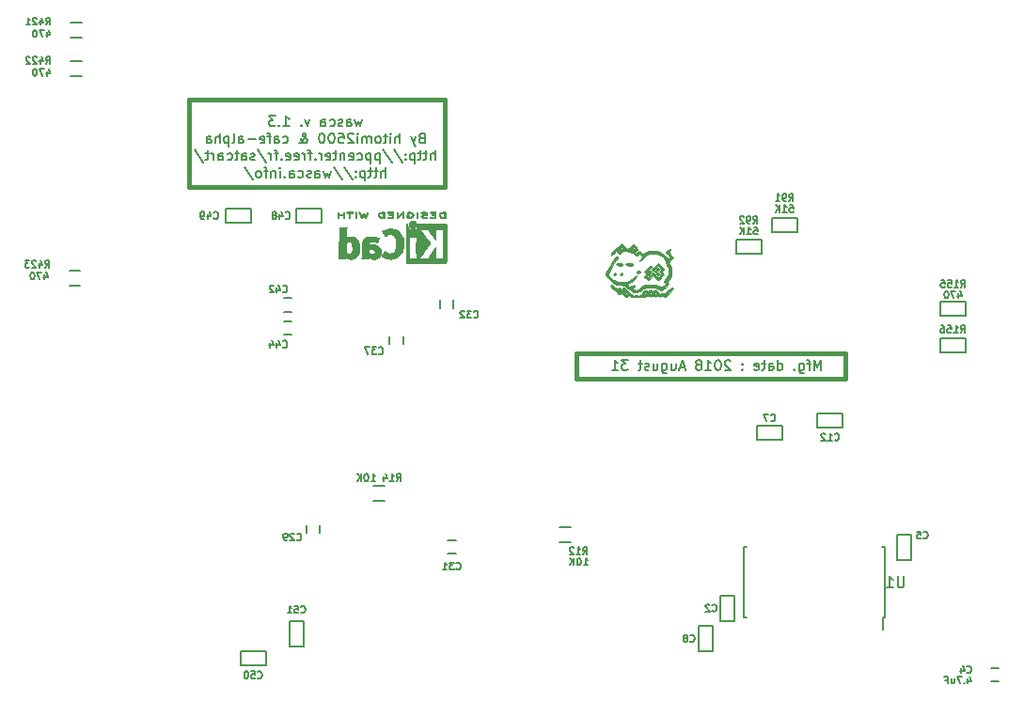
<source format=gbo>
G04 #@! TF.FileFunction,Legend,Bot*
%FSLAX46Y46*%
G04 Gerber Fmt 4.6, Leading zero omitted, Abs format (unit mm)*
G04 Created by KiCad (PCBNEW 4.0.3-stable) date 08/31/18 19:04:58*
%MOMM*%
%LPD*%
G01*
G04 APERTURE LIST*
%ADD10C,0.152400*%
%ADD11C,0.381000*%
%ADD12C,0.190500*%
%ADD13C,0.150000*%
%ADD14C,0.127000*%
%ADD15C,0.002540*%
%ADD16C,0.010000*%
G04 APERTURE END LIST*
D10*
D11*
X101375000Y-115625000D02*
X77200000Y-115625000D01*
X101375000Y-117925000D02*
X101375000Y-115625000D01*
X77200000Y-117925000D02*
X101375000Y-117925000D01*
X77200000Y-115625000D02*
X77200000Y-117925000D01*
X65325000Y-92800000D02*
X42300000Y-92800000D01*
X65325000Y-100700000D02*
X65325000Y-92800000D01*
X42300000Y-100700000D02*
X65325000Y-100700000D01*
X42300000Y-92800000D02*
X42300000Y-100700000D01*
D12*
X99155963Y-117156781D02*
X99155963Y-116257581D01*
X98856229Y-116899867D01*
X98556496Y-116257581D01*
X98556496Y-117156781D01*
X98256763Y-116557314D02*
X97914211Y-116557314D01*
X98128306Y-117156781D02*
X98128306Y-116386038D01*
X98085487Y-116300400D01*
X97999849Y-116257581D01*
X97914211Y-116257581D01*
X97229105Y-116557314D02*
X97229105Y-117285238D01*
X97271924Y-117370876D01*
X97314743Y-117413695D01*
X97400382Y-117456514D01*
X97528839Y-117456514D01*
X97614477Y-117413695D01*
X97229105Y-117113962D02*
X97314743Y-117156781D01*
X97486020Y-117156781D01*
X97571658Y-117113962D01*
X97614477Y-117071143D01*
X97657296Y-116985505D01*
X97657296Y-116728590D01*
X97614477Y-116642952D01*
X97571658Y-116600133D01*
X97486020Y-116557314D01*
X97314743Y-116557314D01*
X97229105Y-116600133D01*
X96800915Y-117071143D02*
X96758096Y-117113962D01*
X96800915Y-117156781D01*
X96843734Y-117113962D01*
X96800915Y-117071143D01*
X96800915Y-117156781D01*
X95302248Y-117156781D02*
X95302248Y-116257581D01*
X95302248Y-117113962D02*
X95387886Y-117156781D01*
X95559163Y-117156781D01*
X95644801Y-117113962D01*
X95687620Y-117071143D01*
X95730439Y-116985505D01*
X95730439Y-116728590D01*
X95687620Y-116642952D01*
X95644801Y-116600133D01*
X95559163Y-116557314D01*
X95387886Y-116557314D01*
X95302248Y-116600133D01*
X94488686Y-117156781D02*
X94488686Y-116685771D01*
X94531505Y-116600133D01*
X94617143Y-116557314D01*
X94788420Y-116557314D01*
X94874058Y-116600133D01*
X94488686Y-117113962D02*
X94574324Y-117156781D01*
X94788420Y-117156781D01*
X94874058Y-117113962D01*
X94916877Y-117028324D01*
X94916877Y-116942686D01*
X94874058Y-116857048D01*
X94788420Y-116814229D01*
X94574324Y-116814229D01*
X94488686Y-116771410D01*
X94188953Y-116557314D02*
X93846401Y-116557314D01*
X94060496Y-116257581D02*
X94060496Y-117028324D01*
X94017677Y-117113962D01*
X93932039Y-117156781D01*
X93846401Y-117156781D01*
X93204114Y-117113962D02*
X93289752Y-117156781D01*
X93461029Y-117156781D01*
X93546667Y-117113962D01*
X93589486Y-117028324D01*
X93589486Y-116685771D01*
X93546667Y-116600133D01*
X93461029Y-116557314D01*
X93289752Y-116557314D01*
X93204114Y-116600133D01*
X93161295Y-116685771D01*
X93161295Y-116771410D01*
X93589486Y-116857048D01*
X92090819Y-117071143D02*
X92048000Y-117113962D01*
X92090819Y-117156781D01*
X92133638Y-117113962D01*
X92090819Y-117071143D01*
X92090819Y-117156781D01*
X92090819Y-116600133D02*
X92048000Y-116642952D01*
X92090819Y-116685771D01*
X92133638Y-116642952D01*
X92090819Y-116600133D01*
X92090819Y-116685771D01*
X91020343Y-116343219D02*
X90977524Y-116300400D01*
X90891886Y-116257581D01*
X90677790Y-116257581D01*
X90592152Y-116300400D01*
X90549333Y-116343219D01*
X90506514Y-116428857D01*
X90506514Y-116514495D01*
X90549333Y-116642952D01*
X91063162Y-117156781D01*
X90506514Y-117156781D01*
X89949867Y-116257581D02*
X89864228Y-116257581D01*
X89778590Y-116300400D01*
X89735771Y-116343219D01*
X89692952Y-116428857D01*
X89650133Y-116600133D01*
X89650133Y-116814229D01*
X89692952Y-116985505D01*
X89735771Y-117071143D01*
X89778590Y-117113962D01*
X89864228Y-117156781D01*
X89949867Y-117156781D01*
X90035505Y-117113962D01*
X90078324Y-117071143D01*
X90121143Y-116985505D01*
X90163962Y-116814229D01*
X90163962Y-116600133D01*
X90121143Y-116428857D01*
X90078324Y-116343219D01*
X90035505Y-116300400D01*
X89949867Y-116257581D01*
X88793752Y-117156781D02*
X89307581Y-117156781D01*
X89050667Y-117156781D02*
X89050667Y-116257581D01*
X89136305Y-116386038D01*
X89221943Y-116471676D01*
X89307581Y-116514495D01*
X88279924Y-116642952D02*
X88365562Y-116600133D01*
X88408381Y-116557314D01*
X88451200Y-116471676D01*
X88451200Y-116428857D01*
X88408381Y-116343219D01*
X88365562Y-116300400D01*
X88279924Y-116257581D01*
X88108647Y-116257581D01*
X88023009Y-116300400D01*
X87980190Y-116343219D01*
X87937371Y-116428857D01*
X87937371Y-116471676D01*
X87980190Y-116557314D01*
X88023009Y-116600133D01*
X88108647Y-116642952D01*
X88279924Y-116642952D01*
X88365562Y-116685771D01*
X88408381Y-116728590D01*
X88451200Y-116814229D01*
X88451200Y-116985505D01*
X88408381Y-117071143D01*
X88365562Y-117113962D01*
X88279924Y-117156781D01*
X88108647Y-117156781D01*
X88023009Y-117113962D01*
X87980190Y-117071143D01*
X87937371Y-116985505D01*
X87937371Y-116814229D01*
X87980190Y-116728590D01*
X88023009Y-116685771D01*
X88108647Y-116642952D01*
X86909714Y-116899867D02*
X86481523Y-116899867D01*
X86995352Y-117156781D02*
X86695619Y-116257581D01*
X86395885Y-117156781D01*
X85710780Y-116557314D02*
X85710780Y-117156781D01*
X86096152Y-116557314D02*
X86096152Y-117028324D01*
X86053333Y-117113962D01*
X85967695Y-117156781D01*
X85839237Y-117156781D01*
X85753599Y-117113962D01*
X85710780Y-117071143D01*
X84897218Y-116557314D02*
X84897218Y-117285238D01*
X84940037Y-117370876D01*
X84982856Y-117413695D01*
X85068495Y-117456514D01*
X85196952Y-117456514D01*
X85282590Y-117413695D01*
X84897218Y-117113962D02*
X84982856Y-117156781D01*
X85154133Y-117156781D01*
X85239771Y-117113962D01*
X85282590Y-117071143D01*
X85325409Y-116985505D01*
X85325409Y-116728590D01*
X85282590Y-116642952D01*
X85239771Y-116600133D01*
X85154133Y-116557314D01*
X84982856Y-116557314D01*
X84897218Y-116600133D01*
X84083656Y-116557314D02*
X84083656Y-117156781D01*
X84469028Y-116557314D02*
X84469028Y-117028324D01*
X84426209Y-117113962D01*
X84340571Y-117156781D01*
X84212113Y-117156781D01*
X84126475Y-117113962D01*
X84083656Y-117071143D01*
X83698285Y-117113962D02*
X83612647Y-117156781D01*
X83441371Y-117156781D01*
X83355732Y-117113962D01*
X83312913Y-117028324D01*
X83312913Y-116985505D01*
X83355732Y-116899867D01*
X83441371Y-116857048D01*
X83569828Y-116857048D01*
X83655466Y-116814229D01*
X83698285Y-116728590D01*
X83698285Y-116685771D01*
X83655466Y-116600133D01*
X83569828Y-116557314D01*
X83441371Y-116557314D01*
X83355732Y-116600133D01*
X83055999Y-116557314D02*
X82713447Y-116557314D01*
X82927542Y-116257581D02*
X82927542Y-117028324D01*
X82884723Y-117113962D01*
X82799085Y-117156781D01*
X82713447Y-117156781D01*
X81814246Y-116257581D02*
X81257598Y-116257581D01*
X81557332Y-116600133D01*
X81428874Y-116600133D01*
X81343236Y-116642952D01*
X81300417Y-116685771D01*
X81257598Y-116771410D01*
X81257598Y-116985505D01*
X81300417Y-117071143D01*
X81343236Y-117113962D01*
X81428874Y-117156781D01*
X81685789Y-117156781D01*
X81771427Y-117113962D01*
X81814246Y-117071143D01*
X80401217Y-117156781D02*
X80915046Y-117156781D01*
X80658132Y-117156781D02*
X80658132Y-116257581D01*
X80743770Y-116386038D01*
X80829408Y-116471676D01*
X80915046Y-116514495D01*
X57892676Y-94573364D02*
X57721400Y-95172831D01*
X57550123Y-94744640D01*
X57378847Y-95172831D01*
X57207571Y-94573364D01*
X56479647Y-95172831D02*
X56479647Y-94701821D01*
X56522466Y-94616183D01*
X56608104Y-94573364D01*
X56779381Y-94573364D01*
X56865019Y-94616183D01*
X56479647Y-95130012D02*
X56565285Y-95172831D01*
X56779381Y-95172831D01*
X56865019Y-95130012D01*
X56907838Y-95044374D01*
X56907838Y-94958736D01*
X56865019Y-94873098D01*
X56779381Y-94830279D01*
X56565285Y-94830279D01*
X56479647Y-94787460D01*
X56094276Y-95130012D02*
X56008638Y-95172831D01*
X55837362Y-95172831D01*
X55751723Y-95130012D01*
X55708904Y-95044374D01*
X55708904Y-95001555D01*
X55751723Y-94915917D01*
X55837362Y-94873098D01*
X55965819Y-94873098D01*
X56051457Y-94830279D01*
X56094276Y-94744640D01*
X56094276Y-94701821D01*
X56051457Y-94616183D01*
X55965819Y-94573364D01*
X55837362Y-94573364D01*
X55751723Y-94616183D01*
X54938161Y-95130012D02*
X55023799Y-95172831D01*
X55195076Y-95172831D01*
X55280714Y-95130012D01*
X55323533Y-95087193D01*
X55366352Y-95001555D01*
X55366352Y-94744640D01*
X55323533Y-94659002D01*
X55280714Y-94616183D01*
X55195076Y-94573364D01*
X55023799Y-94573364D01*
X54938161Y-94616183D01*
X54167418Y-95172831D02*
X54167418Y-94701821D01*
X54210237Y-94616183D01*
X54295875Y-94573364D01*
X54467152Y-94573364D01*
X54552790Y-94616183D01*
X54167418Y-95130012D02*
X54253056Y-95172831D01*
X54467152Y-95172831D01*
X54552790Y-95130012D01*
X54595609Y-95044374D01*
X54595609Y-94958736D01*
X54552790Y-94873098D01*
X54467152Y-94830279D01*
X54253056Y-94830279D01*
X54167418Y-94787460D01*
X53139761Y-94573364D02*
X52925666Y-95172831D01*
X52711570Y-94573364D01*
X52369018Y-95087193D02*
X52326199Y-95130012D01*
X52369018Y-95172831D01*
X52411837Y-95130012D01*
X52369018Y-95087193D01*
X52369018Y-95172831D01*
X50784713Y-95172831D02*
X51298542Y-95172831D01*
X51041628Y-95172831D02*
X51041628Y-94273631D01*
X51127266Y-94402088D01*
X51212904Y-94487726D01*
X51298542Y-94530545D01*
X50399342Y-95087193D02*
X50356523Y-95130012D01*
X50399342Y-95172831D01*
X50442161Y-95130012D01*
X50399342Y-95087193D01*
X50399342Y-95172831D01*
X50056790Y-94273631D02*
X49500142Y-94273631D01*
X49799876Y-94616183D01*
X49671418Y-94616183D01*
X49585780Y-94659002D01*
X49542961Y-94701821D01*
X49500142Y-94787460D01*
X49500142Y-95001555D01*
X49542961Y-95087193D01*
X49585780Y-95130012D01*
X49671418Y-95172831D01*
X49928333Y-95172831D01*
X50013971Y-95130012D01*
X50056790Y-95087193D01*
X63202238Y-96241121D02*
X63073781Y-96283940D01*
X63030962Y-96326760D01*
X62988143Y-96412398D01*
X62988143Y-96540855D01*
X63030962Y-96626493D01*
X63073781Y-96669312D01*
X63159419Y-96712131D01*
X63501972Y-96712131D01*
X63501972Y-95812931D01*
X63202238Y-95812931D01*
X63116600Y-95855750D01*
X63073781Y-95898569D01*
X63030962Y-95984207D01*
X63030962Y-96069845D01*
X63073781Y-96155483D01*
X63116600Y-96198302D01*
X63202238Y-96241121D01*
X63501972Y-96241121D01*
X62688410Y-96112664D02*
X62474315Y-96712131D01*
X62260219Y-96112664D02*
X62474315Y-96712131D01*
X62559953Y-96926226D01*
X62602772Y-96969045D01*
X62688410Y-97011864D01*
X61232562Y-96712131D02*
X61232562Y-95812931D01*
X60847190Y-96712131D02*
X60847190Y-96241121D01*
X60890009Y-96155483D01*
X60975647Y-96112664D01*
X61104105Y-96112664D01*
X61189743Y-96155483D01*
X61232562Y-96198302D01*
X60419000Y-96712131D02*
X60419000Y-96112664D01*
X60419000Y-95812931D02*
X60461819Y-95855750D01*
X60419000Y-95898569D01*
X60376181Y-95855750D01*
X60419000Y-95812931D01*
X60419000Y-95898569D01*
X60119267Y-96112664D02*
X59776715Y-96112664D01*
X59990810Y-95812931D02*
X59990810Y-96583674D01*
X59947991Y-96669312D01*
X59862353Y-96712131D01*
X59776715Y-96712131D01*
X59348524Y-96712131D02*
X59434162Y-96669312D01*
X59476981Y-96626493D01*
X59519800Y-96540855D01*
X59519800Y-96283940D01*
X59476981Y-96198302D01*
X59434162Y-96155483D01*
X59348524Y-96112664D01*
X59220066Y-96112664D01*
X59134428Y-96155483D01*
X59091609Y-96198302D01*
X59048790Y-96283940D01*
X59048790Y-96540855D01*
X59091609Y-96626493D01*
X59134428Y-96669312D01*
X59220066Y-96712131D01*
X59348524Y-96712131D01*
X58663419Y-96712131D02*
X58663419Y-96112664D01*
X58663419Y-96198302D02*
X58620600Y-96155483D01*
X58534962Y-96112664D01*
X58406504Y-96112664D01*
X58320866Y-96155483D01*
X58278047Y-96241121D01*
X58278047Y-96712131D01*
X58278047Y-96241121D02*
X58235228Y-96155483D01*
X58149590Y-96112664D01*
X58021133Y-96112664D01*
X57935495Y-96155483D01*
X57892676Y-96241121D01*
X57892676Y-96712131D01*
X57464486Y-96712131D02*
X57464486Y-96112664D01*
X57464486Y-95812931D02*
X57507305Y-95855750D01*
X57464486Y-95898569D01*
X57421667Y-95855750D01*
X57464486Y-95812931D01*
X57464486Y-95898569D01*
X57079115Y-95898569D02*
X57036296Y-95855750D01*
X56950658Y-95812931D01*
X56736562Y-95812931D01*
X56650924Y-95855750D01*
X56608105Y-95898569D01*
X56565286Y-95984207D01*
X56565286Y-96069845D01*
X56608105Y-96198302D01*
X57121934Y-96712131D01*
X56565286Y-96712131D01*
X55751724Y-95812931D02*
X56179915Y-95812931D01*
X56222734Y-96241121D01*
X56179915Y-96198302D01*
X56094277Y-96155483D01*
X55880181Y-96155483D01*
X55794543Y-96198302D01*
X55751724Y-96241121D01*
X55708905Y-96326760D01*
X55708905Y-96540855D01*
X55751724Y-96626493D01*
X55794543Y-96669312D01*
X55880181Y-96712131D01*
X56094277Y-96712131D01*
X56179915Y-96669312D01*
X56222734Y-96626493D01*
X55152258Y-95812931D02*
X55066619Y-95812931D01*
X54980981Y-95855750D01*
X54938162Y-95898569D01*
X54895343Y-95984207D01*
X54852524Y-96155483D01*
X54852524Y-96369579D01*
X54895343Y-96540855D01*
X54938162Y-96626493D01*
X54980981Y-96669312D01*
X55066619Y-96712131D01*
X55152258Y-96712131D01*
X55237896Y-96669312D01*
X55280715Y-96626493D01*
X55323534Y-96540855D01*
X55366353Y-96369579D01*
X55366353Y-96155483D01*
X55323534Y-95984207D01*
X55280715Y-95898569D01*
X55237896Y-95855750D01*
X55152258Y-95812931D01*
X54295877Y-95812931D02*
X54210238Y-95812931D01*
X54124600Y-95855750D01*
X54081781Y-95898569D01*
X54038962Y-95984207D01*
X53996143Y-96155483D01*
X53996143Y-96369579D01*
X54038962Y-96540855D01*
X54081781Y-96626493D01*
X54124600Y-96669312D01*
X54210238Y-96712131D01*
X54295877Y-96712131D01*
X54381515Y-96669312D01*
X54424334Y-96626493D01*
X54467153Y-96540855D01*
X54509972Y-96369579D01*
X54509972Y-96155483D01*
X54467153Y-95984207D01*
X54424334Y-95898569D01*
X54381515Y-95855750D01*
X54295877Y-95812931D01*
X52197743Y-96712131D02*
X52240562Y-96712131D01*
X52326200Y-96669312D01*
X52454657Y-96540855D01*
X52668752Y-96283940D01*
X52754391Y-96155483D01*
X52797210Y-96027026D01*
X52797210Y-95941388D01*
X52754391Y-95855750D01*
X52668752Y-95812931D01*
X52625933Y-95812931D01*
X52540295Y-95855750D01*
X52497476Y-95941388D01*
X52497476Y-95984207D01*
X52540295Y-96069845D01*
X52583114Y-96112664D01*
X52840029Y-96283940D01*
X52882848Y-96326760D01*
X52925667Y-96412398D01*
X52925667Y-96540855D01*
X52882848Y-96626493D01*
X52840029Y-96669312D01*
X52754391Y-96712131D01*
X52625933Y-96712131D01*
X52540295Y-96669312D01*
X52497476Y-96626493D01*
X52369019Y-96455217D01*
X52326200Y-96326760D01*
X52326200Y-96241121D01*
X50741895Y-96669312D02*
X50827533Y-96712131D01*
X50998810Y-96712131D01*
X51084448Y-96669312D01*
X51127267Y-96626493D01*
X51170086Y-96540855D01*
X51170086Y-96283940D01*
X51127267Y-96198302D01*
X51084448Y-96155483D01*
X50998810Y-96112664D01*
X50827533Y-96112664D01*
X50741895Y-96155483D01*
X49971152Y-96712131D02*
X49971152Y-96241121D01*
X50013971Y-96155483D01*
X50099609Y-96112664D01*
X50270886Y-96112664D01*
X50356524Y-96155483D01*
X49971152Y-96669312D02*
X50056790Y-96712131D01*
X50270886Y-96712131D01*
X50356524Y-96669312D01*
X50399343Y-96583674D01*
X50399343Y-96498036D01*
X50356524Y-96412398D01*
X50270886Y-96369579D01*
X50056790Y-96369579D01*
X49971152Y-96326760D01*
X49671419Y-96112664D02*
X49328867Y-96112664D01*
X49542962Y-96712131D02*
X49542962Y-95941388D01*
X49500143Y-95855750D01*
X49414505Y-95812931D01*
X49328867Y-95812931D01*
X48686580Y-96669312D02*
X48772218Y-96712131D01*
X48943495Y-96712131D01*
X49029133Y-96669312D01*
X49071952Y-96583674D01*
X49071952Y-96241121D01*
X49029133Y-96155483D01*
X48943495Y-96112664D01*
X48772218Y-96112664D01*
X48686580Y-96155483D01*
X48643761Y-96241121D01*
X48643761Y-96326760D01*
X49071952Y-96412398D01*
X48258390Y-96369579D02*
X47573285Y-96369579D01*
X46759723Y-96712131D02*
X46759723Y-96241121D01*
X46802542Y-96155483D01*
X46888180Y-96112664D01*
X47059457Y-96112664D01*
X47145095Y-96155483D01*
X46759723Y-96669312D02*
X46845361Y-96712131D01*
X47059457Y-96712131D01*
X47145095Y-96669312D01*
X47187914Y-96583674D01*
X47187914Y-96498036D01*
X47145095Y-96412398D01*
X47059457Y-96369579D01*
X46845361Y-96369579D01*
X46759723Y-96326760D01*
X46203076Y-96712131D02*
X46288714Y-96669312D01*
X46331533Y-96583674D01*
X46331533Y-95812931D01*
X45860523Y-96112664D02*
X45860523Y-97011864D01*
X45860523Y-96155483D02*
X45774885Y-96112664D01*
X45603608Y-96112664D01*
X45517970Y-96155483D01*
X45475151Y-96198302D01*
X45432332Y-96283940D01*
X45432332Y-96540855D01*
X45475151Y-96626493D01*
X45517970Y-96669312D01*
X45603608Y-96712131D01*
X45774885Y-96712131D01*
X45860523Y-96669312D01*
X45046961Y-96712131D02*
X45046961Y-95812931D01*
X44661589Y-96712131D02*
X44661589Y-96241121D01*
X44704408Y-96155483D01*
X44790046Y-96112664D01*
X44918504Y-96112664D01*
X45004142Y-96155483D01*
X45046961Y-96198302D01*
X43848027Y-96712131D02*
X43848027Y-96241121D01*
X43890846Y-96155483D01*
X43976484Y-96112664D01*
X44147761Y-96112664D01*
X44233399Y-96155483D01*
X43848027Y-96669312D02*
X43933665Y-96712131D01*
X44147761Y-96712131D01*
X44233399Y-96669312D01*
X44276218Y-96583674D01*
X44276218Y-96498036D01*
X44233399Y-96412398D01*
X44147761Y-96369579D01*
X43933665Y-96369579D01*
X43848027Y-96326760D01*
X64422583Y-98251431D02*
X64422583Y-97352231D01*
X64037211Y-98251431D02*
X64037211Y-97780421D01*
X64080030Y-97694783D01*
X64165668Y-97651964D01*
X64294126Y-97651964D01*
X64379764Y-97694783D01*
X64422583Y-97737602D01*
X63737478Y-97651964D02*
X63394926Y-97651964D01*
X63609021Y-97352231D02*
X63609021Y-98122974D01*
X63566202Y-98208612D01*
X63480564Y-98251431D01*
X63394926Y-98251431D01*
X63223649Y-97651964D02*
X62881097Y-97651964D01*
X63095192Y-97352231D02*
X63095192Y-98122974D01*
X63052373Y-98208612D01*
X62966735Y-98251431D01*
X62881097Y-98251431D01*
X62581363Y-97651964D02*
X62581363Y-98551164D01*
X62581363Y-97694783D02*
X62495725Y-97651964D01*
X62324448Y-97651964D01*
X62238810Y-97694783D01*
X62195991Y-97737602D01*
X62153172Y-97823240D01*
X62153172Y-98080155D01*
X62195991Y-98165793D01*
X62238810Y-98208612D01*
X62324448Y-98251431D01*
X62495725Y-98251431D01*
X62581363Y-98208612D01*
X61767801Y-98165793D02*
X61724982Y-98208612D01*
X61767801Y-98251431D01*
X61810620Y-98208612D01*
X61767801Y-98165793D01*
X61767801Y-98251431D01*
X61767801Y-97694783D02*
X61724982Y-97737602D01*
X61767801Y-97780421D01*
X61810620Y-97737602D01*
X61767801Y-97694783D01*
X61767801Y-97780421D01*
X60697325Y-97309412D02*
X61468068Y-98465526D01*
X59755306Y-97309412D02*
X60526049Y-98465526D01*
X59455573Y-97651964D02*
X59455573Y-98551164D01*
X59455573Y-97694783D02*
X59369935Y-97651964D01*
X59198658Y-97651964D01*
X59113020Y-97694783D01*
X59070201Y-97737602D01*
X59027382Y-97823240D01*
X59027382Y-98080155D01*
X59070201Y-98165793D01*
X59113020Y-98208612D01*
X59198658Y-98251431D01*
X59369935Y-98251431D01*
X59455573Y-98208612D01*
X58642011Y-97651964D02*
X58642011Y-98551164D01*
X58642011Y-97694783D02*
X58556373Y-97651964D01*
X58385096Y-97651964D01*
X58299458Y-97694783D01*
X58256639Y-97737602D01*
X58213820Y-97823240D01*
X58213820Y-98080155D01*
X58256639Y-98165793D01*
X58299458Y-98208612D01*
X58385096Y-98251431D01*
X58556373Y-98251431D01*
X58642011Y-98208612D01*
X57443077Y-98208612D02*
X57528715Y-98251431D01*
X57699992Y-98251431D01*
X57785630Y-98208612D01*
X57828449Y-98165793D01*
X57871268Y-98080155D01*
X57871268Y-97823240D01*
X57828449Y-97737602D01*
X57785630Y-97694783D01*
X57699992Y-97651964D01*
X57528715Y-97651964D01*
X57443077Y-97694783D01*
X56715153Y-98208612D02*
X56800791Y-98251431D01*
X56972068Y-98251431D01*
X57057706Y-98208612D01*
X57100525Y-98122974D01*
X57100525Y-97780421D01*
X57057706Y-97694783D01*
X56972068Y-97651964D01*
X56800791Y-97651964D01*
X56715153Y-97694783D01*
X56672334Y-97780421D01*
X56672334Y-97866060D01*
X57100525Y-97951698D01*
X56286963Y-97651964D02*
X56286963Y-98251431D01*
X56286963Y-97737602D02*
X56244144Y-97694783D01*
X56158506Y-97651964D01*
X56030048Y-97651964D01*
X55944410Y-97694783D01*
X55901591Y-97780421D01*
X55901591Y-98251431D01*
X55601858Y-97651964D02*
X55259306Y-97651964D01*
X55473401Y-97352231D02*
X55473401Y-98122974D01*
X55430582Y-98208612D01*
X55344944Y-98251431D01*
X55259306Y-98251431D01*
X54617019Y-98208612D02*
X54702657Y-98251431D01*
X54873934Y-98251431D01*
X54959572Y-98208612D01*
X55002391Y-98122974D01*
X55002391Y-97780421D01*
X54959572Y-97694783D01*
X54873934Y-97651964D01*
X54702657Y-97651964D01*
X54617019Y-97694783D01*
X54574200Y-97780421D01*
X54574200Y-97866060D01*
X55002391Y-97951698D01*
X54188829Y-98251431D02*
X54188829Y-97651964D01*
X54188829Y-97823240D02*
X54146010Y-97737602D01*
X54103191Y-97694783D01*
X54017553Y-97651964D01*
X53931914Y-97651964D01*
X53632181Y-98165793D02*
X53589362Y-98208612D01*
X53632181Y-98251431D01*
X53675000Y-98208612D01*
X53632181Y-98165793D01*
X53632181Y-98251431D01*
X53332448Y-97651964D02*
X52989896Y-97651964D01*
X53203991Y-98251431D02*
X53203991Y-97480688D01*
X53161172Y-97395050D01*
X53075534Y-97352231D01*
X52989896Y-97352231D01*
X52690162Y-98251431D02*
X52690162Y-97651964D01*
X52690162Y-97823240D02*
X52647343Y-97737602D01*
X52604524Y-97694783D01*
X52518886Y-97651964D01*
X52433247Y-97651964D01*
X51790961Y-98208612D02*
X51876599Y-98251431D01*
X52047876Y-98251431D01*
X52133514Y-98208612D01*
X52176333Y-98122974D01*
X52176333Y-97780421D01*
X52133514Y-97694783D01*
X52047876Y-97651964D01*
X51876599Y-97651964D01*
X51790961Y-97694783D01*
X51748142Y-97780421D01*
X51748142Y-97866060D01*
X52176333Y-97951698D01*
X51020218Y-98208612D02*
X51105856Y-98251431D01*
X51277133Y-98251431D01*
X51362771Y-98208612D01*
X51405590Y-98122974D01*
X51405590Y-97780421D01*
X51362771Y-97694783D01*
X51277133Y-97651964D01*
X51105856Y-97651964D01*
X51020218Y-97694783D01*
X50977399Y-97780421D01*
X50977399Y-97866060D01*
X51405590Y-97951698D01*
X50592028Y-98165793D02*
X50549209Y-98208612D01*
X50592028Y-98251431D01*
X50634847Y-98208612D01*
X50592028Y-98165793D01*
X50592028Y-98251431D01*
X50292295Y-97651964D02*
X49949743Y-97651964D01*
X50163838Y-98251431D02*
X50163838Y-97480688D01*
X50121019Y-97395050D01*
X50035381Y-97352231D01*
X49949743Y-97352231D01*
X49650009Y-98251431D02*
X49650009Y-97651964D01*
X49650009Y-97823240D02*
X49607190Y-97737602D01*
X49564371Y-97694783D01*
X49478733Y-97651964D01*
X49393094Y-97651964D01*
X48451075Y-97309412D02*
X49221818Y-98465526D01*
X48194161Y-98208612D02*
X48108523Y-98251431D01*
X47937247Y-98251431D01*
X47851608Y-98208612D01*
X47808789Y-98122974D01*
X47808789Y-98080155D01*
X47851608Y-97994517D01*
X47937247Y-97951698D01*
X48065704Y-97951698D01*
X48151342Y-97908879D01*
X48194161Y-97823240D01*
X48194161Y-97780421D01*
X48151342Y-97694783D01*
X48065704Y-97651964D01*
X47937247Y-97651964D01*
X47851608Y-97694783D01*
X47038046Y-98251431D02*
X47038046Y-97780421D01*
X47080865Y-97694783D01*
X47166503Y-97651964D01*
X47337780Y-97651964D01*
X47423418Y-97694783D01*
X47038046Y-98208612D02*
X47123684Y-98251431D01*
X47337780Y-98251431D01*
X47423418Y-98208612D01*
X47466237Y-98122974D01*
X47466237Y-98037336D01*
X47423418Y-97951698D01*
X47337780Y-97908879D01*
X47123684Y-97908879D01*
X47038046Y-97866060D01*
X46738313Y-97651964D02*
X46395761Y-97651964D01*
X46609856Y-97352231D02*
X46609856Y-98122974D01*
X46567037Y-98208612D01*
X46481399Y-98251431D01*
X46395761Y-98251431D01*
X45710655Y-98208612D02*
X45796293Y-98251431D01*
X45967570Y-98251431D01*
X46053208Y-98208612D01*
X46096027Y-98165793D01*
X46138846Y-98080155D01*
X46138846Y-97823240D01*
X46096027Y-97737602D01*
X46053208Y-97694783D01*
X45967570Y-97651964D01*
X45796293Y-97651964D01*
X45710655Y-97694783D01*
X44939912Y-98251431D02*
X44939912Y-97780421D01*
X44982731Y-97694783D01*
X45068369Y-97651964D01*
X45239646Y-97651964D01*
X45325284Y-97694783D01*
X44939912Y-98208612D02*
X45025550Y-98251431D01*
X45239646Y-98251431D01*
X45325284Y-98208612D01*
X45368103Y-98122974D01*
X45368103Y-98037336D01*
X45325284Y-97951698D01*
X45239646Y-97908879D01*
X45025550Y-97908879D01*
X44939912Y-97866060D01*
X44511722Y-98251431D02*
X44511722Y-97651964D01*
X44511722Y-97823240D02*
X44468903Y-97737602D01*
X44426084Y-97694783D01*
X44340446Y-97651964D01*
X44254807Y-97651964D01*
X44083531Y-97651964D02*
X43740979Y-97651964D01*
X43955074Y-97352231D02*
X43955074Y-98122974D01*
X43912255Y-98208612D01*
X43826617Y-98251431D01*
X43740979Y-98251431D01*
X42798959Y-97309412D02*
X43569702Y-98465526D01*
X59947991Y-99790731D02*
X59947991Y-98891531D01*
X59562619Y-99790731D02*
X59562619Y-99319721D01*
X59605438Y-99234083D01*
X59691076Y-99191264D01*
X59819534Y-99191264D01*
X59905172Y-99234083D01*
X59947991Y-99276902D01*
X59262886Y-99191264D02*
X58920334Y-99191264D01*
X59134429Y-98891531D02*
X59134429Y-99662274D01*
X59091610Y-99747912D01*
X59005972Y-99790731D01*
X58920334Y-99790731D01*
X58749057Y-99191264D02*
X58406505Y-99191264D01*
X58620600Y-98891531D02*
X58620600Y-99662274D01*
X58577781Y-99747912D01*
X58492143Y-99790731D01*
X58406505Y-99790731D01*
X58106771Y-99191264D02*
X58106771Y-100090464D01*
X58106771Y-99234083D02*
X58021133Y-99191264D01*
X57849856Y-99191264D01*
X57764218Y-99234083D01*
X57721399Y-99276902D01*
X57678580Y-99362540D01*
X57678580Y-99619455D01*
X57721399Y-99705093D01*
X57764218Y-99747912D01*
X57849856Y-99790731D01*
X58021133Y-99790731D01*
X58106771Y-99747912D01*
X57293209Y-99705093D02*
X57250390Y-99747912D01*
X57293209Y-99790731D01*
X57336028Y-99747912D01*
X57293209Y-99705093D01*
X57293209Y-99790731D01*
X57293209Y-99234083D02*
X57250390Y-99276902D01*
X57293209Y-99319721D01*
X57336028Y-99276902D01*
X57293209Y-99234083D01*
X57293209Y-99319721D01*
X56222733Y-98848712D02*
X56993476Y-100004826D01*
X55280714Y-98848712D02*
X56051457Y-100004826D01*
X55066619Y-99191264D02*
X54895343Y-99790731D01*
X54724066Y-99362540D01*
X54552790Y-99790731D01*
X54381514Y-99191264D01*
X53653590Y-99790731D02*
X53653590Y-99319721D01*
X53696409Y-99234083D01*
X53782047Y-99191264D01*
X53953324Y-99191264D01*
X54038962Y-99234083D01*
X53653590Y-99747912D02*
X53739228Y-99790731D01*
X53953324Y-99790731D01*
X54038962Y-99747912D01*
X54081781Y-99662274D01*
X54081781Y-99576636D01*
X54038962Y-99490998D01*
X53953324Y-99448179D01*
X53739228Y-99448179D01*
X53653590Y-99405360D01*
X53268219Y-99747912D02*
X53182581Y-99790731D01*
X53011305Y-99790731D01*
X52925666Y-99747912D01*
X52882847Y-99662274D01*
X52882847Y-99619455D01*
X52925666Y-99533817D01*
X53011305Y-99490998D01*
X53139762Y-99490998D01*
X53225400Y-99448179D01*
X53268219Y-99362540D01*
X53268219Y-99319721D01*
X53225400Y-99234083D01*
X53139762Y-99191264D01*
X53011305Y-99191264D01*
X52925666Y-99234083D01*
X52112104Y-99747912D02*
X52197742Y-99790731D01*
X52369019Y-99790731D01*
X52454657Y-99747912D01*
X52497476Y-99705093D01*
X52540295Y-99619455D01*
X52540295Y-99362540D01*
X52497476Y-99276902D01*
X52454657Y-99234083D01*
X52369019Y-99191264D01*
X52197742Y-99191264D01*
X52112104Y-99234083D01*
X51341361Y-99790731D02*
X51341361Y-99319721D01*
X51384180Y-99234083D01*
X51469818Y-99191264D01*
X51641095Y-99191264D01*
X51726733Y-99234083D01*
X51341361Y-99747912D02*
X51426999Y-99790731D01*
X51641095Y-99790731D01*
X51726733Y-99747912D01*
X51769552Y-99662274D01*
X51769552Y-99576636D01*
X51726733Y-99490998D01*
X51641095Y-99448179D01*
X51426999Y-99448179D01*
X51341361Y-99405360D01*
X50913171Y-99705093D02*
X50870352Y-99747912D01*
X50913171Y-99790731D01*
X50955990Y-99747912D01*
X50913171Y-99705093D01*
X50913171Y-99790731D01*
X50484981Y-99790731D02*
X50484981Y-99191264D01*
X50484981Y-98891531D02*
X50527800Y-98934350D01*
X50484981Y-98977169D01*
X50442162Y-98934350D01*
X50484981Y-98891531D01*
X50484981Y-98977169D01*
X50056791Y-99191264D02*
X50056791Y-99790731D01*
X50056791Y-99276902D02*
X50013972Y-99234083D01*
X49928334Y-99191264D01*
X49799876Y-99191264D01*
X49714238Y-99234083D01*
X49671419Y-99319721D01*
X49671419Y-99790731D01*
X49371686Y-99191264D02*
X49029134Y-99191264D01*
X49243229Y-99790731D02*
X49243229Y-99019988D01*
X49200410Y-98934350D01*
X49114772Y-98891531D01*
X49029134Y-98891531D01*
X48600943Y-99790731D02*
X48686581Y-99747912D01*
X48729400Y-99705093D01*
X48772219Y-99619455D01*
X48772219Y-99362540D01*
X48729400Y-99276902D01*
X48686581Y-99234083D01*
X48600943Y-99191264D01*
X48472485Y-99191264D01*
X48386847Y-99234083D01*
X48344028Y-99276902D01*
X48301209Y-99362540D01*
X48301209Y-99619455D01*
X48344028Y-99705093D01*
X48386847Y-99747912D01*
X48472485Y-99790731D01*
X48600943Y-99790731D01*
X47273552Y-98848712D02*
X48044295Y-100004826D01*
D13*
X76650000Y-131325000D02*
X75650000Y-131325000D01*
X75650000Y-132675000D02*
X76650000Y-132675000D01*
X52825000Y-131150000D02*
X52825000Y-131850000D01*
X54025000Y-131850000D02*
X54025000Y-131150000D01*
X114475000Y-145200000D02*
X115175000Y-145200000D01*
X115175000Y-144000000D02*
X114475000Y-144000000D01*
X65600000Y-133700000D02*
X66300000Y-133700000D01*
X66300000Y-132500000D02*
X65600000Y-132500000D01*
X64900000Y-110850000D02*
X64900000Y-111550000D01*
X66100000Y-111550000D02*
X66100000Y-110850000D01*
X60350000Y-114125000D02*
X60350000Y-114825000D01*
X61550000Y-114825000D02*
X61550000Y-114125000D01*
X50800000Y-111900000D02*
X51500000Y-111900000D01*
X51500000Y-110700000D02*
X50800000Y-110700000D01*
X50800000Y-113950000D02*
X51500000Y-113950000D01*
X51500000Y-112750000D02*
X50800000Y-112750000D01*
X58875000Y-128950000D02*
X59875000Y-128950000D01*
X59875000Y-127600000D02*
X58875000Y-127600000D01*
X31650000Y-87175000D02*
X32650000Y-87175000D01*
X32650000Y-85825000D02*
X31650000Y-85825000D01*
X31650000Y-90675000D02*
X32650000Y-90675000D01*
X32650000Y-89325000D02*
X31650000Y-89325000D01*
X32500000Y-108200000D02*
X31500000Y-108200000D01*
X31500000Y-109550000D02*
X32500000Y-109550000D01*
X104975000Y-139475000D02*
X104800000Y-139475000D01*
X104975000Y-133125000D02*
X104717500Y-133125000D01*
X92225000Y-133125000D02*
X92482500Y-133125000D01*
X92225000Y-139475000D02*
X92482500Y-139475000D01*
X104975000Y-139475000D02*
X104975000Y-133125000D01*
X92225000Y-139475000D02*
X92225000Y-133125000D01*
X104800000Y-139475000D02*
X104800000Y-140550000D01*
D14*
X109907000Y-112285000D02*
X112193000Y-112285000D01*
X112193000Y-112285000D02*
X112193000Y-111015000D01*
X112193000Y-111015000D02*
X109907000Y-111015000D01*
X109907000Y-111015000D02*
X109907000Y-112285000D01*
X109907000Y-115585000D02*
X112193000Y-115585000D01*
X112193000Y-115585000D02*
X112193000Y-114315000D01*
X112193000Y-114315000D02*
X109907000Y-114315000D01*
X109907000Y-114315000D02*
X109907000Y-115585000D01*
X90115000Y-137482000D02*
X90115000Y-139768000D01*
X90115000Y-139768000D02*
X91385000Y-139768000D01*
X91385000Y-139768000D02*
X91385000Y-137482000D01*
X91385000Y-137482000D02*
X90115000Y-137482000D01*
X107335000Y-134293000D02*
X107335000Y-132007000D01*
X107335000Y-132007000D02*
X106065000Y-132007000D01*
X106065000Y-132007000D02*
X106065000Y-134293000D01*
X106065000Y-134293000D02*
X107335000Y-134293000D01*
X93382000Y-123435000D02*
X95668000Y-123435000D01*
X95668000Y-123435000D02*
X95668000Y-122165000D01*
X95668000Y-122165000D02*
X93382000Y-122165000D01*
X93382000Y-122165000D02*
X93382000Y-123435000D01*
X88165000Y-140232000D02*
X88165000Y-142518000D01*
X88165000Y-142518000D02*
X89435000Y-142518000D01*
X89435000Y-142518000D02*
X89435000Y-140232000D01*
X89435000Y-140232000D02*
X88165000Y-140232000D01*
X98857000Y-122360000D02*
X101143000Y-122360000D01*
X101143000Y-122360000D02*
X101143000Y-121090000D01*
X101143000Y-121090000D02*
X98857000Y-121090000D01*
X98857000Y-121090000D02*
X98857000Y-122360000D01*
X46907000Y-143785000D02*
X49193000Y-143785000D01*
X49193000Y-143785000D02*
X49193000Y-142515000D01*
X49193000Y-142515000D02*
X46907000Y-142515000D01*
X46907000Y-142515000D02*
X46907000Y-143785000D01*
X51315000Y-139757000D02*
X51315000Y-142043000D01*
X51315000Y-142043000D02*
X52585000Y-142043000D01*
X52585000Y-142043000D02*
X52585000Y-139757000D01*
X52585000Y-139757000D02*
X51315000Y-139757000D01*
X94757000Y-104735000D02*
X97043000Y-104735000D01*
X97043000Y-104735000D02*
X97043000Y-103465000D01*
X97043000Y-103465000D02*
X94757000Y-103465000D01*
X94757000Y-103465000D02*
X94757000Y-104735000D01*
X91532000Y-106710000D02*
X93818000Y-106710000D01*
X93818000Y-106710000D02*
X93818000Y-105440000D01*
X93818000Y-105440000D02*
X91532000Y-105440000D01*
X91532000Y-105440000D02*
X91532000Y-106710000D01*
X51932000Y-103885000D02*
X54218000Y-103885000D01*
X54218000Y-103885000D02*
X54218000Y-102615000D01*
X54218000Y-102615000D02*
X51932000Y-102615000D01*
X51932000Y-102615000D02*
X51932000Y-103885000D01*
X47868000Y-102615000D02*
X45582000Y-102615000D01*
X45582000Y-102615000D02*
X45582000Y-103885000D01*
X45582000Y-103885000D02*
X47868000Y-103885000D01*
X47868000Y-103885000D02*
X47868000Y-102615000D01*
D15*
G36*
X80210000Y-109552220D02*
X80268420Y-109641120D01*
X80413200Y-109808760D01*
X80616400Y-110017040D01*
X80850080Y-110232940D01*
X80923740Y-110281200D01*
X80923740Y-110011960D01*
X80936440Y-109986560D01*
X81038040Y-109943380D01*
X81065980Y-109956080D01*
X81106620Y-110057680D01*
X81096460Y-110085620D01*
X80992320Y-110126260D01*
X80966920Y-110116100D01*
X80923740Y-110011960D01*
X80923740Y-110281200D01*
X81002480Y-110334540D01*
X81099000Y-110334540D01*
X81124400Y-110316760D01*
X81226000Y-110273580D01*
X81347920Y-110337080D01*
X81347920Y-110011960D01*
X81358080Y-109986560D01*
X81462220Y-109943380D01*
X81487620Y-109956080D01*
X81530800Y-110057680D01*
X81518100Y-110085620D01*
X81416500Y-110126260D01*
X81388560Y-110116100D01*
X81347920Y-110011960D01*
X81347920Y-110337080D01*
X81363160Y-110347240D01*
X81434280Y-110413280D01*
X81591760Y-110537740D01*
X81594300Y-110537740D01*
X81594300Y-110278660D01*
X81607000Y-110248180D01*
X81683200Y-110166900D01*
X81698440Y-110161820D01*
X81734000Y-110227860D01*
X81734000Y-110248180D01*
X81670500Y-110329460D01*
X81645100Y-110332000D01*
X81594300Y-110278660D01*
X81594300Y-110537740D01*
X81703520Y-110547900D01*
X81782260Y-110497100D01*
X81906720Y-110431060D01*
X81980380Y-110486940D01*
X82089600Y-110532660D01*
X82318200Y-110560600D01*
X82617920Y-110573300D01*
X82943040Y-110573300D01*
X83240220Y-110558060D01*
X83258000Y-110552980D01*
X83258000Y-110248180D01*
X83326580Y-110171980D01*
X83385000Y-110161820D01*
X83499300Y-110207540D01*
X83512000Y-110248180D01*
X83445960Y-110321840D01*
X83385000Y-110332000D01*
X83273240Y-110286280D01*
X83258000Y-110248180D01*
X83258000Y-110552980D01*
X83466280Y-110525040D01*
X83567880Y-110481860D01*
X83659320Y-110466620D01*
X83735520Y-110509800D01*
X83766000Y-110522500D01*
X83766000Y-110248180D01*
X83832040Y-110164360D01*
X83852360Y-110161820D01*
X83933640Y-110227860D01*
X83936180Y-110248180D01*
X83872680Y-110329460D01*
X83852360Y-110332000D01*
X83768540Y-110265960D01*
X83766000Y-110248180D01*
X83766000Y-110522500D01*
X83870140Y-110568220D01*
X83953960Y-110517420D01*
X84075880Y-110464080D01*
X84167320Y-110517420D01*
X84190180Y-110525040D01*
X84190180Y-110248180D01*
X84256220Y-110164360D01*
X84274000Y-110161820D01*
X84357820Y-110227860D01*
X84360360Y-110248180D01*
X84294320Y-110329460D01*
X84274000Y-110332000D01*
X84192720Y-110265960D01*
X84190180Y-110248180D01*
X84190180Y-110525040D01*
X84296860Y-110568220D01*
X84378140Y-110517420D01*
X84502600Y-110466620D01*
X84586420Y-110512340D01*
X84726120Y-110560600D01*
X84817560Y-110507260D01*
X84944560Y-110456460D01*
X84992820Y-110497100D01*
X85058860Y-110568220D01*
X85147760Y-110558060D01*
X85290000Y-110453920D01*
X85510980Y-110240560D01*
X85536380Y-110212620D01*
X85752280Y-109963700D01*
X85848800Y-109790980D01*
X85833560Y-109714780D01*
X85716720Y-109750340D01*
X85505900Y-109910360D01*
X85417000Y-109994180D01*
X85185860Y-110197380D01*
X85038540Y-110271040D01*
X84997900Y-110250720D01*
X84911540Y-110197380D01*
X84820100Y-110250720D01*
X84715960Y-110288820D01*
X84588960Y-110207540D01*
X84500060Y-110108480D01*
X84347660Y-109958620D01*
X84238440Y-109933220D01*
X84172400Y-109971320D01*
X84040320Y-110029740D01*
X83953960Y-109976400D01*
X83834580Y-109925600D01*
X83743140Y-109976400D01*
X83611060Y-110027200D01*
X83527240Y-109973860D01*
X83438340Y-109943380D01*
X83301180Y-110014500D01*
X83092900Y-110199920D01*
X82884620Y-110387880D01*
X82747460Y-110461540D01*
X82648400Y-110436140D01*
X82643320Y-110431060D01*
X82511240Y-110380260D01*
X82427420Y-110436140D01*
X82341060Y-110464080D01*
X82208980Y-110395500D01*
X82003240Y-110215160D01*
X81921960Y-110136420D01*
X81655260Y-109890040D01*
X81472380Y-109768120D01*
X81350460Y-109757960D01*
X81276800Y-109844320D01*
X81220920Y-109907820D01*
X81177740Y-109844320D01*
X81078680Y-109755420D01*
X80954220Y-109750340D01*
X80888180Y-109831620D01*
X80888180Y-109839240D01*
X80837380Y-109851940D01*
X80707840Y-109763040D01*
X80651960Y-109712240D01*
X80451300Y-109552220D01*
X80293820Y-109486180D01*
X80215080Y-109524280D01*
X80210000Y-109552220D01*
X80210000Y-109552220D01*
X80210000Y-109552220D01*
G37*
X80210000Y-109552220D02*
X80268420Y-109641120D01*
X80413200Y-109808760D01*
X80616400Y-110017040D01*
X80850080Y-110232940D01*
X80923740Y-110281200D01*
X80923740Y-110011960D01*
X80936440Y-109986560D01*
X81038040Y-109943380D01*
X81065980Y-109956080D01*
X81106620Y-110057680D01*
X81096460Y-110085620D01*
X80992320Y-110126260D01*
X80966920Y-110116100D01*
X80923740Y-110011960D01*
X80923740Y-110281200D01*
X81002480Y-110334540D01*
X81099000Y-110334540D01*
X81124400Y-110316760D01*
X81226000Y-110273580D01*
X81347920Y-110337080D01*
X81347920Y-110011960D01*
X81358080Y-109986560D01*
X81462220Y-109943380D01*
X81487620Y-109956080D01*
X81530800Y-110057680D01*
X81518100Y-110085620D01*
X81416500Y-110126260D01*
X81388560Y-110116100D01*
X81347920Y-110011960D01*
X81347920Y-110337080D01*
X81363160Y-110347240D01*
X81434280Y-110413280D01*
X81591760Y-110537740D01*
X81594300Y-110537740D01*
X81594300Y-110278660D01*
X81607000Y-110248180D01*
X81683200Y-110166900D01*
X81698440Y-110161820D01*
X81734000Y-110227860D01*
X81734000Y-110248180D01*
X81670500Y-110329460D01*
X81645100Y-110332000D01*
X81594300Y-110278660D01*
X81594300Y-110537740D01*
X81703520Y-110547900D01*
X81782260Y-110497100D01*
X81906720Y-110431060D01*
X81980380Y-110486940D01*
X82089600Y-110532660D01*
X82318200Y-110560600D01*
X82617920Y-110573300D01*
X82943040Y-110573300D01*
X83240220Y-110558060D01*
X83258000Y-110552980D01*
X83258000Y-110248180D01*
X83326580Y-110171980D01*
X83385000Y-110161820D01*
X83499300Y-110207540D01*
X83512000Y-110248180D01*
X83445960Y-110321840D01*
X83385000Y-110332000D01*
X83273240Y-110286280D01*
X83258000Y-110248180D01*
X83258000Y-110552980D01*
X83466280Y-110525040D01*
X83567880Y-110481860D01*
X83659320Y-110466620D01*
X83735520Y-110509800D01*
X83766000Y-110522500D01*
X83766000Y-110248180D01*
X83832040Y-110164360D01*
X83852360Y-110161820D01*
X83933640Y-110227860D01*
X83936180Y-110248180D01*
X83872680Y-110329460D01*
X83852360Y-110332000D01*
X83768540Y-110265960D01*
X83766000Y-110248180D01*
X83766000Y-110522500D01*
X83870140Y-110568220D01*
X83953960Y-110517420D01*
X84075880Y-110464080D01*
X84167320Y-110517420D01*
X84190180Y-110525040D01*
X84190180Y-110248180D01*
X84256220Y-110164360D01*
X84274000Y-110161820D01*
X84357820Y-110227860D01*
X84360360Y-110248180D01*
X84294320Y-110329460D01*
X84274000Y-110332000D01*
X84192720Y-110265960D01*
X84190180Y-110248180D01*
X84190180Y-110525040D01*
X84296860Y-110568220D01*
X84378140Y-110517420D01*
X84502600Y-110466620D01*
X84586420Y-110512340D01*
X84726120Y-110560600D01*
X84817560Y-110507260D01*
X84944560Y-110456460D01*
X84992820Y-110497100D01*
X85058860Y-110568220D01*
X85147760Y-110558060D01*
X85290000Y-110453920D01*
X85510980Y-110240560D01*
X85536380Y-110212620D01*
X85752280Y-109963700D01*
X85848800Y-109790980D01*
X85833560Y-109714780D01*
X85716720Y-109750340D01*
X85505900Y-109910360D01*
X85417000Y-109994180D01*
X85185860Y-110197380D01*
X85038540Y-110271040D01*
X84997900Y-110250720D01*
X84911540Y-110197380D01*
X84820100Y-110250720D01*
X84715960Y-110288820D01*
X84588960Y-110207540D01*
X84500060Y-110108480D01*
X84347660Y-109958620D01*
X84238440Y-109933220D01*
X84172400Y-109971320D01*
X84040320Y-110029740D01*
X83953960Y-109976400D01*
X83834580Y-109925600D01*
X83743140Y-109976400D01*
X83611060Y-110027200D01*
X83527240Y-109973860D01*
X83438340Y-109943380D01*
X83301180Y-110014500D01*
X83092900Y-110199920D01*
X82884620Y-110387880D01*
X82747460Y-110461540D01*
X82648400Y-110436140D01*
X82643320Y-110431060D01*
X82511240Y-110380260D01*
X82427420Y-110436140D01*
X82341060Y-110464080D01*
X82208980Y-110395500D01*
X82003240Y-110215160D01*
X81921960Y-110136420D01*
X81655260Y-109890040D01*
X81472380Y-109768120D01*
X81350460Y-109757960D01*
X81276800Y-109844320D01*
X81220920Y-109907820D01*
X81177740Y-109844320D01*
X81078680Y-109755420D01*
X80954220Y-109750340D01*
X80888180Y-109831620D01*
X80888180Y-109839240D01*
X80837380Y-109851940D01*
X80707840Y-109763040D01*
X80651960Y-109712240D01*
X80451300Y-109552220D01*
X80293820Y-109486180D01*
X80215080Y-109524280D01*
X80210000Y-109552220D01*
X80210000Y-109552220D01*
G36*
X79788360Y-108543840D02*
X79849320Y-108681000D01*
X80004260Y-108876580D01*
X80212540Y-109087400D01*
X80428440Y-109267740D01*
X80568140Y-109354100D01*
X80842460Y-109445540D01*
X81137100Y-109483640D01*
X81142180Y-109486180D01*
X81480000Y-109554760D01*
X81685740Y-109697000D01*
X81853380Y-109836700D01*
X81970220Y-109905280D01*
X81982920Y-109907820D01*
X82089600Y-109966240D01*
X82158180Y-110034820D01*
X82351220Y-110146580D01*
X82607760Y-110154200D01*
X82866840Y-110060220D01*
X83004000Y-109951000D01*
X83125920Y-109841780D01*
X83260540Y-109778280D01*
X83461200Y-109747800D01*
X83771080Y-109740180D01*
X83857440Y-109740180D01*
X84235900Y-109750340D01*
X84474660Y-109788440D01*
X84604200Y-109854480D01*
X84614360Y-109867180D01*
X84743900Y-109971320D01*
X84888680Y-109961160D01*
X85076640Y-109824000D01*
X85203640Y-109699540D01*
X85373820Y-109503960D01*
X85424620Y-109376960D01*
X85389060Y-109290600D01*
X85350960Y-109181380D01*
X85432240Y-109046760D01*
X85503360Y-108975640D01*
X85630360Y-108828320D01*
X85693860Y-108650520D01*
X85714180Y-108381280D01*
X85714180Y-108294920D01*
X85688780Y-107936780D01*
X85612580Y-107733580D01*
X85587180Y-107708180D01*
X85475420Y-107555780D01*
X85505900Y-107390680D01*
X85673540Y-107197640D01*
X85886900Y-106999520D01*
X85671000Y-106773460D01*
X85536380Y-106615980D01*
X85513520Y-106519460D01*
X85584640Y-106440720D01*
X85668460Y-106318800D01*
X85663380Y-106252760D01*
X85574480Y-106247680D01*
X85429700Y-106341660D01*
X85409380Y-106361980D01*
X85203640Y-106552480D01*
X85424620Y-106781080D01*
X85566860Y-106961420D01*
X85584640Y-107055400D01*
X85498280Y-107065560D01*
X85328100Y-106991900D01*
X85096960Y-106831880D01*
X85038540Y-106783620D01*
X84804860Y-106598200D01*
X84621980Y-106494060D01*
X84421320Y-106448340D01*
X84134300Y-106438180D01*
X84055560Y-106438180D01*
X83684720Y-106453420D01*
X83443420Y-106506760D01*
X83329120Y-106577880D01*
X83199580Y-106671860D01*
X83095440Y-106641380D01*
X83019240Y-106577880D01*
X82849060Y-106455960D01*
X82722060Y-106473740D01*
X82620460Y-106585500D01*
X82508700Y-106674400D01*
X82440120Y-106661700D01*
X82442660Y-106567720D01*
X82526480Y-106478820D01*
X82633160Y-106313720D01*
X82592520Y-106105440D01*
X82424880Y-105897160D01*
X82315660Y-105818420D01*
X82226760Y-105838740D01*
X82102300Y-105975900D01*
X82074360Y-106011460D01*
X81906720Y-106201960D01*
X81767020Y-106250220D01*
X81612080Y-106153700D01*
X81469840Y-106001300D01*
X81243780Y-105734600D01*
X81035500Y-105958120D01*
X80875480Y-106107980D01*
X80758640Y-106181640D01*
X80745940Y-106184180D01*
X80618940Y-106242600D01*
X80466540Y-106387380D01*
X80329380Y-106565180D01*
X80255720Y-106720120D01*
X80258260Y-106783620D01*
X80337000Y-106814100D01*
X80466540Y-106709960D01*
X80524960Y-106641380D01*
X80662120Y-106486440D01*
X80745940Y-106453420D01*
X80824680Y-106527080D01*
X80837380Y-106542320D01*
X80989780Y-106674400D01*
X81119320Y-106654080D01*
X81142180Y-106615980D01*
X81142180Y-106141000D01*
X81187900Y-106026700D01*
X81226000Y-106014000D01*
X81302200Y-106082580D01*
X81312360Y-106141000D01*
X81266640Y-106252760D01*
X81226000Y-106268000D01*
X81152340Y-106199420D01*
X81142180Y-106141000D01*
X81142180Y-106615980D01*
X81172660Y-106567720D01*
X81259020Y-106488980D01*
X81462220Y-106458500D01*
X81667960Y-106461040D01*
X81962600Y-106488980D01*
X82158180Y-106562640D01*
X82242000Y-106633760D01*
X82242000Y-106141000D01*
X82287720Y-106026700D01*
X82328360Y-106014000D01*
X82402020Y-106082580D01*
X82412180Y-106141000D01*
X82366460Y-106252760D01*
X82328360Y-106268000D01*
X82252160Y-106199420D01*
X82242000Y-106141000D01*
X82242000Y-106633760D01*
X82323280Y-106707420D01*
X82323280Y-106709960D01*
X82468060Y-106854740D01*
X82564580Y-106885220D01*
X82671260Y-106814100D01*
X82686500Y-106801400D01*
X82813500Y-106707420D01*
X82912560Y-106735360D01*
X82981140Y-106798860D01*
X83072580Y-106913160D01*
X83047180Y-107014760D01*
X82965900Y-107111280D01*
X82866840Y-107253520D01*
X82859220Y-107334800D01*
X82935420Y-107304320D01*
X83085280Y-107174780D01*
X83219900Y-107037620D01*
X83395160Y-106852200D01*
X83539940Y-106748060D01*
X83710120Y-106702340D01*
X83969200Y-106692180D01*
X84098740Y-106692180D01*
X84411160Y-106697260D01*
X84611820Y-106730280D01*
X84761680Y-106809020D01*
X84916620Y-106951260D01*
X84936940Y-106969040D01*
X85122360Y-107215420D01*
X85206180Y-107444020D01*
X85206180Y-107466880D01*
X85254440Y-107675160D01*
X85333180Y-107792000D01*
X85424620Y-107959640D01*
X85460180Y-108249200D01*
X85460180Y-108284760D01*
X85432240Y-108581940D01*
X85325560Y-108800380D01*
X85236660Y-108904520D01*
X85096960Y-109072160D01*
X85071560Y-109183920D01*
X85122360Y-109272820D01*
X85183320Y-109392200D01*
X85109660Y-109496340D01*
X85071560Y-109526820D01*
X84858200Y-109633500D01*
X84665160Y-109636040D01*
X84571180Y-109570000D01*
X84467040Y-109529360D01*
X84238440Y-109498880D01*
X83931100Y-109486180D01*
X83862520Y-109486180D01*
X83524700Y-109488720D01*
X83306260Y-109511580D01*
X83158940Y-109567460D01*
X83031940Y-109669060D01*
X82963360Y-109740180D01*
X82724600Y-109935760D01*
X82516320Y-109984020D01*
X82333440Y-109912900D01*
X82254700Y-109829080D01*
X82313120Y-109714780D01*
X82323280Y-109702080D01*
X82396940Y-109559840D01*
X82346140Y-109503960D01*
X82214060Y-109564920D01*
X82181040Y-109592860D01*
X82008320Y-109676680D01*
X81863540Y-109648740D01*
X81792420Y-109531900D01*
X81822900Y-109392200D01*
X81919420Y-109277900D01*
X81980380Y-109267740D01*
X82069280Y-109234720D01*
X82234380Y-109107720D01*
X82374080Y-108973100D01*
X82536640Y-108792760D01*
X82617920Y-108670840D01*
X82612840Y-108637820D01*
X82496000Y-108696240D01*
X82361380Y-108818160D01*
X82165800Y-108980720D01*
X81929580Y-109115340D01*
X81700980Y-109178840D01*
X81411420Y-109216940D01*
X81111700Y-109229640D01*
X80855160Y-109211860D01*
X80697680Y-109166140D01*
X80677360Y-109145820D01*
X80555440Y-109069620D01*
X80494480Y-109062000D01*
X80326840Y-108995960D01*
X80179520Y-108830860D01*
X80077920Y-108620040D01*
X80044900Y-108416840D01*
X80105860Y-108272060D01*
X80123640Y-108259360D01*
X80202380Y-108157760D01*
X80314140Y-107952020D01*
X80382720Y-107809780D01*
X80532580Y-107522760D01*
X80705300Y-107266220D01*
X80773880Y-107187480D01*
X80893260Y-107030000D01*
X80918660Y-106925860D01*
X80908500Y-106915700D01*
X80801820Y-106936020D01*
X80659580Y-107052860D01*
X80537660Y-107212880D01*
X80375100Y-107459260D01*
X80197300Y-107751360D01*
X80024580Y-108048540D01*
X79884880Y-108307620D01*
X79801060Y-108490500D01*
X79788360Y-108543840D01*
X79788360Y-108543840D01*
X79788360Y-108543840D01*
G37*
X79788360Y-108543840D02*
X79849320Y-108681000D01*
X80004260Y-108876580D01*
X80212540Y-109087400D01*
X80428440Y-109267740D01*
X80568140Y-109354100D01*
X80842460Y-109445540D01*
X81137100Y-109483640D01*
X81142180Y-109486180D01*
X81480000Y-109554760D01*
X81685740Y-109697000D01*
X81853380Y-109836700D01*
X81970220Y-109905280D01*
X81982920Y-109907820D01*
X82089600Y-109966240D01*
X82158180Y-110034820D01*
X82351220Y-110146580D01*
X82607760Y-110154200D01*
X82866840Y-110060220D01*
X83004000Y-109951000D01*
X83125920Y-109841780D01*
X83260540Y-109778280D01*
X83461200Y-109747800D01*
X83771080Y-109740180D01*
X83857440Y-109740180D01*
X84235900Y-109750340D01*
X84474660Y-109788440D01*
X84604200Y-109854480D01*
X84614360Y-109867180D01*
X84743900Y-109971320D01*
X84888680Y-109961160D01*
X85076640Y-109824000D01*
X85203640Y-109699540D01*
X85373820Y-109503960D01*
X85424620Y-109376960D01*
X85389060Y-109290600D01*
X85350960Y-109181380D01*
X85432240Y-109046760D01*
X85503360Y-108975640D01*
X85630360Y-108828320D01*
X85693860Y-108650520D01*
X85714180Y-108381280D01*
X85714180Y-108294920D01*
X85688780Y-107936780D01*
X85612580Y-107733580D01*
X85587180Y-107708180D01*
X85475420Y-107555780D01*
X85505900Y-107390680D01*
X85673540Y-107197640D01*
X85886900Y-106999520D01*
X85671000Y-106773460D01*
X85536380Y-106615980D01*
X85513520Y-106519460D01*
X85584640Y-106440720D01*
X85668460Y-106318800D01*
X85663380Y-106252760D01*
X85574480Y-106247680D01*
X85429700Y-106341660D01*
X85409380Y-106361980D01*
X85203640Y-106552480D01*
X85424620Y-106781080D01*
X85566860Y-106961420D01*
X85584640Y-107055400D01*
X85498280Y-107065560D01*
X85328100Y-106991900D01*
X85096960Y-106831880D01*
X85038540Y-106783620D01*
X84804860Y-106598200D01*
X84621980Y-106494060D01*
X84421320Y-106448340D01*
X84134300Y-106438180D01*
X84055560Y-106438180D01*
X83684720Y-106453420D01*
X83443420Y-106506760D01*
X83329120Y-106577880D01*
X83199580Y-106671860D01*
X83095440Y-106641380D01*
X83019240Y-106577880D01*
X82849060Y-106455960D01*
X82722060Y-106473740D01*
X82620460Y-106585500D01*
X82508700Y-106674400D01*
X82440120Y-106661700D01*
X82442660Y-106567720D01*
X82526480Y-106478820D01*
X82633160Y-106313720D01*
X82592520Y-106105440D01*
X82424880Y-105897160D01*
X82315660Y-105818420D01*
X82226760Y-105838740D01*
X82102300Y-105975900D01*
X82074360Y-106011460D01*
X81906720Y-106201960D01*
X81767020Y-106250220D01*
X81612080Y-106153700D01*
X81469840Y-106001300D01*
X81243780Y-105734600D01*
X81035500Y-105958120D01*
X80875480Y-106107980D01*
X80758640Y-106181640D01*
X80745940Y-106184180D01*
X80618940Y-106242600D01*
X80466540Y-106387380D01*
X80329380Y-106565180D01*
X80255720Y-106720120D01*
X80258260Y-106783620D01*
X80337000Y-106814100D01*
X80466540Y-106709960D01*
X80524960Y-106641380D01*
X80662120Y-106486440D01*
X80745940Y-106453420D01*
X80824680Y-106527080D01*
X80837380Y-106542320D01*
X80989780Y-106674400D01*
X81119320Y-106654080D01*
X81142180Y-106615980D01*
X81142180Y-106141000D01*
X81187900Y-106026700D01*
X81226000Y-106014000D01*
X81302200Y-106082580D01*
X81312360Y-106141000D01*
X81266640Y-106252760D01*
X81226000Y-106268000D01*
X81152340Y-106199420D01*
X81142180Y-106141000D01*
X81142180Y-106615980D01*
X81172660Y-106567720D01*
X81259020Y-106488980D01*
X81462220Y-106458500D01*
X81667960Y-106461040D01*
X81962600Y-106488980D01*
X82158180Y-106562640D01*
X82242000Y-106633760D01*
X82242000Y-106141000D01*
X82287720Y-106026700D01*
X82328360Y-106014000D01*
X82402020Y-106082580D01*
X82412180Y-106141000D01*
X82366460Y-106252760D01*
X82328360Y-106268000D01*
X82252160Y-106199420D01*
X82242000Y-106141000D01*
X82242000Y-106633760D01*
X82323280Y-106707420D01*
X82323280Y-106709960D01*
X82468060Y-106854740D01*
X82564580Y-106885220D01*
X82671260Y-106814100D01*
X82686500Y-106801400D01*
X82813500Y-106707420D01*
X82912560Y-106735360D01*
X82981140Y-106798860D01*
X83072580Y-106913160D01*
X83047180Y-107014760D01*
X82965900Y-107111280D01*
X82866840Y-107253520D01*
X82859220Y-107334800D01*
X82935420Y-107304320D01*
X83085280Y-107174780D01*
X83219900Y-107037620D01*
X83395160Y-106852200D01*
X83539940Y-106748060D01*
X83710120Y-106702340D01*
X83969200Y-106692180D01*
X84098740Y-106692180D01*
X84411160Y-106697260D01*
X84611820Y-106730280D01*
X84761680Y-106809020D01*
X84916620Y-106951260D01*
X84936940Y-106969040D01*
X85122360Y-107215420D01*
X85206180Y-107444020D01*
X85206180Y-107466880D01*
X85254440Y-107675160D01*
X85333180Y-107792000D01*
X85424620Y-107959640D01*
X85460180Y-108249200D01*
X85460180Y-108284760D01*
X85432240Y-108581940D01*
X85325560Y-108800380D01*
X85236660Y-108904520D01*
X85096960Y-109072160D01*
X85071560Y-109183920D01*
X85122360Y-109272820D01*
X85183320Y-109392200D01*
X85109660Y-109496340D01*
X85071560Y-109526820D01*
X84858200Y-109633500D01*
X84665160Y-109636040D01*
X84571180Y-109570000D01*
X84467040Y-109529360D01*
X84238440Y-109498880D01*
X83931100Y-109486180D01*
X83862520Y-109486180D01*
X83524700Y-109488720D01*
X83306260Y-109511580D01*
X83158940Y-109567460D01*
X83031940Y-109669060D01*
X82963360Y-109740180D01*
X82724600Y-109935760D01*
X82516320Y-109984020D01*
X82333440Y-109912900D01*
X82254700Y-109829080D01*
X82313120Y-109714780D01*
X82323280Y-109702080D01*
X82396940Y-109559840D01*
X82346140Y-109503960D01*
X82214060Y-109564920D01*
X82181040Y-109592860D01*
X82008320Y-109676680D01*
X81863540Y-109648740D01*
X81792420Y-109531900D01*
X81822900Y-109392200D01*
X81919420Y-109277900D01*
X81980380Y-109267740D01*
X82069280Y-109234720D01*
X82234380Y-109107720D01*
X82374080Y-108973100D01*
X82536640Y-108792760D01*
X82617920Y-108670840D01*
X82612840Y-108637820D01*
X82496000Y-108696240D01*
X82361380Y-108818160D01*
X82165800Y-108980720D01*
X81929580Y-109115340D01*
X81700980Y-109178840D01*
X81411420Y-109216940D01*
X81111700Y-109229640D01*
X80855160Y-109211860D01*
X80697680Y-109166140D01*
X80677360Y-109145820D01*
X80555440Y-109069620D01*
X80494480Y-109062000D01*
X80326840Y-108995960D01*
X80179520Y-108830860D01*
X80077920Y-108620040D01*
X80044900Y-108416840D01*
X80105860Y-108272060D01*
X80123640Y-108259360D01*
X80202380Y-108157760D01*
X80314140Y-107952020D01*
X80382720Y-107809780D01*
X80532580Y-107522760D01*
X80705300Y-107266220D01*
X80773880Y-107187480D01*
X80893260Y-107030000D01*
X80918660Y-106925860D01*
X80908500Y-106915700D01*
X80801820Y-106936020D01*
X80659580Y-107052860D01*
X80537660Y-107212880D01*
X80375100Y-107459260D01*
X80197300Y-107751360D01*
X80024580Y-108048540D01*
X79884880Y-108307620D01*
X79801060Y-108490500D01*
X79788360Y-108543840D01*
X79788360Y-108543840D01*
G36*
X83283400Y-108698780D02*
X83296100Y-108777520D01*
X83407860Y-108891820D01*
X83512000Y-108975640D01*
X83512000Y-108724180D01*
X83578040Y-108640360D01*
X83598360Y-108637820D01*
X83679640Y-108703860D01*
X83682180Y-108724180D01*
X83618680Y-108805460D01*
X83598360Y-108808000D01*
X83514540Y-108741960D01*
X83512000Y-108724180D01*
X83512000Y-108975640D01*
X83570420Y-109026440D01*
X83684720Y-109036600D01*
X83811720Y-108917220D01*
X83872680Y-108843560D01*
X84045400Y-108622580D01*
X84233360Y-108843560D01*
X84388300Y-109001040D01*
X84512760Y-109039140D01*
X84660080Y-108955320D01*
X84820100Y-108808000D01*
X84972500Y-108640360D01*
X85010600Y-108528600D01*
X84957260Y-108432080D01*
X84888680Y-108297460D01*
X84954720Y-108170460D01*
X85005520Y-108063780D01*
X84957260Y-107944400D01*
X84822640Y-107789460D01*
X84655000Y-107631980D01*
X84533080Y-107543080D01*
X84510220Y-107538000D01*
X84406080Y-107596420D01*
X84246060Y-107738660D01*
X84083500Y-107911380D01*
X83964120Y-108066320D01*
X83936180Y-108132360D01*
X84004760Y-108206020D01*
X84063180Y-108216180D01*
X84177480Y-108165380D01*
X84190180Y-108124740D01*
X84246060Y-107997740D01*
X84365440Y-107860580D01*
X84482280Y-107792000D01*
X84487360Y-107792000D01*
X84599120Y-107852960D01*
X84721040Y-107985040D01*
X84782000Y-108112040D01*
X84782000Y-108117120D01*
X84718500Y-108223800D01*
X84677860Y-108249200D01*
X84614360Y-108305080D01*
X84677860Y-108348260D01*
X84774380Y-108447320D01*
X84782000Y-108482880D01*
X84726120Y-108604800D01*
X84606740Y-108739420D01*
X84492440Y-108808000D01*
X84487360Y-108808000D01*
X84373060Y-108744500D01*
X84251140Y-108609880D01*
X84190180Y-108480340D01*
X84190180Y-108475260D01*
X84121600Y-108393980D01*
X84063180Y-108383820D01*
X83951420Y-108452400D01*
X83936180Y-108510820D01*
X83890460Y-108625120D01*
X83852360Y-108637820D01*
X83776160Y-108569240D01*
X83766000Y-108510820D01*
X83811720Y-108399060D01*
X83852360Y-108383820D01*
X83933640Y-108320320D01*
X83936180Y-108300000D01*
X83877760Y-108223800D01*
X83758380Y-108228880D01*
X83664400Y-108307620D01*
X83659320Y-108320320D01*
X83588200Y-108383820D01*
X83557720Y-108368580D01*
X83570420Y-108279680D01*
X83684720Y-108134900D01*
X83722820Y-108096800D01*
X83857440Y-107936780D01*
X83900620Y-107809780D01*
X83895540Y-107794540D01*
X83806640Y-107792000D01*
X83639000Y-107911380D01*
X83532320Y-108010440D01*
X83357060Y-108193320D01*
X83291020Y-108297460D01*
X83321500Y-108363500D01*
X83382460Y-108404140D01*
X83494220Y-108480340D01*
X83463740Y-108546380D01*
X83385000Y-108607340D01*
X83283400Y-108698780D01*
X83283400Y-108698780D01*
X83283400Y-108698780D01*
G37*
X83283400Y-108698780D02*
X83296100Y-108777520D01*
X83407860Y-108891820D01*
X83512000Y-108975640D01*
X83512000Y-108724180D01*
X83578040Y-108640360D01*
X83598360Y-108637820D01*
X83679640Y-108703860D01*
X83682180Y-108724180D01*
X83618680Y-108805460D01*
X83598360Y-108808000D01*
X83514540Y-108741960D01*
X83512000Y-108724180D01*
X83512000Y-108975640D01*
X83570420Y-109026440D01*
X83684720Y-109036600D01*
X83811720Y-108917220D01*
X83872680Y-108843560D01*
X84045400Y-108622580D01*
X84233360Y-108843560D01*
X84388300Y-109001040D01*
X84512760Y-109039140D01*
X84660080Y-108955320D01*
X84820100Y-108808000D01*
X84972500Y-108640360D01*
X85010600Y-108528600D01*
X84957260Y-108432080D01*
X84888680Y-108297460D01*
X84954720Y-108170460D01*
X85005520Y-108063780D01*
X84957260Y-107944400D01*
X84822640Y-107789460D01*
X84655000Y-107631980D01*
X84533080Y-107543080D01*
X84510220Y-107538000D01*
X84406080Y-107596420D01*
X84246060Y-107738660D01*
X84083500Y-107911380D01*
X83964120Y-108066320D01*
X83936180Y-108132360D01*
X84004760Y-108206020D01*
X84063180Y-108216180D01*
X84177480Y-108165380D01*
X84190180Y-108124740D01*
X84246060Y-107997740D01*
X84365440Y-107860580D01*
X84482280Y-107792000D01*
X84487360Y-107792000D01*
X84599120Y-107852960D01*
X84721040Y-107985040D01*
X84782000Y-108112040D01*
X84782000Y-108117120D01*
X84718500Y-108223800D01*
X84677860Y-108249200D01*
X84614360Y-108305080D01*
X84677860Y-108348260D01*
X84774380Y-108447320D01*
X84782000Y-108482880D01*
X84726120Y-108604800D01*
X84606740Y-108739420D01*
X84492440Y-108808000D01*
X84487360Y-108808000D01*
X84373060Y-108744500D01*
X84251140Y-108609880D01*
X84190180Y-108480340D01*
X84190180Y-108475260D01*
X84121600Y-108393980D01*
X84063180Y-108383820D01*
X83951420Y-108452400D01*
X83936180Y-108510820D01*
X83890460Y-108625120D01*
X83852360Y-108637820D01*
X83776160Y-108569240D01*
X83766000Y-108510820D01*
X83811720Y-108399060D01*
X83852360Y-108383820D01*
X83933640Y-108320320D01*
X83936180Y-108300000D01*
X83877760Y-108223800D01*
X83758380Y-108228880D01*
X83664400Y-108307620D01*
X83659320Y-108320320D01*
X83588200Y-108383820D01*
X83557720Y-108368580D01*
X83570420Y-108279680D01*
X83684720Y-108134900D01*
X83722820Y-108096800D01*
X83857440Y-107936780D01*
X83900620Y-107809780D01*
X83895540Y-107794540D01*
X83806640Y-107792000D01*
X83639000Y-107911380D01*
X83532320Y-108010440D01*
X83357060Y-108193320D01*
X83291020Y-108297460D01*
X83321500Y-108363500D01*
X83382460Y-108404140D01*
X83494220Y-108480340D01*
X83463740Y-108546380D01*
X83385000Y-108607340D01*
X83283400Y-108698780D01*
X83283400Y-108698780D01*
G36*
X84192720Y-108305080D02*
X84253680Y-108348260D01*
X84352740Y-108467640D01*
X84360360Y-108518440D01*
X84428940Y-108625120D01*
X84487360Y-108637820D01*
X84599120Y-108569240D01*
X84614360Y-108510820D01*
X84545780Y-108399060D01*
X84487360Y-108383820D01*
X84373060Y-108338100D01*
X84360360Y-108300000D01*
X84428940Y-108223800D01*
X84487360Y-108216180D01*
X84599120Y-108147600D01*
X84614360Y-108089180D01*
X84545780Y-107974880D01*
X84487360Y-107962180D01*
X84375600Y-108025680D01*
X84360360Y-108081560D01*
X84294320Y-108221260D01*
X84253680Y-108249200D01*
X84192720Y-108305080D01*
X84192720Y-108305080D01*
X84192720Y-108305080D01*
G37*
X84192720Y-108305080D02*
X84253680Y-108348260D01*
X84352740Y-108467640D01*
X84360360Y-108518440D01*
X84428940Y-108625120D01*
X84487360Y-108637820D01*
X84599120Y-108569240D01*
X84614360Y-108510820D01*
X84545780Y-108399060D01*
X84487360Y-108383820D01*
X84373060Y-108338100D01*
X84360360Y-108300000D01*
X84428940Y-108223800D01*
X84487360Y-108216180D01*
X84599120Y-108147600D01*
X84614360Y-108089180D01*
X84545780Y-107974880D01*
X84487360Y-107962180D01*
X84375600Y-108025680D01*
X84360360Y-108081560D01*
X84294320Y-108221260D01*
X84253680Y-108249200D01*
X84192720Y-108305080D01*
X84192720Y-108305080D01*
G36*
X81096460Y-108526060D02*
X81159960Y-108620040D01*
X81226000Y-108637820D01*
X81337760Y-108576860D01*
X81350460Y-108559080D01*
X81345380Y-108460020D01*
X81243780Y-108406680D01*
X81142180Y-108427000D01*
X81096460Y-108526060D01*
X81096460Y-108526060D01*
X81096460Y-108526060D01*
G37*
X81096460Y-108526060D02*
X81159960Y-108620040D01*
X81226000Y-108637820D01*
X81337760Y-108576860D01*
X81350460Y-108559080D01*
X81345380Y-108460020D01*
X81243780Y-108406680D01*
X81142180Y-108427000D01*
X81096460Y-108526060D01*
X81096460Y-108526060D01*
G36*
X80504640Y-108526060D02*
X80568140Y-108620040D01*
X80634180Y-108637820D01*
X80745940Y-108576860D01*
X80758640Y-108559080D01*
X80753560Y-108460020D01*
X80651960Y-108406680D01*
X80547820Y-108427000D01*
X80504640Y-108526060D01*
X80504640Y-108526060D01*
X80504640Y-108526060D01*
G37*
X80504640Y-108526060D02*
X80568140Y-108620040D01*
X80634180Y-108637820D01*
X80745940Y-108576860D01*
X80758640Y-108559080D01*
X80753560Y-108460020D01*
X80651960Y-108406680D01*
X80547820Y-108427000D01*
X80504640Y-108526060D01*
X80504640Y-108526060D01*
G36*
X82610300Y-108322860D02*
X82671260Y-108442240D01*
X82750000Y-108470180D01*
X82859220Y-108406680D01*
X82882080Y-108376200D01*
X82892240Y-108246660D01*
X82803340Y-108160300D01*
X82681420Y-108170460D01*
X82656020Y-108190780D01*
X82610300Y-108322860D01*
X82610300Y-108322860D01*
X82610300Y-108322860D01*
G37*
X82610300Y-108322860D02*
X82671260Y-108442240D01*
X82750000Y-108470180D01*
X82859220Y-108406680D01*
X82882080Y-108376200D01*
X82892240Y-108246660D01*
X82803340Y-108160300D01*
X82681420Y-108170460D01*
X82656020Y-108190780D01*
X82610300Y-108322860D01*
X82610300Y-108322860D01*
G36*
X81584140Y-107619280D02*
X81586680Y-107644680D01*
X81685740Y-107723420D01*
X81876240Y-107771680D01*
X82069280Y-107779300D01*
X82183580Y-107738660D01*
X82242000Y-107624360D01*
X82140400Y-107558320D01*
X81896560Y-107538000D01*
X81662880Y-107558320D01*
X81584140Y-107619280D01*
X81584140Y-107619280D01*
X81584140Y-107619280D01*
G37*
X81584140Y-107619280D02*
X81586680Y-107644680D01*
X81685740Y-107723420D01*
X81876240Y-107771680D01*
X82069280Y-107779300D01*
X82183580Y-107738660D01*
X82242000Y-107624360D01*
X82140400Y-107558320D01*
X81896560Y-107538000D01*
X81662880Y-107558320D01*
X81584140Y-107619280D01*
X81584140Y-107619280D01*
G36*
X80738320Y-107634520D02*
X80740860Y-107644680D01*
X80842460Y-107731040D01*
X81025340Y-107779300D01*
X81198060Y-107769140D01*
X81251400Y-107738660D01*
X81309820Y-107621820D01*
X81208220Y-107555780D01*
X81007560Y-107538000D01*
X80794200Y-107560860D01*
X80738320Y-107634520D01*
X80738320Y-107634520D01*
X80738320Y-107634520D01*
G37*
X80738320Y-107634520D02*
X80740860Y-107644680D01*
X80842460Y-107731040D01*
X81025340Y-107779300D01*
X81198060Y-107769140D01*
X81251400Y-107738660D01*
X81309820Y-107621820D01*
X81208220Y-107555780D01*
X81007560Y-107538000D01*
X80794200Y-107560860D01*
X80738320Y-107634520D01*
X80738320Y-107634520D01*
D16*
G36*
X61865788Y-103989102D02*
X61836109Y-104003327D01*
X61803158Y-104024917D01*
X61803158Y-105733057D01*
X61803167Y-105981826D01*
X61803208Y-106205250D01*
X61803301Y-106404716D01*
X61803468Y-106581617D01*
X61803727Y-106737342D01*
X61804100Y-106873282D01*
X61804606Y-106990826D01*
X61805268Y-107091366D01*
X61806104Y-107176290D01*
X61807135Y-107246990D01*
X61808382Y-107304856D01*
X61809865Y-107351278D01*
X61811605Y-107387647D01*
X61813621Y-107415352D01*
X61815935Y-107435784D01*
X61818567Y-107450333D01*
X61821536Y-107460389D01*
X61824865Y-107467344D01*
X61828572Y-107472586D01*
X61828710Y-107472756D01*
X61854261Y-107504316D01*
X63529841Y-107505342D01*
X63741367Y-107505432D01*
X63946795Y-107505443D01*
X64144393Y-107505379D01*
X64332430Y-107505242D01*
X64509174Y-107505038D01*
X64672894Y-107504769D01*
X64821858Y-107504440D01*
X64954335Y-107504054D01*
X65068593Y-107503616D01*
X65162901Y-107503128D01*
X65235527Y-107502595D01*
X65284739Y-107502021D01*
X65307838Y-107501459D01*
X65369195Y-107496411D01*
X65408041Y-107487760D01*
X65428154Y-107474987D01*
X65430862Y-107467788D01*
X65433318Y-107452192D01*
X65435539Y-107426937D01*
X65437540Y-107390759D01*
X65439338Y-107342396D01*
X65440949Y-107280586D01*
X65442390Y-107204066D01*
X65443676Y-107111574D01*
X65444824Y-107001847D01*
X65445850Y-106873623D01*
X65446771Y-106725638D01*
X65447602Y-106556631D01*
X65448361Y-106365339D01*
X65449062Y-106150499D01*
X65449723Y-105910849D01*
X65450060Y-105774396D01*
X65450636Y-105490688D01*
X65450945Y-105233405D01*
X65450984Y-105002235D01*
X65450752Y-104796866D01*
X65450247Y-104616988D01*
X65449468Y-104462290D01*
X65449410Y-104455082D01*
X65212105Y-104455082D01*
X65206439Y-104468903D01*
X65191733Y-104499224D01*
X65175342Y-104531392D01*
X65138579Y-104602251D01*
X65138579Y-106957328D01*
X65175342Y-107028187D01*
X65194891Y-107066707D01*
X65208225Y-107094587D01*
X65212105Y-107104497D01*
X65199407Y-107106193D01*
X65163985Y-107107558D01*
X65109852Y-107108601D01*
X65041020Y-107109332D01*
X64961501Y-107109758D01*
X64875305Y-107109889D01*
X64786446Y-107109733D01*
X64698935Y-107109299D01*
X64616783Y-107108595D01*
X64544003Y-107107630D01*
X64484606Y-107106413D01*
X64442604Y-107104952D01*
X64422009Y-107103257D01*
X64420660Y-107102783D01*
X64421796Y-107087797D01*
X64431657Y-107055392D01*
X64448111Y-107012582D01*
X64448126Y-107012546D01*
X64457731Y-106988954D01*
X64465410Y-106967101D01*
X64471420Y-106943704D01*
X64476016Y-106915480D01*
X64479455Y-106879147D01*
X64481993Y-106831420D01*
X64483887Y-106769018D01*
X64485393Y-106688658D01*
X64486766Y-106587055D01*
X64487746Y-106505026D01*
X64488621Y-106401575D01*
X64488762Y-106307251D01*
X64488217Y-106225228D01*
X64487032Y-106158679D01*
X64485255Y-106110777D01*
X64482933Y-106084696D01*
X64481447Y-106080802D01*
X64470521Y-106091286D01*
X64446321Y-106120617D01*
X64411024Y-106165820D01*
X64366808Y-106223925D01*
X64315852Y-106291957D01*
X64260334Y-106366944D01*
X64202431Y-106445913D01*
X64144322Y-106525891D01*
X64088185Y-106603906D01*
X64036198Y-106676984D01*
X63990539Y-106742154D01*
X63953387Y-106796441D01*
X63926918Y-106836873D01*
X63923700Y-106842054D01*
X63888265Y-106903544D01*
X63866171Y-106952963D01*
X63853931Y-106999017D01*
X63850174Y-107025719D01*
X63841842Y-107103263D01*
X63396695Y-107106786D01*
X62951547Y-107110309D01*
X62966282Y-107093465D01*
X62773502Y-107093465D01*
X62769586Y-107098868D01*
X62757410Y-107102945D01*
X62734142Y-107105882D01*
X62696947Y-107107864D01*
X62642992Y-107109075D01*
X62569444Y-107109701D01*
X62473469Y-107109927D01*
X62413640Y-107109947D01*
X62317113Y-107109565D01*
X62229552Y-107108484D01*
X62154450Y-107106808D01*
X62095302Y-107104640D01*
X62055602Y-107102080D01*
X62038843Y-107099231D01*
X62038587Y-107098977D01*
X62040522Y-107081563D01*
X62053825Y-107052158D01*
X62058494Y-107044121D01*
X62063700Y-107034766D01*
X62068209Y-107023743D01*
X62072091Y-107009102D01*
X62075418Y-106988895D01*
X62078260Y-106961171D01*
X62080686Y-106923982D01*
X62082769Y-106875377D01*
X62084578Y-106813407D01*
X62086183Y-106736123D01*
X62087656Y-106641575D01*
X62089067Y-106527814D01*
X62090485Y-106392890D01*
X62091983Y-106234854D01*
X62093385Y-106079198D01*
X62101588Y-105158158D01*
X62441751Y-105158158D01*
X62545812Y-105158258D01*
X62626077Y-105158699D01*
X62685484Y-105159687D01*
X62726975Y-105161432D01*
X62753488Y-105164141D01*
X62767963Y-105168023D01*
X62773340Y-105173287D01*
X62772559Y-105180139D01*
X62771993Y-105181553D01*
X62762837Y-105203522D01*
X62755009Y-105224411D01*
X62748403Y-105246407D01*
X62742916Y-105271697D01*
X62738445Y-105302468D01*
X62734885Y-105340906D01*
X62732133Y-105389200D01*
X62730084Y-105449535D01*
X62728635Y-105524100D01*
X62727683Y-105615082D01*
X62727122Y-105724666D01*
X62726849Y-105855042D01*
X62726760Y-106008394D01*
X62726753Y-106134053D01*
X62726773Y-106305274D01*
X62726902Y-106451946D01*
X62727246Y-106576255D01*
X62727906Y-106680388D01*
X62728988Y-106766533D01*
X62730595Y-106836877D01*
X62732831Y-106893606D01*
X62735800Y-106938908D01*
X62739605Y-106974969D01*
X62744352Y-107003978D01*
X62750142Y-107028121D01*
X62757082Y-107049584D01*
X62765273Y-107070556D01*
X62771993Y-107086553D01*
X62773502Y-107093465D01*
X62966282Y-107093465D01*
X63054035Y-106993155D01*
X63093864Y-106945736D01*
X63144984Y-106882031D01*
X63203139Y-106807504D01*
X63264072Y-106727621D01*
X63323528Y-106647846D01*
X63332684Y-106635368D01*
X63406118Y-106534752D01*
X63481946Y-106430291D01*
X63558330Y-106324563D01*
X63633434Y-106220148D01*
X63705419Y-106119623D01*
X63772446Y-106025566D01*
X63832678Y-105940557D01*
X63884277Y-105867173D01*
X63925404Y-105807994D01*
X63954222Y-105765596D01*
X63967860Y-105744351D01*
X63996405Y-105695971D01*
X63839523Y-105497249D01*
X63698685Y-105319559D01*
X63568920Y-105157290D01*
X63450861Y-105011199D01*
X63345138Y-104882048D01*
X63252382Y-104770594D01*
X63173225Y-104677597D01*
X63108297Y-104603817D01*
X63058230Y-104550013D01*
X63027391Y-104520166D01*
X62995131Y-104490508D01*
X62972962Y-104467713D01*
X62966211Y-104457973D01*
X62979052Y-104455947D01*
X63015465Y-104454099D01*
X63072288Y-104452490D01*
X63146355Y-104451182D01*
X63234504Y-104450236D01*
X63333570Y-104449715D01*
X63394000Y-104449632D01*
X63821789Y-104449632D01*
X63821789Y-104482551D01*
X63832570Y-104542499D01*
X63864790Y-104617817D01*
X63918264Y-104708148D01*
X63992035Y-104812114D01*
X64058356Y-104899217D01*
X64126208Y-104987397D01*
X64193558Y-105074097D01*
X64258370Y-105156761D01*
X64318613Y-105232830D01*
X64372251Y-105299747D01*
X64417253Y-105354955D01*
X64451583Y-105395897D01*
X64473209Y-105420014D01*
X64479808Y-105425526D01*
X64483169Y-105412836D01*
X64485821Y-105377456D01*
X64487782Y-105323425D01*
X64489068Y-105254780D01*
X64489698Y-105175560D01*
X64489687Y-105089801D01*
X64489054Y-105001542D01*
X64487815Y-104914821D01*
X64485988Y-104833675D01*
X64483590Y-104762143D01*
X64480637Y-104704261D01*
X64477148Y-104664068D01*
X64476548Y-104659595D01*
X64465515Y-104603504D01*
X64450160Y-104549810D01*
X64436708Y-104516417D01*
X64420450Y-104483047D01*
X64410984Y-104460714D01*
X64410000Y-104456848D01*
X64422824Y-104455041D01*
X64459116Y-104453398D01*
X64515611Y-104451981D01*
X64589038Y-104450846D01*
X64676132Y-104450054D01*
X64773625Y-104449663D01*
X64811053Y-104449632D01*
X64911519Y-104449806D01*
X65002776Y-104450299D01*
X65081557Y-104451067D01*
X65144593Y-104452065D01*
X65188616Y-104453248D01*
X65210361Y-104454573D01*
X65212105Y-104455082D01*
X65449410Y-104455082D01*
X65448412Y-104332460D01*
X65447078Y-104227187D01*
X65445463Y-104146159D01*
X65443567Y-104089067D01*
X65441387Y-104055597D01*
X65440021Y-104046984D01*
X65426602Y-104013647D01*
X65405419Y-103997343D01*
X65375855Y-103990315D01*
X65355345Y-103989101D01*
X65310072Y-103987938D01*
X65242009Y-103986838D01*
X65153129Y-103985814D01*
X65045406Y-103984880D01*
X64920812Y-103984048D01*
X64781322Y-103983332D01*
X64628909Y-103982745D01*
X64465546Y-103982300D01*
X64293207Y-103982009D01*
X64113864Y-103981886D01*
X64101114Y-103981884D01*
X62876491Y-103981737D01*
X62869021Y-104080505D01*
X62848149Y-104192448D01*
X62803933Y-104291759D01*
X62737241Y-104377150D01*
X62648942Y-104447330D01*
X62605263Y-104472145D01*
X62566719Y-104490348D01*
X62532158Y-104501564D01*
X62492850Y-104507432D01*
X62440062Y-104509589D01*
X62404737Y-104509790D01*
X62343366Y-104509113D01*
X62299856Y-104505811D01*
X62265342Y-104497971D01*
X62230958Y-104483681D01*
X62193939Y-104464349D01*
X62098905Y-104399392D01*
X62026048Y-104319536D01*
X61975246Y-104224593D01*
X61946379Y-104114382D01*
X61941973Y-104078257D01*
X61936700Y-104028360D01*
X61930851Y-103999455D01*
X61922018Y-103985861D01*
X61907789Y-103981900D01*
X61901031Y-103981737D01*
X61865788Y-103989102D01*
X61865788Y-103989102D01*
G37*
X61865788Y-103989102D02*
X61836109Y-104003327D01*
X61803158Y-104024917D01*
X61803158Y-105733057D01*
X61803167Y-105981826D01*
X61803208Y-106205250D01*
X61803301Y-106404716D01*
X61803468Y-106581617D01*
X61803727Y-106737342D01*
X61804100Y-106873282D01*
X61804606Y-106990826D01*
X61805268Y-107091366D01*
X61806104Y-107176290D01*
X61807135Y-107246990D01*
X61808382Y-107304856D01*
X61809865Y-107351278D01*
X61811605Y-107387647D01*
X61813621Y-107415352D01*
X61815935Y-107435784D01*
X61818567Y-107450333D01*
X61821536Y-107460389D01*
X61824865Y-107467344D01*
X61828572Y-107472586D01*
X61828710Y-107472756D01*
X61854261Y-107504316D01*
X63529841Y-107505342D01*
X63741367Y-107505432D01*
X63946795Y-107505443D01*
X64144393Y-107505379D01*
X64332430Y-107505242D01*
X64509174Y-107505038D01*
X64672894Y-107504769D01*
X64821858Y-107504440D01*
X64954335Y-107504054D01*
X65068593Y-107503616D01*
X65162901Y-107503128D01*
X65235527Y-107502595D01*
X65284739Y-107502021D01*
X65307838Y-107501459D01*
X65369195Y-107496411D01*
X65408041Y-107487760D01*
X65428154Y-107474987D01*
X65430862Y-107467788D01*
X65433318Y-107452192D01*
X65435539Y-107426937D01*
X65437540Y-107390759D01*
X65439338Y-107342396D01*
X65440949Y-107280586D01*
X65442390Y-107204066D01*
X65443676Y-107111574D01*
X65444824Y-107001847D01*
X65445850Y-106873623D01*
X65446771Y-106725638D01*
X65447602Y-106556631D01*
X65448361Y-106365339D01*
X65449062Y-106150499D01*
X65449723Y-105910849D01*
X65450060Y-105774396D01*
X65450636Y-105490688D01*
X65450945Y-105233405D01*
X65450984Y-105002235D01*
X65450752Y-104796866D01*
X65450247Y-104616988D01*
X65449468Y-104462290D01*
X65449410Y-104455082D01*
X65212105Y-104455082D01*
X65206439Y-104468903D01*
X65191733Y-104499224D01*
X65175342Y-104531392D01*
X65138579Y-104602251D01*
X65138579Y-106957328D01*
X65175342Y-107028187D01*
X65194891Y-107066707D01*
X65208225Y-107094587D01*
X65212105Y-107104497D01*
X65199407Y-107106193D01*
X65163985Y-107107558D01*
X65109852Y-107108601D01*
X65041020Y-107109332D01*
X64961501Y-107109758D01*
X64875305Y-107109889D01*
X64786446Y-107109733D01*
X64698935Y-107109299D01*
X64616783Y-107108595D01*
X64544003Y-107107630D01*
X64484606Y-107106413D01*
X64442604Y-107104952D01*
X64422009Y-107103257D01*
X64420660Y-107102783D01*
X64421796Y-107087797D01*
X64431657Y-107055392D01*
X64448111Y-107012582D01*
X64448126Y-107012546D01*
X64457731Y-106988954D01*
X64465410Y-106967101D01*
X64471420Y-106943704D01*
X64476016Y-106915480D01*
X64479455Y-106879147D01*
X64481993Y-106831420D01*
X64483887Y-106769018D01*
X64485393Y-106688658D01*
X64486766Y-106587055D01*
X64487746Y-106505026D01*
X64488621Y-106401575D01*
X64488762Y-106307251D01*
X64488217Y-106225228D01*
X64487032Y-106158679D01*
X64485255Y-106110777D01*
X64482933Y-106084696D01*
X64481447Y-106080802D01*
X64470521Y-106091286D01*
X64446321Y-106120617D01*
X64411024Y-106165820D01*
X64366808Y-106223925D01*
X64315852Y-106291957D01*
X64260334Y-106366944D01*
X64202431Y-106445913D01*
X64144322Y-106525891D01*
X64088185Y-106603906D01*
X64036198Y-106676984D01*
X63990539Y-106742154D01*
X63953387Y-106796441D01*
X63926918Y-106836873D01*
X63923700Y-106842054D01*
X63888265Y-106903544D01*
X63866171Y-106952963D01*
X63853931Y-106999017D01*
X63850174Y-107025719D01*
X63841842Y-107103263D01*
X63396695Y-107106786D01*
X62951547Y-107110309D01*
X62966282Y-107093465D01*
X62773502Y-107093465D01*
X62769586Y-107098868D01*
X62757410Y-107102945D01*
X62734142Y-107105882D01*
X62696947Y-107107864D01*
X62642992Y-107109075D01*
X62569444Y-107109701D01*
X62473469Y-107109927D01*
X62413640Y-107109947D01*
X62317113Y-107109565D01*
X62229552Y-107108484D01*
X62154450Y-107106808D01*
X62095302Y-107104640D01*
X62055602Y-107102080D01*
X62038843Y-107099231D01*
X62038587Y-107098977D01*
X62040522Y-107081563D01*
X62053825Y-107052158D01*
X62058494Y-107044121D01*
X62063700Y-107034766D01*
X62068209Y-107023743D01*
X62072091Y-107009102D01*
X62075418Y-106988895D01*
X62078260Y-106961171D01*
X62080686Y-106923982D01*
X62082769Y-106875377D01*
X62084578Y-106813407D01*
X62086183Y-106736123D01*
X62087656Y-106641575D01*
X62089067Y-106527814D01*
X62090485Y-106392890D01*
X62091983Y-106234854D01*
X62093385Y-106079198D01*
X62101588Y-105158158D01*
X62441751Y-105158158D01*
X62545812Y-105158258D01*
X62626077Y-105158699D01*
X62685484Y-105159687D01*
X62726975Y-105161432D01*
X62753488Y-105164141D01*
X62767963Y-105168023D01*
X62773340Y-105173287D01*
X62772559Y-105180139D01*
X62771993Y-105181553D01*
X62762837Y-105203522D01*
X62755009Y-105224411D01*
X62748403Y-105246407D01*
X62742916Y-105271697D01*
X62738445Y-105302468D01*
X62734885Y-105340906D01*
X62732133Y-105389200D01*
X62730084Y-105449535D01*
X62728635Y-105524100D01*
X62727683Y-105615082D01*
X62727122Y-105724666D01*
X62726849Y-105855042D01*
X62726760Y-106008394D01*
X62726753Y-106134053D01*
X62726773Y-106305274D01*
X62726902Y-106451946D01*
X62727246Y-106576255D01*
X62727906Y-106680388D01*
X62728988Y-106766533D01*
X62730595Y-106836877D01*
X62732831Y-106893606D01*
X62735800Y-106938908D01*
X62739605Y-106974969D01*
X62744352Y-107003978D01*
X62750142Y-107028121D01*
X62757082Y-107049584D01*
X62765273Y-107070556D01*
X62771993Y-107086553D01*
X62773502Y-107093465D01*
X62966282Y-107093465D01*
X63054035Y-106993155D01*
X63093864Y-106945736D01*
X63144984Y-106882031D01*
X63203139Y-106807504D01*
X63264072Y-106727621D01*
X63323528Y-106647846D01*
X63332684Y-106635368D01*
X63406118Y-106534752D01*
X63481946Y-106430291D01*
X63558330Y-106324563D01*
X63633434Y-106220148D01*
X63705419Y-106119623D01*
X63772446Y-106025566D01*
X63832678Y-105940557D01*
X63884277Y-105867173D01*
X63925404Y-105807994D01*
X63954222Y-105765596D01*
X63967860Y-105744351D01*
X63996405Y-105695971D01*
X63839523Y-105497249D01*
X63698685Y-105319559D01*
X63568920Y-105157290D01*
X63450861Y-105011199D01*
X63345138Y-104882048D01*
X63252382Y-104770594D01*
X63173225Y-104677597D01*
X63108297Y-104603817D01*
X63058230Y-104550013D01*
X63027391Y-104520166D01*
X62995131Y-104490508D01*
X62972962Y-104467713D01*
X62966211Y-104457973D01*
X62979052Y-104455947D01*
X63015465Y-104454099D01*
X63072288Y-104452490D01*
X63146355Y-104451182D01*
X63234504Y-104450236D01*
X63333570Y-104449715D01*
X63394000Y-104449632D01*
X63821789Y-104449632D01*
X63821789Y-104482551D01*
X63832570Y-104542499D01*
X63864790Y-104617817D01*
X63918264Y-104708148D01*
X63992035Y-104812114D01*
X64058356Y-104899217D01*
X64126208Y-104987397D01*
X64193558Y-105074097D01*
X64258370Y-105156761D01*
X64318613Y-105232830D01*
X64372251Y-105299747D01*
X64417253Y-105354955D01*
X64451583Y-105395897D01*
X64473209Y-105420014D01*
X64479808Y-105425526D01*
X64483169Y-105412836D01*
X64485821Y-105377456D01*
X64487782Y-105323425D01*
X64489068Y-105254780D01*
X64489698Y-105175560D01*
X64489687Y-105089801D01*
X64489054Y-105001542D01*
X64487815Y-104914821D01*
X64485988Y-104833675D01*
X64483590Y-104762143D01*
X64480637Y-104704261D01*
X64477148Y-104664068D01*
X64476548Y-104659595D01*
X64465515Y-104603504D01*
X64450160Y-104549810D01*
X64436708Y-104516417D01*
X64420450Y-104483047D01*
X64410984Y-104460714D01*
X64410000Y-104456848D01*
X64422824Y-104455041D01*
X64459116Y-104453398D01*
X64515611Y-104451981D01*
X64589038Y-104450846D01*
X64676132Y-104450054D01*
X64773625Y-104449663D01*
X64811053Y-104449632D01*
X64911519Y-104449806D01*
X65002776Y-104450299D01*
X65081557Y-104451067D01*
X65144593Y-104452065D01*
X65188616Y-104453248D01*
X65210361Y-104454573D01*
X65212105Y-104455082D01*
X65449410Y-104455082D01*
X65448412Y-104332460D01*
X65447078Y-104227187D01*
X65445463Y-104146159D01*
X65443567Y-104089067D01*
X65441387Y-104055597D01*
X65440021Y-104046984D01*
X65426602Y-104013647D01*
X65405419Y-103997343D01*
X65375855Y-103990315D01*
X65355345Y-103989101D01*
X65310072Y-103987938D01*
X65242009Y-103986838D01*
X65153129Y-103985814D01*
X65045406Y-103984880D01*
X64920812Y-103984048D01*
X64781322Y-103983332D01*
X64628909Y-103982745D01*
X64465546Y-103982300D01*
X64293207Y-103982009D01*
X64113864Y-103981886D01*
X64101114Y-103981884D01*
X62876491Y-103981737D01*
X62869021Y-104080505D01*
X62848149Y-104192448D01*
X62803933Y-104291759D01*
X62737241Y-104377150D01*
X62648942Y-104447330D01*
X62605263Y-104472145D01*
X62566719Y-104490348D01*
X62532158Y-104501564D01*
X62492850Y-104507432D01*
X62440062Y-104509589D01*
X62404737Y-104509790D01*
X62343366Y-104509113D01*
X62299856Y-104505811D01*
X62265342Y-104497971D01*
X62230958Y-104483681D01*
X62193939Y-104464349D01*
X62098905Y-104399392D01*
X62026048Y-104319536D01*
X61975246Y-104224593D01*
X61946379Y-104114382D01*
X61941973Y-104078257D01*
X61936700Y-104028360D01*
X61930851Y-103999455D01*
X61922018Y-103985861D01*
X61907789Y-103981900D01*
X61901031Y-103981737D01*
X61865788Y-103989102D01*
G36*
X60342729Y-104419403D02*
X60274618Y-104423085D01*
X60210887Y-104430832D01*
X60147230Y-104443807D01*
X60079340Y-104463170D01*
X60002911Y-104490083D01*
X59913637Y-104525706D01*
X59807211Y-104571201D01*
X59733743Y-104603537D01*
X59687076Y-104626161D01*
X59662533Y-104643608D01*
X59656668Y-104658507D01*
X59657543Y-104661707D01*
X59667974Y-104681138D01*
X59689857Y-104716964D01*
X59720400Y-104764990D01*
X59756812Y-104821022D01*
X59796301Y-104880867D01*
X59836076Y-104940330D01*
X59873345Y-104995217D01*
X59905316Y-105041334D01*
X59929198Y-105074487D01*
X59942199Y-105090483D01*
X59943494Y-105091316D01*
X59957624Y-105083823D01*
X59986996Y-105064027D01*
X60025682Y-105035956D01*
X60032105Y-105031142D01*
X60116711Y-104975188D01*
X60197984Y-104939723D01*
X60285124Y-104921616D01*
X60366053Y-104917526D01*
X60470436Y-104924697D01*
X60558507Y-104947848D01*
X60637020Y-104989436D01*
X60698389Y-105038455D01*
X60770335Y-105120422D01*
X60832448Y-105224849D01*
X60883044Y-105348728D01*
X60896737Y-105392708D01*
X60907122Y-105430778D01*
X60914888Y-105466527D01*
X60920408Y-105504735D01*
X60924056Y-105550179D01*
X60926204Y-105607640D01*
X60927227Y-105681895D01*
X60927496Y-105777723D01*
X60927497Y-105786474D01*
X60927110Y-105888348D01*
X60925779Y-105967958D01*
X60923212Y-106029769D01*
X60919117Y-106078245D01*
X60913205Y-106117853D01*
X60905182Y-106153056D01*
X60903066Y-106160790D01*
X60856818Y-106288507D01*
X60795532Y-106399480D01*
X60721176Y-106492173D01*
X60635721Y-106565050D01*
X60541135Y-106616574D01*
X60439388Y-106645210D01*
X60332449Y-106649421D01*
X60284580Y-106643198D01*
X60206772Y-106621720D01*
X60121039Y-106586267D01*
X60038128Y-106542002D01*
X59968783Y-106494088D01*
X59961344Y-106487877D01*
X59927343Y-106462110D01*
X59899632Y-106447070D01*
X59887818Y-106445379D01*
X59876080Y-106458406D01*
X59853209Y-106490798D01*
X59821622Y-106538869D01*
X59783738Y-106598935D01*
X59741975Y-106667312D01*
X59740128Y-106670385D01*
X59608835Y-106888919D01*
X59639865Y-106914059D01*
X59672323Y-106935734D01*
X59722957Y-106964249D01*
X59785197Y-106996321D01*
X59852473Y-107028667D01*
X59918216Y-107058003D01*
X59968614Y-107078358D01*
X60069365Y-107108303D01*
X60187786Y-107130468D01*
X60315754Y-107144130D01*
X60445151Y-107148562D01*
X60567856Y-107143039D01*
X60621679Y-107136686D01*
X60702936Y-107119367D01*
X60794599Y-107091273D01*
X60885395Y-107056417D01*
X60964053Y-107018812D01*
X60982703Y-107008134D01*
X61089666Y-106937999D01*
X61180300Y-106864526D01*
X61260637Y-106781680D01*
X61336709Y-106683423D01*
X61394729Y-106595767D01*
X61475921Y-106442544D01*
X61537980Y-106274497D01*
X61580742Y-106095649D01*
X61604041Y-105910021D01*
X61607713Y-105721635D01*
X61591592Y-105534512D01*
X61555513Y-105352674D01*
X61499312Y-105180143D01*
X61456790Y-105084632D01*
X61365430Y-104929594D01*
X61253977Y-104791164D01*
X61124431Y-104671037D01*
X60978794Y-104570906D01*
X60819069Y-104492464D01*
X60712972Y-104455205D01*
X60656379Y-104439362D01*
X60606391Y-104428843D01*
X60554476Y-104422586D01*
X60492103Y-104419527D01*
X60419526Y-104418627D01*
X60342729Y-104419403D01*
X60342729Y-104419403D01*
G37*
X60342729Y-104419403D02*
X60274618Y-104423085D01*
X60210887Y-104430832D01*
X60147230Y-104443807D01*
X60079340Y-104463170D01*
X60002911Y-104490083D01*
X59913637Y-104525706D01*
X59807211Y-104571201D01*
X59733743Y-104603537D01*
X59687076Y-104626161D01*
X59662533Y-104643608D01*
X59656668Y-104658507D01*
X59657543Y-104661707D01*
X59667974Y-104681138D01*
X59689857Y-104716964D01*
X59720400Y-104764990D01*
X59756812Y-104821022D01*
X59796301Y-104880867D01*
X59836076Y-104940330D01*
X59873345Y-104995217D01*
X59905316Y-105041334D01*
X59929198Y-105074487D01*
X59942199Y-105090483D01*
X59943494Y-105091316D01*
X59957624Y-105083823D01*
X59986996Y-105064027D01*
X60025682Y-105035956D01*
X60032105Y-105031142D01*
X60116711Y-104975188D01*
X60197984Y-104939723D01*
X60285124Y-104921616D01*
X60366053Y-104917526D01*
X60470436Y-104924697D01*
X60558507Y-104947848D01*
X60637020Y-104989436D01*
X60698389Y-105038455D01*
X60770335Y-105120422D01*
X60832448Y-105224849D01*
X60883044Y-105348728D01*
X60896737Y-105392708D01*
X60907122Y-105430778D01*
X60914888Y-105466527D01*
X60920408Y-105504735D01*
X60924056Y-105550179D01*
X60926204Y-105607640D01*
X60927227Y-105681895D01*
X60927496Y-105777723D01*
X60927497Y-105786474D01*
X60927110Y-105888348D01*
X60925779Y-105967958D01*
X60923212Y-106029769D01*
X60919117Y-106078245D01*
X60913205Y-106117853D01*
X60905182Y-106153056D01*
X60903066Y-106160790D01*
X60856818Y-106288507D01*
X60795532Y-106399480D01*
X60721176Y-106492173D01*
X60635721Y-106565050D01*
X60541135Y-106616574D01*
X60439388Y-106645210D01*
X60332449Y-106649421D01*
X60284580Y-106643198D01*
X60206772Y-106621720D01*
X60121039Y-106586267D01*
X60038128Y-106542002D01*
X59968783Y-106494088D01*
X59961344Y-106487877D01*
X59927343Y-106462110D01*
X59899632Y-106447070D01*
X59887818Y-106445379D01*
X59876080Y-106458406D01*
X59853209Y-106490798D01*
X59821622Y-106538869D01*
X59783738Y-106598935D01*
X59741975Y-106667312D01*
X59740128Y-106670385D01*
X59608835Y-106888919D01*
X59639865Y-106914059D01*
X59672323Y-106935734D01*
X59722957Y-106964249D01*
X59785197Y-106996321D01*
X59852473Y-107028667D01*
X59918216Y-107058003D01*
X59968614Y-107078358D01*
X60069365Y-107108303D01*
X60187786Y-107130468D01*
X60315754Y-107144130D01*
X60445151Y-107148562D01*
X60567856Y-107143039D01*
X60621679Y-107136686D01*
X60702936Y-107119367D01*
X60794599Y-107091273D01*
X60885395Y-107056417D01*
X60964053Y-107018812D01*
X60982703Y-107008134D01*
X61089666Y-106937999D01*
X61180300Y-106864526D01*
X61260637Y-106781680D01*
X61336709Y-106683423D01*
X61394729Y-106595767D01*
X61475921Y-106442544D01*
X61537980Y-106274497D01*
X61580742Y-106095649D01*
X61604041Y-105910021D01*
X61607713Y-105721635D01*
X61591592Y-105534512D01*
X61555513Y-105352674D01*
X61499312Y-105180143D01*
X61456790Y-105084632D01*
X61365430Y-104929594D01*
X61253977Y-104791164D01*
X61124431Y-104671037D01*
X60978794Y-104570906D01*
X60819069Y-104492464D01*
X60712972Y-104455205D01*
X60656379Y-104439362D01*
X60606391Y-104428843D01*
X60554476Y-104422586D01*
X60492103Y-104419527D01*
X60419526Y-104418627D01*
X60342729Y-104419403D01*
G36*
X58648211Y-105126609D02*
X58536434Y-105128813D01*
X58447485Y-105135162D01*
X58377731Y-105145943D01*
X58364131Y-105149052D01*
X58240948Y-105190137D01*
X58133082Y-105248456D01*
X58043214Y-105322033D01*
X57974023Y-105408897D01*
X57948857Y-105454911D01*
X57932375Y-105490752D01*
X57918400Y-105524651D01*
X57906679Y-105559171D01*
X57896956Y-105596881D01*
X57888979Y-105640345D01*
X57882494Y-105692130D01*
X57877245Y-105754802D01*
X57872981Y-105830926D01*
X57869445Y-105923071D01*
X57866386Y-106033800D01*
X57863548Y-106165681D01*
X57860677Y-106321279D01*
X57860150Y-106351286D01*
X57857509Y-106500261D01*
X57855162Y-106624882D01*
X57852973Y-106727530D01*
X57850804Y-106810584D01*
X57848522Y-106876424D01*
X57845989Y-106927430D01*
X57843070Y-106965981D01*
X57839628Y-106994458D01*
X57835528Y-107015241D01*
X57830634Y-107030708D01*
X57824809Y-107043241D01*
X57820148Y-107051470D01*
X57803404Y-107081929D01*
X57795387Y-107100741D01*
X57795430Y-107103163D01*
X57809308Y-107104359D01*
X57846182Y-107105989D01*
X57902315Y-107107929D01*
X57973974Y-107110059D01*
X58057422Y-107112254D01*
X58116175Y-107113659D01*
X58433034Y-107120940D01*
X58441411Y-107058628D01*
X58446905Y-107019374D01*
X58451181Y-106991656D01*
X58452338Y-106985510D01*
X58463400Y-106986605D01*
X58489274Y-107000752D01*
X58513904Y-107017454D01*
X58622970Y-107080732D01*
X58745108Y-107124117D01*
X58874164Y-107146293D01*
X59003981Y-107145945D01*
X59070157Y-107136343D01*
X59182054Y-107103399D01*
X59288434Y-107051820D01*
X59383372Y-106985398D01*
X59460945Y-106907923D01*
X59490743Y-106867196D01*
X59531583Y-106798776D01*
X59559953Y-106736131D01*
X59577892Y-106671528D01*
X59587438Y-106597236D01*
X59590537Y-106508098D01*
X59007768Y-106508098D01*
X58994525Y-106572467D01*
X58961934Y-106630204D01*
X58910708Y-106675977D01*
X58875467Y-106693876D01*
X58822942Y-106705796D01*
X58756872Y-106708440D01*
X58688580Y-106702353D01*
X58629389Y-106688081D01*
X58612914Y-106681250D01*
X58567027Y-106652861D01*
X58524010Y-106616692D01*
X58515114Y-106607258D01*
X58496736Y-106585165D01*
X58484946Y-106564989D01*
X58478296Y-106540180D01*
X58475335Y-106504193D01*
X58474614Y-106450480D01*
X58474626Y-106424351D01*
X58475901Y-106364838D01*
X58479172Y-106314164D01*
X58483885Y-106279071D01*
X58487476Y-106267786D01*
X58499166Y-106258174D01*
X58522554Y-106252620D01*
X58562563Y-106250545D01*
X58624113Y-106251372D01*
X58626754Y-106251448D01*
X58729833Y-106258595D01*
X58812074Y-106274217D01*
X58878386Y-106299588D01*
X58924284Y-106328530D01*
X58973360Y-106380797D01*
X59000950Y-106442431D01*
X59007768Y-106508098D01*
X59590537Y-106508098D01*
X59590627Y-106505525D01*
X59590684Y-106488014D01*
X59590320Y-106418895D01*
X59588393Y-106369374D01*
X59583653Y-106332313D01*
X59574851Y-106300574D01*
X59560737Y-106267021D01*
X59547000Y-106238577D01*
X59485371Y-106142549D01*
X59401506Y-106056633D01*
X59298729Y-105983086D01*
X59180360Y-105924163D01*
X59049721Y-105882120D01*
X59009158Y-105873239D01*
X58954396Y-105864813D01*
X58881102Y-105856790D01*
X58797478Y-105849907D01*
X58711727Y-105844903D01*
X58679919Y-105843634D01*
X58464312Y-105836301D01*
X58480412Y-105767940D01*
X58505545Y-105687179D01*
X58538995Y-105627629D01*
X58583557Y-105584342D01*
X58584509Y-105583659D01*
X58607656Y-105569156D01*
X58632308Y-105560027D01*
X58665215Y-105555112D01*
X58713126Y-105553250D01*
X58761842Y-105553152D01*
X58826184Y-105554456D01*
X58877636Y-105558872D01*
X58926104Y-105568198D01*
X58981491Y-105584232D01*
X59037973Y-105603284D01*
X59096296Y-105623132D01*
X59145779Y-105639187D01*
X59180711Y-105649646D01*
X59194781Y-105652790D01*
X59208824Y-105641878D01*
X59228099Y-105614203D01*
X59237818Y-105596578D01*
X59260313Y-105550022D01*
X59285396Y-105494195D01*
X59310975Y-105434287D01*
X59334958Y-105375485D01*
X59355254Y-105322980D01*
X59369770Y-105281959D01*
X59376416Y-105257612D01*
X59376180Y-105253356D01*
X59360412Y-105247252D01*
X59325303Y-105237761D01*
X59277739Y-105226706D01*
X59265816Y-105224146D01*
X59209604Y-105211894D01*
X59137640Y-105195690D01*
X59060162Y-105177860D01*
X59002474Y-105164317D01*
X58930707Y-105148198D01*
X58870093Y-105137332D01*
X58811554Y-105130755D01*
X58746011Y-105127498D01*
X58664386Y-105126597D01*
X58648211Y-105126609D01*
X58648211Y-105126609D01*
G37*
X58648211Y-105126609D02*
X58536434Y-105128813D01*
X58447485Y-105135162D01*
X58377731Y-105145943D01*
X58364131Y-105149052D01*
X58240948Y-105190137D01*
X58133082Y-105248456D01*
X58043214Y-105322033D01*
X57974023Y-105408897D01*
X57948857Y-105454911D01*
X57932375Y-105490752D01*
X57918400Y-105524651D01*
X57906679Y-105559171D01*
X57896956Y-105596881D01*
X57888979Y-105640345D01*
X57882494Y-105692130D01*
X57877245Y-105754802D01*
X57872981Y-105830926D01*
X57869445Y-105923071D01*
X57866386Y-106033800D01*
X57863548Y-106165681D01*
X57860677Y-106321279D01*
X57860150Y-106351286D01*
X57857509Y-106500261D01*
X57855162Y-106624882D01*
X57852973Y-106727530D01*
X57850804Y-106810584D01*
X57848522Y-106876424D01*
X57845989Y-106927430D01*
X57843070Y-106965981D01*
X57839628Y-106994458D01*
X57835528Y-107015241D01*
X57830634Y-107030708D01*
X57824809Y-107043241D01*
X57820148Y-107051470D01*
X57803404Y-107081929D01*
X57795387Y-107100741D01*
X57795430Y-107103163D01*
X57809308Y-107104359D01*
X57846182Y-107105989D01*
X57902315Y-107107929D01*
X57973974Y-107110059D01*
X58057422Y-107112254D01*
X58116175Y-107113659D01*
X58433034Y-107120940D01*
X58441411Y-107058628D01*
X58446905Y-107019374D01*
X58451181Y-106991656D01*
X58452338Y-106985510D01*
X58463400Y-106986605D01*
X58489274Y-107000752D01*
X58513904Y-107017454D01*
X58622970Y-107080732D01*
X58745108Y-107124117D01*
X58874164Y-107146293D01*
X59003981Y-107145945D01*
X59070157Y-107136343D01*
X59182054Y-107103399D01*
X59288434Y-107051820D01*
X59383372Y-106985398D01*
X59460945Y-106907923D01*
X59490743Y-106867196D01*
X59531583Y-106798776D01*
X59559953Y-106736131D01*
X59577892Y-106671528D01*
X59587438Y-106597236D01*
X59590537Y-106508098D01*
X59007768Y-106508098D01*
X58994525Y-106572467D01*
X58961934Y-106630204D01*
X58910708Y-106675977D01*
X58875467Y-106693876D01*
X58822942Y-106705796D01*
X58756872Y-106708440D01*
X58688580Y-106702353D01*
X58629389Y-106688081D01*
X58612914Y-106681250D01*
X58567027Y-106652861D01*
X58524010Y-106616692D01*
X58515114Y-106607258D01*
X58496736Y-106585165D01*
X58484946Y-106564989D01*
X58478296Y-106540180D01*
X58475335Y-106504193D01*
X58474614Y-106450480D01*
X58474626Y-106424351D01*
X58475901Y-106364838D01*
X58479172Y-106314164D01*
X58483885Y-106279071D01*
X58487476Y-106267786D01*
X58499166Y-106258174D01*
X58522554Y-106252620D01*
X58562563Y-106250545D01*
X58624113Y-106251372D01*
X58626754Y-106251448D01*
X58729833Y-106258595D01*
X58812074Y-106274217D01*
X58878386Y-106299588D01*
X58924284Y-106328530D01*
X58973360Y-106380797D01*
X59000950Y-106442431D01*
X59007768Y-106508098D01*
X59590537Y-106508098D01*
X59590627Y-106505525D01*
X59590684Y-106488014D01*
X59590320Y-106418895D01*
X59588393Y-106369374D01*
X59583653Y-106332313D01*
X59574851Y-106300574D01*
X59560737Y-106267021D01*
X59547000Y-106238577D01*
X59485371Y-106142549D01*
X59401506Y-106056633D01*
X59298729Y-105983086D01*
X59180360Y-105924163D01*
X59049721Y-105882120D01*
X59009158Y-105873239D01*
X58954396Y-105864813D01*
X58881102Y-105856790D01*
X58797478Y-105849907D01*
X58711727Y-105844903D01*
X58679919Y-105843634D01*
X58464312Y-105836301D01*
X58480412Y-105767940D01*
X58505545Y-105687179D01*
X58538995Y-105627629D01*
X58583557Y-105584342D01*
X58584509Y-105583659D01*
X58607656Y-105569156D01*
X58632308Y-105560027D01*
X58665215Y-105555112D01*
X58713126Y-105553250D01*
X58761842Y-105553152D01*
X58826184Y-105554456D01*
X58877636Y-105558872D01*
X58926104Y-105568198D01*
X58981491Y-105584232D01*
X59037973Y-105603284D01*
X59096296Y-105623132D01*
X59145779Y-105639187D01*
X59180711Y-105649646D01*
X59194781Y-105652790D01*
X59208824Y-105641878D01*
X59228099Y-105614203D01*
X59237818Y-105596578D01*
X59260313Y-105550022D01*
X59285396Y-105494195D01*
X59310975Y-105434287D01*
X59334958Y-105375485D01*
X59355254Y-105322980D01*
X59369770Y-105281959D01*
X59376416Y-105257612D01*
X59376180Y-105253356D01*
X59360412Y-105247252D01*
X59325303Y-105237761D01*
X59277739Y-105226706D01*
X59265816Y-105224146D01*
X59209604Y-105211894D01*
X59137640Y-105195690D01*
X59060162Y-105177860D01*
X59002474Y-105164317D01*
X58930707Y-105148198D01*
X58870093Y-105137332D01*
X58811554Y-105130755D01*
X58746011Y-105127498D01*
X58664386Y-105126597D01*
X58648211Y-105126609D01*
G36*
X55780684Y-106969579D02*
X55750605Y-107034778D01*
X55733857Y-107071932D01*
X55722937Y-107097787D01*
X55720526Y-107104963D01*
X55733292Y-107106338D01*
X55769179Y-107107569D01*
X55824570Y-107108598D01*
X55895851Y-107109373D01*
X55979404Y-107109836D01*
X56048053Y-107109947D01*
X56375579Y-107109947D01*
X56375579Y-107043105D01*
X56376950Y-107004965D01*
X56380455Y-106980764D01*
X56383197Y-106976263D01*
X56397574Y-106983241D01*
X56426417Y-107001182D01*
X56450462Y-107017302D01*
X56563676Y-107080476D01*
X56688020Y-107123838D01*
X56817285Y-107146069D01*
X56945266Y-107145853D01*
X57010579Y-107136162D01*
X57133438Y-107099889D01*
X57242682Y-107043150D01*
X57342718Y-106963418D01*
X57382717Y-106922825D01*
X57467518Y-106815665D01*
X57533462Y-106696853D01*
X57581058Y-106564507D01*
X57610814Y-106416744D01*
X57623238Y-106251682D01*
X57622977Y-106240728D01*
X56975370Y-106240728D01*
X56973334Y-106328557D01*
X56967133Y-106398420D01*
X56956044Y-106454633D01*
X56939347Y-106501512D01*
X56916318Y-106543374D01*
X56901325Y-106564968D01*
X56843497Y-106623108D01*
X56773970Y-106657760D01*
X56694130Y-106668750D01*
X56605363Y-106655908D01*
X56509054Y-106619060D01*
X56500515Y-106614790D01*
X56409000Y-106568205D01*
X56405473Y-106128465D01*
X56404400Y-106004570D01*
X56403772Y-105904565D01*
X56404184Y-105825605D01*
X56406231Y-105764842D01*
X56410507Y-105719430D01*
X56417607Y-105686524D01*
X56428125Y-105663278D01*
X56442657Y-105646844D01*
X56461797Y-105634377D01*
X56486140Y-105623031D01*
X56513558Y-105611173D01*
X56588318Y-105587243D01*
X56665580Y-105578397D01*
X56737620Y-105584627D01*
X56796713Y-105605926D01*
X56805553Y-105611479D01*
X56861899Y-105662221D01*
X56907669Y-105731449D01*
X56941131Y-105810073D01*
X56951454Y-105843626D01*
X56959219Y-105880937D01*
X56964928Y-105926918D01*
X56969085Y-105986478D01*
X56972193Y-106064527D01*
X56973962Y-106130618D01*
X56975370Y-106240728D01*
X57622977Y-106240728D01*
X57618838Y-106067439D01*
X57617793Y-106052078D01*
X57595743Y-105862007D01*
X57558089Y-105693584D01*
X57504778Y-105546707D01*
X57435758Y-105421276D01*
X57350976Y-105317190D01*
X57250380Y-105234348D01*
X57169052Y-105188240D01*
X57064053Y-105138105D01*
X56648195Y-105138105D01*
X56541966Y-105191579D01*
X56493278Y-105216007D01*
X56453602Y-105235762D01*
X56429061Y-105247804D01*
X56424705Y-105249844D01*
X56422154Y-105238202D01*
X56420078Y-105202949D01*
X56418528Y-105147208D01*
X56417552Y-105074103D01*
X56417199Y-104986757D01*
X56417521Y-104888291D01*
X56418021Y-104828739D01*
X56419290Y-104710550D01*
X56420570Y-104615982D01*
X56422086Y-104541920D01*
X56424062Y-104485249D01*
X56426721Y-104442854D01*
X56430287Y-104411621D01*
X56434984Y-104388434D01*
X56441036Y-104370179D01*
X56448668Y-104353740D01*
X56452719Y-104346026D01*
X56483070Y-104289211D01*
X55788340Y-104289211D01*
X55780684Y-106969579D01*
X55780684Y-106969579D01*
G37*
X55780684Y-106969579D02*
X55750605Y-107034778D01*
X55733857Y-107071932D01*
X55722937Y-107097787D01*
X55720526Y-107104963D01*
X55733292Y-107106338D01*
X55769179Y-107107569D01*
X55824570Y-107108598D01*
X55895851Y-107109373D01*
X55979404Y-107109836D01*
X56048053Y-107109947D01*
X56375579Y-107109947D01*
X56375579Y-107043105D01*
X56376950Y-107004965D01*
X56380455Y-106980764D01*
X56383197Y-106976263D01*
X56397574Y-106983241D01*
X56426417Y-107001182D01*
X56450462Y-107017302D01*
X56563676Y-107080476D01*
X56688020Y-107123838D01*
X56817285Y-107146069D01*
X56945266Y-107145853D01*
X57010579Y-107136162D01*
X57133438Y-107099889D01*
X57242682Y-107043150D01*
X57342718Y-106963418D01*
X57382717Y-106922825D01*
X57467518Y-106815665D01*
X57533462Y-106696853D01*
X57581058Y-106564507D01*
X57610814Y-106416744D01*
X57623238Y-106251682D01*
X57622977Y-106240728D01*
X56975370Y-106240728D01*
X56973334Y-106328557D01*
X56967133Y-106398420D01*
X56956044Y-106454633D01*
X56939347Y-106501512D01*
X56916318Y-106543374D01*
X56901325Y-106564968D01*
X56843497Y-106623108D01*
X56773970Y-106657760D01*
X56694130Y-106668750D01*
X56605363Y-106655908D01*
X56509054Y-106619060D01*
X56500515Y-106614790D01*
X56409000Y-106568205D01*
X56405473Y-106128465D01*
X56404400Y-106004570D01*
X56403772Y-105904565D01*
X56404184Y-105825605D01*
X56406231Y-105764842D01*
X56410507Y-105719430D01*
X56417607Y-105686524D01*
X56428125Y-105663278D01*
X56442657Y-105646844D01*
X56461797Y-105634377D01*
X56486140Y-105623031D01*
X56513558Y-105611173D01*
X56588318Y-105587243D01*
X56665580Y-105578397D01*
X56737620Y-105584627D01*
X56796713Y-105605926D01*
X56805553Y-105611479D01*
X56861899Y-105662221D01*
X56907669Y-105731449D01*
X56941131Y-105810073D01*
X56951454Y-105843626D01*
X56959219Y-105880937D01*
X56964928Y-105926918D01*
X56969085Y-105986478D01*
X56972193Y-106064527D01*
X56973962Y-106130618D01*
X56975370Y-106240728D01*
X57622977Y-106240728D01*
X57618838Y-106067439D01*
X57617793Y-106052078D01*
X57595743Y-105862007D01*
X57558089Y-105693584D01*
X57504778Y-105546707D01*
X57435758Y-105421276D01*
X57350976Y-105317190D01*
X57250380Y-105234348D01*
X57169052Y-105188240D01*
X57064053Y-105138105D01*
X56648195Y-105138105D01*
X56541966Y-105191579D01*
X56493278Y-105216007D01*
X56453602Y-105235762D01*
X56429061Y-105247804D01*
X56424705Y-105249844D01*
X56422154Y-105238202D01*
X56420078Y-105202949D01*
X56418528Y-105147208D01*
X56417552Y-105074103D01*
X56417199Y-104986757D01*
X56417521Y-104888291D01*
X56418021Y-104828739D01*
X56419290Y-104710550D01*
X56420570Y-104615982D01*
X56422086Y-104541920D01*
X56424062Y-104485249D01*
X56426721Y-104442854D01*
X56430287Y-104411621D01*
X56434984Y-104388434D01*
X56441036Y-104370179D01*
X56448668Y-104353740D01*
X56452719Y-104346026D01*
X56483070Y-104289211D01*
X55788340Y-104289211D01*
X55780684Y-106969579D01*
G36*
X62307164Y-103712942D02*
X62222261Y-103747158D01*
X62152436Y-103801232D01*
X62100098Y-103872750D01*
X62067656Y-103959296D01*
X62057452Y-104049296D01*
X62069079Y-104146343D01*
X62103037Y-104230868D01*
X62156914Y-104300476D01*
X62228293Y-104352770D01*
X62314762Y-104385353D01*
X62406552Y-104395864D01*
X62466426Y-104393130D01*
X62514343Y-104382250D01*
X62564646Y-104359908D01*
X62566729Y-104358823D01*
X62634845Y-104311715D01*
X62691521Y-104250304D01*
X62730315Y-104182109D01*
X62738338Y-104158531D01*
X62753545Y-104060459D01*
X62745135Y-103968207D01*
X62715346Y-103884842D01*
X62666414Y-103813434D01*
X62600576Y-103757049D01*
X62520070Y-103718757D01*
X62427133Y-103701625D01*
X62404737Y-103701000D01*
X62307164Y-103712942D01*
X62307164Y-103712942D01*
G37*
X62307164Y-103712942D02*
X62222261Y-103747158D01*
X62152436Y-103801232D01*
X62100098Y-103872750D01*
X62067656Y-103959296D01*
X62057452Y-104049296D01*
X62069079Y-104146343D01*
X62103037Y-104230868D01*
X62156914Y-104300476D01*
X62228293Y-104352770D01*
X62314762Y-104385353D01*
X62406552Y-104395864D01*
X62466426Y-104393130D01*
X62514343Y-104382250D01*
X62564646Y-104359908D01*
X62566729Y-104358823D01*
X62634845Y-104311715D01*
X62691521Y-104250304D01*
X62730315Y-104182109D01*
X62738338Y-104158531D01*
X62753545Y-104060459D01*
X62745135Y-103968207D01*
X62715346Y-103884842D01*
X62666414Y-103813434D01*
X62600576Y-103757049D01*
X62520070Y-103718757D01*
X62427133Y-103701625D01*
X62404737Y-103701000D01*
X62307164Y-103712942D01*
G36*
X65151925Y-102903362D02*
X65061901Y-102913846D01*
X64984172Y-102929695D01*
X64925071Y-102949844D01*
X64913761Y-102955531D01*
X64872468Y-102985583D01*
X64832068Y-103026141D01*
X64818330Y-103043757D01*
X64785376Y-103112181D01*
X64775769Y-103185595D01*
X64788083Y-103258940D01*
X64820890Y-103327155D01*
X64872761Y-103385181D01*
X64924398Y-103419531D01*
X64954053Y-103433599D01*
X64982962Y-103443440D01*
X65017103Y-103449987D01*
X65062453Y-103454170D01*
X65124991Y-103456920D01*
X65173030Y-103458265D01*
X65246947Y-103459780D01*
X65298428Y-103459710D01*
X65331746Y-103457656D01*
X65351177Y-103453218D01*
X65360994Y-103446000D01*
X65363936Y-103440461D01*
X65366719Y-103420286D01*
X65369126Y-103378158D01*
X65369788Y-103357177D01*
X65266406Y-103357177D01*
X65148578Y-103350459D01*
X65086148Y-103344713D01*
X65032160Y-103335733D01*
X64995054Y-103324984D01*
X64991086Y-103323114D01*
X64934984Y-103283250D01*
X64896643Y-103233551D01*
X64883423Y-103197245D01*
X64881497Y-103168665D01*
X64891452Y-103142520D01*
X64917161Y-103109571D01*
X64922834Y-103103229D01*
X64962731Y-103066647D01*
X65008617Y-103041739D01*
X65066784Y-103026263D01*
X65143525Y-103017978D01*
X65165316Y-103016815D01*
X65258895Y-103012526D01*
X65262650Y-103184852D01*
X65266406Y-103357177D01*
X65369788Y-103357177D01*
X65370999Y-103318859D01*
X65372182Y-103247172D01*
X65372526Y-103179493D01*
X65372318Y-103086176D01*
X65370698Y-103016236D01*
X65366172Y-102966311D01*
X65357244Y-102933041D01*
X65342420Y-102913067D01*
X65320206Y-102903027D01*
X65289106Y-102899561D01*
X65247914Y-102899308D01*
X65151925Y-102903362D01*
X65151925Y-102903362D01*
G37*
X65151925Y-102903362D02*
X65061901Y-102913846D01*
X64984172Y-102929695D01*
X64925071Y-102949844D01*
X64913761Y-102955531D01*
X64872468Y-102985583D01*
X64832068Y-103026141D01*
X64818330Y-103043757D01*
X64785376Y-103112181D01*
X64775769Y-103185595D01*
X64788083Y-103258940D01*
X64820890Y-103327155D01*
X64872761Y-103385181D01*
X64924398Y-103419531D01*
X64954053Y-103433599D01*
X64982962Y-103443440D01*
X65017103Y-103449987D01*
X65062453Y-103454170D01*
X65124991Y-103456920D01*
X65173030Y-103458265D01*
X65246947Y-103459780D01*
X65298428Y-103459710D01*
X65331746Y-103457656D01*
X65351177Y-103453218D01*
X65360994Y-103446000D01*
X65363936Y-103440461D01*
X65366719Y-103420286D01*
X65369126Y-103378158D01*
X65369788Y-103357177D01*
X65266406Y-103357177D01*
X65148578Y-103350459D01*
X65086148Y-103344713D01*
X65032160Y-103335733D01*
X64995054Y-103324984D01*
X64991086Y-103323114D01*
X64934984Y-103283250D01*
X64896643Y-103233551D01*
X64883423Y-103197245D01*
X64881497Y-103168665D01*
X64891452Y-103142520D01*
X64917161Y-103109571D01*
X64922834Y-103103229D01*
X64962731Y-103066647D01*
X65008617Y-103041739D01*
X65066784Y-103026263D01*
X65143525Y-103017978D01*
X65165316Y-103016815D01*
X65258895Y-103012526D01*
X65262650Y-103184852D01*
X65266406Y-103357177D01*
X65369788Y-103357177D01*
X65370999Y-103318859D01*
X65372182Y-103247172D01*
X65372526Y-103179493D01*
X65372318Y-103086176D01*
X65370698Y-103016236D01*
X65366172Y-102966311D01*
X65357244Y-102933041D01*
X65342420Y-102913067D01*
X65320206Y-102903027D01*
X65289106Y-102899561D01*
X65247914Y-102899308D01*
X65151925Y-102903362D01*
G36*
X64062874Y-102900905D02*
X64034821Y-102904367D01*
X64015696Y-102910266D01*
X64001052Y-102919006D01*
X63995079Y-102923692D01*
X63973371Y-102945961D01*
X63971896Y-102965001D01*
X63976888Y-102974926D01*
X63986268Y-102984789D01*
X64003512Y-102992343D01*
X64032813Y-102998310D01*
X64078362Y-103003414D01*
X64144350Y-103008376D01*
X64186193Y-103011022D01*
X64380768Y-103022887D01*
X64387115Y-103064496D01*
X64390475Y-103094593D01*
X64389866Y-103110128D01*
X64389743Y-103110295D01*
X64375712Y-103112858D01*
X64340739Y-103116480D01*
X64290574Y-103120621D01*
X64247617Y-103123664D01*
X64185138Y-103128272D01*
X64144542Y-103132960D01*
X64121002Y-103138951D01*
X64109688Y-103147467D01*
X64105792Y-103159579D01*
X64105745Y-103187465D01*
X64116576Y-103206858D01*
X64142173Y-103219622D01*
X64186429Y-103227622D01*
X64253233Y-103232721D01*
X64259070Y-103233029D01*
X64389947Y-103239790D01*
X64389947Y-103346737D01*
X64192269Y-103353421D01*
X64109875Y-103356785D01*
X64050512Y-103361117D01*
X64010476Y-103367425D01*
X63986062Y-103376720D01*
X63973564Y-103390010D01*
X63969277Y-103408307D01*
X63969047Y-103414247D01*
X63971768Y-103430014D01*
X63982632Y-103441790D01*
X64004904Y-103450133D01*
X64041853Y-103455602D01*
X64096743Y-103458753D01*
X64172840Y-103460144D01*
X64239304Y-103460368D01*
X64325197Y-103460144D01*
X64388104Y-103459235D01*
X64431771Y-103457287D01*
X64459945Y-103453948D01*
X64476376Y-103448864D01*
X64484809Y-103441681D01*
X64487288Y-103436974D01*
X64490414Y-103416427D01*
X64493114Y-103373977D01*
X64495211Y-103314456D01*
X64496526Y-103242699D01*
X64496895Y-103176947D01*
X64496330Y-103084098D01*
X64494505Y-103015118D01*
X64491225Y-102967161D01*
X64486297Y-102937381D01*
X64479542Y-102922947D01*
X64462576Y-102915486D01*
X64426852Y-102909686D01*
X64370066Y-102905331D01*
X64289911Y-102902207D01*
X64245094Y-102901135D01*
X64163562Y-102899691D01*
X64104305Y-102899480D01*
X64062874Y-102900905D01*
X64062874Y-102900905D01*
G37*
X64062874Y-102900905D02*
X64034821Y-102904367D01*
X64015696Y-102910266D01*
X64001052Y-102919006D01*
X63995079Y-102923692D01*
X63973371Y-102945961D01*
X63971896Y-102965001D01*
X63976888Y-102974926D01*
X63986268Y-102984789D01*
X64003512Y-102992343D01*
X64032813Y-102998310D01*
X64078362Y-103003414D01*
X64144350Y-103008376D01*
X64186193Y-103011022D01*
X64380768Y-103022887D01*
X64387115Y-103064496D01*
X64390475Y-103094593D01*
X64389866Y-103110128D01*
X64389743Y-103110295D01*
X64375712Y-103112858D01*
X64340739Y-103116480D01*
X64290574Y-103120621D01*
X64247617Y-103123664D01*
X64185138Y-103128272D01*
X64144542Y-103132960D01*
X64121002Y-103138951D01*
X64109688Y-103147467D01*
X64105792Y-103159579D01*
X64105745Y-103187465D01*
X64116576Y-103206858D01*
X64142173Y-103219622D01*
X64186429Y-103227622D01*
X64253233Y-103232721D01*
X64259070Y-103233029D01*
X64389947Y-103239790D01*
X64389947Y-103346737D01*
X64192269Y-103353421D01*
X64109875Y-103356785D01*
X64050512Y-103361117D01*
X64010476Y-103367425D01*
X63986062Y-103376720D01*
X63973564Y-103390010D01*
X63969277Y-103408307D01*
X63969047Y-103414247D01*
X63971768Y-103430014D01*
X63982632Y-103441790D01*
X64004904Y-103450133D01*
X64041853Y-103455602D01*
X64096743Y-103458753D01*
X64172840Y-103460144D01*
X64239304Y-103460368D01*
X64325197Y-103460144D01*
X64388104Y-103459235D01*
X64431771Y-103457287D01*
X64459945Y-103453948D01*
X64476376Y-103448864D01*
X64484809Y-103441681D01*
X64487288Y-103436974D01*
X64490414Y-103416427D01*
X64493114Y-103373977D01*
X64495211Y-103314456D01*
X64496526Y-103242699D01*
X64496895Y-103176947D01*
X64496330Y-103084098D01*
X64494505Y-103015118D01*
X64491225Y-102967161D01*
X64486297Y-102937381D01*
X64479542Y-102922947D01*
X64462576Y-102915486D01*
X64426852Y-102909686D01*
X64370066Y-102905331D01*
X64289911Y-102902207D01*
X64245094Y-102901135D01*
X64163562Y-102899691D01*
X64104305Y-102899480D01*
X64062874Y-102900905D01*
G36*
X63316516Y-102908889D02*
X63237622Y-102917164D01*
X63183210Y-102931528D01*
X63152433Y-102952293D01*
X63144446Y-102979771D01*
X63152989Y-103005133D01*
X63160414Y-103014841D01*
X63173363Y-103021209D01*
X63196331Y-103024645D01*
X63233814Y-103025553D01*
X63290308Y-103024339D01*
X63344450Y-103022411D01*
X63441417Y-103020320D01*
X63513381Y-103022474D01*
X63561747Y-103028933D01*
X63572140Y-103031809D01*
X63609863Y-103048399D01*
X63621516Y-103064784D01*
X63606948Y-103081092D01*
X63566005Y-103097452D01*
X63498536Y-103113992D01*
X63467060Y-103120137D01*
X63375203Y-103138039D01*
X63305768Y-103153967D01*
X63254653Y-103169331D01*
X63217760Y-103185544D01*
X63190987Y-103204017D01*
X63174578Y-103220800D01*
X63146691Y-103270768D01*
X63144157Y-103321292D01*
X63165842Y-103369261D01*
X63210616Y-103411565D01*
X63252581Y-103435017D01*
X63282420Y-103446089D01*
X63317859Y-103453378D01*
X63364845Y-103457537D01*
X63429324Y-103459216D01*
X63474211Y-103459320D01*
X63544617Y-103457846D01*
X63608585Y-103454174D01*
X63659169Y-103448836D01*
X63687942Y-103442903D01*
X63725324Y-103421689D01*
X63740069Y-103393629D01*
X63730255Y-103362756D01*
X63727702Y-103359492D01*
X63716374Y-103351436D01*
X63695651Y-103346633D01*
X63661104Y-103344826D01*
X63608300Y-103345756D01*
X63542125Y-103348689D01*
X63437540Y-103351237D01*
X63358579Y-103347008D01*
X63305311Y-103336014D01*
X63277807Y-103318265D01*
X63273684Y-103305264D01*
X63278688Y-103291298D01*
X63296078Y-103279053D01*
X63329422Y-103267254D01*
X63382289Y-103254626D01*
X63455020Y-103240484D01*
X63535062Y-103224913D01*
X63594046Y-103210853D01*
X63637441Y-103196463D01*
X63670715Y-103179896D01*
X63699334Y-103159309D01*
X63701813Y-103157242D01*
X63730835Y-103125108D01*
X63741145Y-103087831D01*
X63741579Y-103074470D01*
X63732555Y-103020623D01*
X63703400Y-102977259D01*
X63650995Y-102939961D01*
X63643775Y-102936090D01*
X63616493Y-102923488D01*
X63587663Y-102915034D01*
X63551173Y-102909914D01*
X63500913Y-102907315D01*
X63430772Y-102906422D01*
X63420737Y-102906391D01*
X63316516Y-102908889D01*
X63316516Y-102908889D01*
G37*
X63316516Y-102908889D02*
X63237622Y-102917164D01*
X63183210Y-102931528D01*
X63152433Y-102952293D01*
X63144446Y-102979771D01*
X63152989Y-103005133D01*
X63160414Y-103014841D01*
X63173363Y-103021209D01*
X63196331Y-103024645D01*
X63233814Y-103025553D01*
X63290308Y-103024339D01*
X63344450Y-103022411D01*
X63441417Y-103020320D01*
X63513381Y-103022474D01*
X63561747Y-103028933D01*
X63572140Y-103031809D01*
X63609863Y-103048399D01*
X63621516Y-103064784D01*
X63606948Y-103081092D01*
X63566005Y-103097452D01*
X63498536Y-103113992D01*
X63467060Y-103120137D01*
X63375203Y-103138039D01*
X63305768Y-103153967D01*
X63254653Y-103169331D01*
X63217760Y-103185544D01*
X63190987Y-103204017D01*
X63174578Y-103220800D01*
X63146691Y-103270768D01*
X63144157Y-103321292D01*
X63165842Y-103369261D01*
X63210616Y-103411565D01*
X63252581Y-103435017D01*
X63282420Y-103446089D01*
X63317859Y-103453378D01*
X63364845Y-103457537D01*
X63429324Y-103459216D01*
X63474211Y-103459320D01*
X63544617Y-103457846D01*
X63608585Y-103454174D01*
X63659169Y-103448836D01*
X63687942Y-103442903D01*
X63725324Y-103421689D01*
X63740069Y-103393629D01*
X63730255Y-103362756D01*
X63727702Y-103359492D01*
X63716374Y-103351436D01*
X63695651Y-103346633D01*
X63661104Y-103344826D01*
X63608300Y-103345756D01*
X63542125Y-103348689D01*
X63437540Y-103351237D01*
X63358579Y-103347008D01*
X63305311Y-103336014D01*
X63277807Y-103318265D01*
X63273684Y-103305264D01*
X63278688Y-103291298D01*
X63296078Y-103279053D01*
X63329422Y-103267254D01*
X63382289Y-103254626D01*
X63455020Y-103240484D01*
X63535062Y-103224913D01*
X63594046Y-103210853D01*
X63637441Y-103196463D01*
X63670715Y-103179896D01*
X63699334Y-103159309D01*
X63701813Y-103157242D01*
X63730835Y-103125108D01*
X63741145Y-103087831D01*
X63741579Y-103074470D01*
X63732555Y-103020623D01*
X63703400Y-102977259D01*
X63650995Y-102939961D01*
X63643775Y-102936090D01*
X63616493Y-102923488D01*
X63587663Y-102915034D01*
X63551173Y-102909914D01*
X63500913Y-102907315D01*
X63430772Y-102906422D01*
X63420737Y-102906391D01*
X63316516Y-102908889D01*
G36*
X62804824Y-102914351D02*
X62803183Y-102914579D01*
X62792227Y-102916784D01*
X62784170Y-102922302D01*
X62778488Y-102934838D01*
X62774659Y-102958094D01*
X62772157Y-102995776D01*
X62770462Y-103051588D01*
X62769047Y-103129233D01*
X62768564Y-103159579D01*
X62767733Y-103239093D01*
X62767779Y-103310986D01*
X62768635Y-103370308D01*
X62770236Y-103412111D01*
X62772161Y-103430290D01*
X62788591Y-103455067D01*
X62815006Y-103461676D01*
X62842193Y-103450560D01*
X62859594Y-103426077D01*
X62863965Y-103401510D01*
X62867713Y-103355506D01*
X62870570Y-103293363D01*
X62872271Y-103220377D01*
X62872632Y-103167030D01*
X62872154Y-103077104D01*
X62870118Y-103010613D01*
X62865615Y-102964261D01*
X62857741Y-102934754D01*
X62845589Y-102918796D01*
X62828252Y-102913094D01*
X62804824Y-102914351D01*
X62804824Y-102914351D01*
G37*
X62804824Y-102914351D02*
X62803183Y-102914579D01*
X62792227Y-102916784D01*
X62784170Y-102922302D01*
X62778488Y-102934838D01*
X62774659Y-102958094D01*
X62772157Y-102995776D01*
X62770462Y-103051588D01*
X62769047Y-103129233D01*
X62768564Y-103159579D01*
X62767733Y-103239093D01*
X62767779Y-103310986D01*
X62768635Y-103370308D01*
X62770236Y-103412111D01*
X62772161Y-103430290D01*
X62788591Y-103455067D01*
X62815006Y-103461676D01*
X62842193Y-103450560D01*
X62859594Y-103426077D01*
X62863965Y-103401510D01*
X62867713Y-103355506D01*
X62870570Y-103293363D01*
X62872271Y-103220377D01*
X62872632Y-103167030D01*
X62872154Y-103077104D01*
X62870118Y-103010613D01*
X62865615Y-102964261D01*
X62857741Y-102934754D01*
X62845589Y-102918796D01*
X62828252Y-102913094D01*
X62804824Y-102914351D01*
G36*
X62029994Y-102908392D02*
X61973979Y-102918702D01*
X61930694Y-102935171D01*
X61903945Y-102957210D01*
X61897543Y-102984229D01*
X61904999Y-103002500D01*
X61915470Y-103013507D01*
X61933444Y-103019980D01*
X61964433Y-103022651D01*
X62013953Y-103022256D01*
X62045554Y-103021206D01*
X62140969Y-103021325D01*
X62215507Y-103030463D01*
X62273845Y-103049780D01*
X62320662Y-103080434D01*
X62333745Y-103092598D01*
X62368830Y-103141437D01*
X62379414Y-103190285D01*
X62367627Y-103236778D01*
X62335599Y-103278548D01*
X62285461Y-103313231D01*
X62219342Y-103338461D01*
X62139374Y-103351872D01*
X62098898Y-103353421D01*
X62031432Y-103348514D01*
X61986449Y-103334118D01*
X61965188Y-103310718D01*
X61963579Y-103300278D01*
X61968577Y-103281786D01*
X61988345Y-103274209D01*
X62011247Y-103273211D01*
X62066235Y-103266170D01*
X62099750Y-103245518D01*
X62110632Y-103213371D01*
X62108411Y-103190754D01*
X62098234Y-103176218D01*
X62074822Y-103167096D01*
X62032901Y-103160725D01*
X61999872Y-103157411D01*
X61936810Y-103153713D01*
X61895452Y-103159368D01*
X61871306Y-103178377D01*
X61859879Y-103214741D01*
X61856680Y-103272459D01*
X61856632Y-103284977D01*
X61858533Y-103346189D01*
X61866640Y-103387051D01*
X61884559Y-103413825D01*
X61915898Y-103432773D01*
X61948863Y-103445107D01*
X61993609Y-103453957D01*
X62055710Y-103458388D01*
X62126180Y-103458542D01*
X62196029Y-103454560D01*
X62256269Y-103446583D01*
X62284421Y-103439827D01*
X62351943Y-103408262D01*
X62411895Y-103360642D01*
X62459438Y-103302654D01*
X62489734Y-103239987D01*
X62498316Y-103188350D01*
X62485814Y-103120672D01*
X62451285Y-103055098D01*
X62399192Y-102997356D01*
X62333996Y-102953169D01*
X62305162Y-102940541D01*
X62236321Y-102920316D01*
X62164973Y-102908609D01*
X62094928Y-102904831D01*
X62029994Y-102908392D01*
X62029994Y-102908392D01*
G37*
X62029994Y-102908392D02*
X61973979Y-102918702D01*
X61930694Y-102935171D01*
X61903945Y-102957210D01*
X61897543Y-102984229D01*
X61904999Y-103002500D01*
X61915470Y-103013507D01*
X61933444Y-103019980D01*
X61964433Y-103022651D01*
X62013953Y-103022256D01*
X62045554Y-103021206D01*
X62140969Y-103021325D01*
X62215507Y-103030463D01*
X62273845Y-103049780D01*
X62320662Y-103080434D01*
X62333745Y-103092598D01*
X62368830Y-103141437D01*
X62379414Y-103190285D01*
X62367627Y-103236778D01*
X62335599Y-103278548D01*
X62285461Y-103313231D01*
X62219342Y-103338461D01*
X62139374Y-103351872D01*
X62098898Y-103353421D01*
X62031432Y-103348514D01*
X61986449Y-103334118D01*
X61965188Y-103310718D01*
X61963579Y-103300278D01*
X61968577Y-103281786D01*
X61988345Y-103274209D01*
X62011247Y-103273211D01*
X62066235Y-103266170D01*
X62099750Y-103245518D01*
X62110632Y-103213371D01*
X62108411Y-103190754D01*
X62098234Y-103176218D01*
X62074822Y-103167096D01*
X62032901Y-103160725D01*
X61999872Y-103157411D01*
X61936810Y-103153713D01*
X61895452Y-103159368D01*
X61871306Y-103178377D01*
X61859879Y-103214741D01*
X61856680Y-103272459D01*
X61856632Y-103284977D01*
X61858533Y-103346189D01*
X61866640Y-103387051D01*
X61884559Y-103413825D01*
X61915898Y-103432773D01*
X61948863Y-103445107D01*
X61993609Y-103453957D01*
X62055710Y-103458388D01*
X62126180Y-103458542D01*
X62196029Y-103454560D01*
X62256269Y-103446583D01*
X62284421Y-103439827D01*
X62351943Y-103408262D01*
X62411895Y-103360642D01*
X62459438Y-103302654D01*
X62489734Y-103239987D01*
X62498316Y-103188350D01*
X62485814Y-103120672D01*
X62451285Y-103055098D01*
X62399192Y-102997356D01*
X62333996Y-102953169D01*
X62305162Y-102940541D01*
X62236321Y-102920316D01*
X62164973Y-102908609D01*
X62094928Y-102904831D01*
X62029994Y-102908392D01*
G36*
X61518057Y-102904835D02*
X61490534Y-102923462D01*
X61449306Y-102955980D01*
X61392892Y-103003597D01*
X61319813Y-103067518D01*
X61248479Y-103131093D01*
X61101316Y-103263029D01*
X61092060Y-103211304D01*
X61087453Y-103172388D01*
X61083900Y-103117801D01*
X61082098Y-103058606D01*
X61082034Y-103051963D01*
X61079587Y-102992847D01*
X61073671Y-102949773D01*
X61065221Y-102928305D01*
X61041377Y-102916177D01*
X61010856Y-102912506D01*
X60987083Y-102918275D01*
X60983086Y-102922289D01*
X60978105Y-102943300D01*
X60973808Y-102985427D01*
X60970310Y-103043059D01*
X60967725Y-103110581D01*
X60966167Y-103182380D01*
X60965750Y-103252842D01*
X60966588Y-103316355D01*
X60968796Y-103367305D01*
X60972487Y-103400078D01*
X60973301Y-103403553D01*
X60983269Y-103433427D01*
X60995785Y-103452174D01*
X61013317Y-103458725D01*
X61038333Y-103452014D01*
X61073302Y-103430970D01*
X61120694Y-103394526D01*
X61182976Y-103341614D01*
X61246964Y-103285122D01*
X61307563Y-103231839D01*
X61361356Y-103185838D01*
X61405214Y-103149687D01*
X61436012Y-103125954D01*
X61450622Y-103117208D01*
X61451242Y-103117365D01*
X61454798Y-103132960D01*
X61458765Y-103169599D01*
X61462628Y-103221605D01*
X61465551Y-103275901D01*
X61469413Y-103337951D01*
X61474676Y-103390808D01*
X61480605Y-103428336D01*
X61485664Y-103443658D01*
X61512546Y-103459083D01*
X61544552Y-103453881D01*
X61564232Y-103438269D01*
X61571423Y-103422740D01*
X61576613Y-103393886D01*
X61580041Y-103348416D01*
X61581948Y-103283036D01*
X61582577Y-103194452D01*
X61582579Y-103187611D01*
X61581649Y-103088771D01*
X61578548Y-103013874D01*
X61572809Y-102960182D01*
X61563965Y-102924954D01*
X61551549Y-102905453D01*
X61535094Y-102898938D01*
X61533354Y-102898895D01*
X61518057Y-102904835D01*
X61518057Y-102904835D01*
G37*
X61518057Y-102904835D02*
X61490534Y-102923462D01*
X61449306Y-102955980D01*
X61392892Y-103003597D01*
X61319813Y-103067518D01*
X61248479Y-103131093D01*
X61101316Y-103263029D01*
X61092060Y-103211304D01*
X61087453Y-103172388D01*
X61083900Y-103117801D01*
X61082098Y-103058606D01*
X61082034Y-103051963D01*
X61079587Y-102992847D01*
X61073671Y-102949773D01*
X61065221Y-102928305D01*
X61041377Y-102916177D01*
X61010856Y-102912506D01*
X60987083Y-102918275D01*
X60983086Y-102922289D01*
X60978105Y-102943300D01*
X60973808Y-102985427D01*
X60970310Y-103043059D01*
X60967725Y-103110581D01*
X60966167Y-103182380D01*
X60965750Y-103252842D01*
X60966588Y-103316355D01*
X60968796Y-103367305D01*
X60972487Y-103400078D01*
X60973301Y-103403553D01*
X60983269Y-103433427D01*
X60995785Y-103452174D01*
X61013317Y-103458725D01*
X61038333Y-103452014D01*
X61073302Y-103430970D01*
X61120694Y-103394526D01*
X61182976Y-103341614D01*
X61246964Y-103285122D01*
X61307563Y-103231839D01*
X61361356Y-103185838D01*
X61405214Y-103149687D01*
X61436012Y-103125954D01*
X61450622Y-103117208D01*
X61451242Y-103117365D01*
X61454798Y-103132960D01*
X61458765Y-103169599D01*
X61462628Y-103221605D01*
X61465551Y-103275901D01*
X61469413Y-103337951D01*
X61474676Y-103390808D01*
X61480605Y-103428336D01*
X61485664Y-103443658D01*
X61512546Y-103459083D01*
X61544552Y-103453881D01*
X61564232Y-103438269D01*
X61571423Y-103422740D01*
X61576613Y-103393886D01*
X61580041Y-103348416D01*
X61581948Y-103283036D01*
X61582577Y-103194452D01*
X61582579Y-103187611D01*
X61581649Y-103088771D01*
X61578548Y-103013874D01*
X61572809Y-102960182D01*
X61563965Y-102924954D01*
X61551549Y-102905453D01*
X61535094Y-102898938D01*
X61533354Y-102898895D01*
X61518057Y-102904835D01*
G36*
X60323237Y-102900554D02*
X60262512Y-102902661D01*
X60214369Y-102906190D01*
X60185579Y-102910856D01*
X60160476Y-102924616D01*
X60152323Y-102952293D01*
X60152158Y-102959655D01*
X60152158Y-102999158D01*
X60348059Y-103010782D01*
X60543961Y-103022405D01*
X60550343Y-103064255D01*
X60553723Y-103094447D01*
X60553146Y-103110101D01*
X60553006Y-103110295D01*
X60538975Y-103112858D01*
X60504002Y-103116480D01*
X60453837Y-103120621D01*
X60410880Y-103123664D01*
X60272474Y-103132842D01*
X60268244Y-103169599D01*
X60270970Y-103195706D01*
X60288199Y-103214011D01*
X60323020Y-103225610D01*
X60378525Y-103231601D01*
X60447133Y-103233105D01*
X60559895Y-103233105D01*
X60559895Y-103353421D01*
X60386976Y-103353421D01*
X60298782Y-103354425D01*
X60234116Y-103357997D01*
X60189828Y-103364973D01*
X60162763Y-103376191D01*
X60149770Y-103392488D01*
X60147698Y-103414703D01*
X60147928Y-103416928D01*
X60152158Y-103453684D01*
X60393612Y-103457318D01*
X60471407Y-103457995D01*
X60539812Y-103457652D01*
X60594403Y-103456389D01*
X60630752Y-103454302D01*
X60644270Y-103451748D01*
X60648542Y-103434340D01*
X60651587Y-103395340D01*
X60653470Y-103339861D01*
X60654257Y-103273018D01*
X60654011Y-103199924D01*
X60652799Y-103125692D01*
X60650685Y-103055437D01*
X60647735Y-102994271D01*
X60644014Y-102947309D01*
X60639587Y-102919664D01*
X60637432Y-102914937D01*
X60619107Y-102909576D01*
X60579680Y-102905333D01*
X60524766Y-102902259D01*
X60459978Y-102900404D01*
X60390930Y-102899819D01*
X60323237Y-102900554D01*
X60323237Y-102900554D01*
G37*
X60323237Y-102900554D02*
X60262512Y-102902661D01*
X60214369Y-102906190D01*
X60185579Y-102910856D01*
X60160476Y-102924616D01*
X60152323Y-102952293D01*
X60152158Y-102959655D01*
X60152158Y-102999158D01*
X60348059Y-103010782D01*
X60543961Y-103022405D01*
X60550343Y-103064255D01*
X60553723Y-103094447D01*
X60553146Y-103110101D01*
X60553006Y-103110295D01*
X60538975Y-103112858D01*
X60504002Y-103116480D01*
X60453837Y-103120621D01*
X60410880Y-103123664D01*
X60272474Y-103132842D01*
X60268244Y-103169599D01*
X60270970Y-103195706D01*
X60288199Y-103214011D01*
X60323020Y-103225610D01*
X60378525Y-103231601D01*
X60447133Y-103233105D01*
X60559895Y-103233105D01*
X60559895Y-103353421D01*
X60386976Y-103353421D01*
X60298782Y-103354425D01*
X60234116Y-103357997D01*
X60189828Y-103364973D01*
X60162763Y-103376191D01*
X60149770Y-103392488D01*
X60147698Y-103414703D01*
X60147928Y-103416928D01*
X60152158Y-103453684D01*
X60393612Y-103457318D01*
X60471407Y-103457995D01*
X60539812Y-103457652D01*
X60594403Y-103456389D01*
X60630752Y-103454302D01*
X60644270Y-103451748D01*
X60648542Y-103434340D01*
X60651587Y-103395340D01*
X60653470Y-103339861D01*
X60654257Y-103273018D01*
X60654011Y-103199924D01*
X60652799Y-103125692D01*
X60650685Y-103055437D01*
X60647735Y-102994271D01*
X60644014Y-102947309D01*
X60639587Y-102919664D01*
X60637432Y-102914937D01*
X60619107Y-102909576D01*
X60579680Y-102905333D01*
X60524766Y-102902259D01*
X60459978Y-102900404D01*
X60390930Y-102899819D01*
X60323237Y-102900554D01*
G36*
X59671876Y-102901293D02*
X59577831Y-102910988D01*
X59566700Y-102912557D01*
X59469914Y-102934178D01*
X59393749Y-102969275D01*
X59334517Y-103020185D01*
X59288731Y-103088862D01*
X59267199Y-103157642D01*
X59270139Y-103228285D01*
X59295909Y-103296902D01*
X59342871Y-103359604D01*
X59409384Y-103412503D01*
X59430263Y-103424484D01*
X59456526Y-103436526D01*
X59486301Y-103445060D01*
X59525181Y-103450881D01*
X59578759Y-103454781D01*
X59652630Y-103457555D01*
X59665993Y-103457928D01*
X59743439Y-103459425D01*
X59797939Y-103458870D01*
X59833224Y-103456011D01*
X59853025Y-103450598D01*
X59859835Y-103444905D01*
X59863797Y-103426269D01*
X59867697Y-103385526D01*
X59871247Y-103327305D01*
X59874161Y-103256234D01*
X59875946Y-103187105D01*
X59757789Y-103187105D01*
X59757789Y-103353421D01*
X59673321Y-103353421D01*
X59614463Y-103349996D01*
X59554209Y-103341205D01*
X59522141Y-103333610D01*
X59454081Y-103303384D01*
X59406883Y-103258276D01*
X59384001Y-103214569D01*
X59379850Y-103168596D01*
X59397593Y-103121033D01*
X59433701Y-103078570D01*
X59467922Y-103055509D01*
X59499023Y-103044436D01*
X59545737Y-103033510D01*
X59600538Y-103023812D01*
X59655900Y-103016423D01*
X59704298Y-103012422D01*
X59738207Y-103012890D01*
X59747763Y-103015337D01*
X59751583Y-103030024D01*
X59754732Y-103066148D01*
X59756902Y-103118411D01*
X59757784Y-103181515D01*
X59757789Y-103187105D01*
X59875946Y-103187105D01*
X59876011Y-103184605D01*
X59877547Y-103098702D01*
X59878157Y-103035578D01*
X59877446Y-102991280D01*
X59875020Y-102961858D01*
X59870484Y-102943357D01*
X59863443Y-102931827D01*
X59853503Y-102923314D01*
X59849641Y-102920579D01*
X59811282Y-102906188D01*
X59750860Y-102899726D01*
X59671876Y-102901293D01*
X59671876Y-102901293D01*
G37*
X59671876Y-102901293D02*
X59577831Y-102910988D01*
X59566700Y-102912557D01*
X59469914Y-102934178D01*
X59393749Y-102969275D01*
X59334517Y-103020185D01*
X59288731Y-103088862D01*
X59267199Y-103157642D01*
X59270139Y-103228285D01*
X59295909Y-103296902D01*
X59342871Y-103359604D01*
X59409384Y-103412503D01*
X59430263Y-103424484D01*
X59456526Y-103436526D01*
X59486301Y-103445060D01*
X59525181Y-103450881D01*
X59578759Y-103454781D01*
X59652630Y-103457555D01*
X59665993Y-103457928D01*
X59743439Y-103459425D01*
X59797939Y-103458870D01*
X59833224Y-103456011D01*
X59853025Y-103450598D01*
X59859835Y-103444905D01*
X59863797Y-103426269D01*
X59867697Y-103385526D01*
X59871247Y-103327305D01*
X59874161Y-103256234D01*
X59875946Y-103187105D01*
X59757789Y-103187105D01*
X59757789Y-103353421D01*
X59673321Y-103353421D01*
X59614463Y-103349996D01*
X59554209Y-103341205D01*
X59522141Y-103333610D01*
X59454081Y-103303384D01*
X59406883Y-103258276D01*
X59384001Y-103214569D01*
X59379850Y-103168596D01*
X59397593Y-103121033D01*
X59433701Y-103078570D01*
X59467922Y-103055509D01*
X59499023Y-103044436D01*
X59545737Y-103033510D01*
X59600538Y-103023812D01*
X59655900Y-103016423D01*
X59704298Y-103012422D01*
X59738207Y-103012890D01*
X59747763Y-103015337D01*
X59751583Y-103030024D01*
X59754732Y-103066148D01*
X59756902Y-103118411D01*
X59757784Y-103181515D01*
X59757789Y-103187105D01*
X59875946Y-103187105D01*
X59876011Y-103184605D01*
X59877547Y-103098702D01*
X59878157Y-103035578D01*
X59877446Y-102991280D01*
X59875020Y-102961858D01*
X59870484Y-102943357D01*
X59863443Y-102931827D01*
X59853503Y-102923314D01*
X59849641Y-102920579D01*
X59811282Y-102906188D01*
X59750860Y-102899726D01*
X59671876Y-102901293D01*
G36*
X57594007Y-102905200D02*
X57578239Y-102922927D01*
X57563504Y-102944716D01*
X57560733Y-102965855D01*
X57569214Y-102997626D01*
X57572872Y-103008163D01*
X57585282Y-103038938D01*
X57606946Y-103088198D01*
X57635357Y-103150419D01*
X57668009Y-103220075D01*
X57688184Y-103262293D01*
X57723959Y-103336017D01*
X57750646Y-103388857D01*
X57770473Y-103424151D01*
X57785668Y-103445240D01*
X57798456Y-103455464D01*
X57811067Y-103458161D01*
X57818479Y-103457677D01*
X57837854Y-103451098D01*
X57857580Y-103433271D01*
X57881213Y-103399946D01*
X57912313Y-103346869D01*
X57914504Y-103342946D01*
X57941988Y-103294215D01*
X57964844Y-103254756D01*
X57979825Y-103230124D01*
X57983520Y-103224918D01*
X57992221Y-103232889D01*
X58009966Y-103260167D01*
X58033910Y-103302114D01*
X58053495Y-103338998D01*
X58083592Y-103395413D01*
X58105870Y-103431578D01*
X58123531Y-103451603D01*
X58139779Y-103459597D01*
X58148080Y-103460368D01*
X58167241Y-103455933D01*
X58185326Y-103439470D01*
X58206386Y-103406243D01*
X58225237Y-103370132D01*
X58249104Y-103320998D01*
X58279496Y-103256207D01*
X58312297Y-103184629D01*
X58339963Y-103122897D01*
X58373072Y-103044543D01*
X58393244Y-102987016D01*
X58400671Y-102947855D01*
X58395548Y-102924596D01*
X58378067Y-102914778D01*
X58356300Y-102914828D01*
X58340625Y-102919140D01*
X58325577Y-102930682D01*
X58308575Y-102953212D01*
X58287041Y-102990488D01*
X58258395Y-103046267D01*
X58238742Y-103086053D01*
X58208374Y-103146431D01*
X58181440Y-103197099D01*
X58160362Y-103233712D01*
X58147561Y-103251925D01*
X58145597Y-103253158D01*
X58134491Y-103242236D01*
X58114575Y-103213116D01*
X58089478Y-103171267D01*
X58079727Y-103153873D01*
X58052001Y-103106462D01*
X58026320Y-103067656D01*
X58007124Y-103044013D01*
X58003207Y-103040803D01*
X57980714Y-103036192D01*
X57955688Y-103051079D01*
X57926369Y-103087271D01*
X57890998Y-103146572D01*
X57879879Y-103167356D01*
X57855814Y-103210948D01*
X57835650Y-103243481D01*
X57823012Y-103259207D01*
X57821537Y-103259842D01*
X57812370Y-103248529D01*
X57794060Y-103217528D01*
X57769052Y-103171246D01*
X57739791Y-103114091D01*
X57732029Y-103098482D01*
X57700517Y-103036733D01*
X57670933Y-102982347D01*
X57646276Y-102940602D01*
X57629545Y-102916775D01*
X57627593Y-102914783D01*
X57608593Y-102900789D01*
X57594007Y-102905200D01*
X57594007Y-102905200D01*
G37*
X57594007Y-102905200D02*
X57578239Y-102922927D01*
X57563504Y-102944716D01*
X57560733Y-102965855D01*
X57569214Y-102997626D01*
X57572872Y-103008163D01*
X57585282Y-103038938D01*
X57606946Y-103088198D01*
X57635357Y-103150419D01*
X57668009Y-103220075D01*
X57688184Y-103262293D01*
X57723959Y-103336017D01*
X57750646Y-103388857D01*
X57770473Y-103424151D01*
X57785668Y-103445240D01*
X57798456Y-103455464D01*
X57811067Y-103458161D01*
X57818479Y-103457677D01*
X57837854Y-103451098D01*
X57857580Y-103433271D01*
X57881213Y-103399946D01*
X57912313Y-103346869D01*
X57914504Y-103342946D01*
X57941988Y-103294215D01*
X57964844Y-103254756D01*
X57979825Y-103230124D01*
X57983520Y-103224918D01*
X57992221Y-103232889D01*
X58009966Y-103260167D01*
X58033910Y-103302114D01*
X58053495Y-103338998D01*
X58083592Y-103395413D01*
X58105870Y-103431578D01*
X58123531Y-103451603D01*
X58139779Y-103459597D01*
X58148080Y-103460368D01*
X58167241Y-103455933D01*
X58185326Y-103439470D01*
X58206386Y-103406243D01*
X58225237Y-103370132D01*
X58249104Y-103320998D01*
X58279496Y-103256207D01*
X58312297Y-103184629D01*
X58339963Y-103122897D01*
X58373072Y-103044543D01*
X58393244Y-102987016D01*
X58400671Y-102947855D01*
X58395548Y-102924596D01*
X58378067Y-102914778D01*
X58356300Y-102914828D01*
X58340625Y-102919140D01*
X58325577Y-102930682D01*
X58308575Y-102953212D01*
X58287041Y-102990488D01*
X58258395Y-103046267D01*
X58238742Y-103086053D01*
X58208374Y-103146431D01*
X58181440Y-103197099D01*
X58160362Y-103233712D01*
X58147561Y-103251925D01*
X58145597Y-103253158D01*
X58134491Y-103242236D01*
X58114575Y-103213116D01*
X58089478Y-103171267D01*
X58079727Y-103153873D01*
X58052001Y-103106462D01*
X58026320Y-103067656D01*
X58007124Y-103044013D01*
X58003207Y-103040803D01*
X57980714Y-103036192D01*
X57955688Y-103051079D01*
X57926369Y-103087271D01*
X57890998Y-103146572D01*
X57879879Y-103167356D01*
X57855814Y-103210948D01*
X57835650Y-103243481D01*
X57823012Y-103259207D01*
X57821537Y-103259842D01*
X57812370Y-103248529D01*
X57794060Y-103217528D01*
X57769052Y-103171246D01*
X57739791Y-103114091D01*
X57732029Y-103098482D01*
X57700517Y-103036733D01*
X57670933Y-102982347D01*
X57646276Y-102940602D01*
X57629545Y-102916775D01*
X57627593Y-102914783D01*
X57608593Y-102900789D01*
X57594007Y-102905200D01*
G36*
X57251907Y-102907162D02*
X57244642Y-102912712D01*
X57239341Y-102925272D01*
X57235786Y-102948281D01*
X57233756Y-102985179D01*
X57233033Y-103039404D01*
X57233398Y-103114397D01*
X57234228Y-103184508D01*
X57237842Y-103453684D01*
X57271763Y-103457640D01*
X57300965Y-103457283D01*
X57315211Y-103452070D01*
X57318167Y-103436323D01*
X57320750Y-103398116D01*
X57322806Y-103341728D01*
X57324185Y-103271435D01*
X57324733Y-103191513D01*
X57324737Y-103184558D01*
X57324577Y-103095136D01*
X57323865Y-103028757D01*
X57322250Y-102981726D01*
X57319383Y-102950349D01*
X57314912Y-102930934D01*
X57308487Y-102919786D01*
X57299759Y-102913211D01*
X57298968Y-102912781D01*
X57268710Y-102904982D01*
X57251907Y-102907162D01*
X57251907Y-102907162D01*
G37*
X57251907Y-102907162D02*
X57244642Y-102912712D01*
X57239341Y-102925272D01*
X57235786Y-102948281D01*
X57233756Y-102985179D01*
X57233033Y-103039404D01*
X57233398Y-103114397D01*
X57234228Y-103184508D01*
X57237842Y-103453684D01*
X57271763Y-103457640D01*
X57300965Y-103457283D01*
X57315211Y-103452070D01*
X57318167Y-103436323D01*
X57320750Y-103398116D01*
X57322806Y-103341728D01*
X57324185Y-103271435D01*
X57324733Y-103191513D01*
X57324737Y-103184558D01*
X57324577Y-103095136D01*
X57323865Y-103028757D01*
X57322250Y-102981726D01*
X57319383Y-102950349D01*
X57314912Y-102930934D01*
X57308487Y-102919786D01*
X57299759Y-102913211D01*
X57298968Y-102912781D01*
X57268710Y-102904982D01*
X57251907Y-102907162D01*
G36*
X56636762Y-102899017D02*
X56567977Y-102899612D01*
X56518713Y-102901023D01*
X56485363Y-102903593D01*
X56464318Y-102907666D01*
X56451971Y-102913583D01*
X56444715Y-102921688D01*
X56442151Y-102926137D01*
X56433795Y-102959199D01*
X56435897Y-102979610D01*
X56444872Y-102994744D01*
X56464026Y-103002724D01*
X56500175Y-103005633D01*
X56521861Y-103005842D01*
X56573102Y-103007314D01*
X56620111Y-103011087D01*
X56641276Y-103014197D01*
X56683053Y-103022553D01*
X56683053Y-103225418D01*
X56683990Y-103316591D01*
X56686871Y-103382493D01*
X56691799Y-103424528D01*
X56698876Y-103444099D01*
X56699095Y-103444326D01*
X56729443Y-103459434D01*
X56760073Y-103452299D01*
X56776161Y-103434510D01*
X56781216Y-103412013D01*
X56785417Y-103368171D01*
X56788427Y-103308373D01*
X56789906Y-103238006D01*
X56790000Y-103214751D01*
X56790000Y-103020849D01*
X56846816Y-103013313D01*
X56899063Y-103007540D01*
X56954694Y-103003012D01*
X56963789Y-103002467D01*
X57001870Y-102998376D01*
X57020774Y-102988969D01*
X57028027Y-102970266D01*
X57028316Y-102968343D01*
X57030106Y-102946201D01*
X57026332Y-102929333D01*
X57013912Y-102917025D01*
X56989767Y-102908563D01*
X56950818Y-102903233D01*
X56893984Y-102900321D01*
X56816186Y-102899114D01*
X56728676Y-102898895D01*
X56636762Y-102899017D01*
X56636762Y-102899017D01*
G37*
X56636762Y-102899017D02*
X56567977Y-102899612D01*
X56518713Y-102901023D01*
X56485363Y-102903593D01*
X56464318Y-102907666D01*
X56451971Y-102913583D01*
X56444715Y-102921688D01*
X56442151Y-102926137D01*
X56433795Y-102959199D01*
X56435897Y-102979610D01*
X56444872Y-102994744D01*
X56464026Y-103002724D01*
X56500175Y-103005633D01*
X56521861Y-103005842D01*
X56573102Y-103007314D01*
X56620111Y-103011087D01*
X56641276Y-103014197D01*
X56683053Y-103022553D01*
X56683053Y-103225418D01*
X56683990Y-103316591D01*
X56686871Y-103382493D01*
X56691799Y-103424528D01*
X56698876Y-103444099D01*
X56699095Y-103444326D01*
X56729443Y-103459434D01*
X56760073Y-103452299D01*
X56776161Y-103434510D01*
X56781216Y-103412013D01*
X56785417Y-103368171D01*
X56788427Y-103308373D01*
X56789906Y-103238006D01*
X56790000Y-103214751D01*
X56790000Y-103020849D01*
X56846816Y-103013313D01*
X56899063Y-103007540D01*
X56954694Y-103003012D01*
X56963789Y-103002467D01*
X57001870Y-102998376D01*
X57020774Y-102988969D01*
X57028027Y-102970266D01*
X57028316Y-102968343D01*
X57030106Y-102946201D01*
X57026332Y-102929333D01*
X57013912Y-102917025D01*
X56989767Y-102908563D01*
X56950818Y-102903233D01*
X56893984Y-102900321D01*
X56816186Y-102899114D01*
X56728676Y-102898895D01*
X56636762Y-102899017D01*
G36*
X56158034Y-102927389D02*
X56140276Y-102968439D01*
X56129498Y-103023856D01*
X56117364Y-103112790D01*
X55735066Y-103112790D01*
X55731138Y-103015868D01*
X55728604Y-102965831D01*
X55724490Y-102936542D01*
X55716443Y-102922023D01*
X55702109Y-102916296D01*
X55691347Y-102914804D01*
X55667984Y-102914913D01*
X55650652Y-102923437D01*
X55638679Y-102943453D01*
X55631394Y-102978037D01*
X55628123Y-103030264D01*
X55628194Y-103103210D01*
X55630673Y-103192413D01*
X55633783Y-103268177D01*
X55637497Y-103335781D01*
X55641464Y-103390163D01*
X55645334Y-103426264D01*
X55647693Y-103437697D01*
X55666863Y-103456282D01*
X55692155Y-103457750D01*
X55709636Y-103454361D01*
X55720537Y-103445405D01*
X55726984Y-103425228D01*
X55731104Y-103388175D01*
X55733895Y-103346737D01*
X55740579Y-103239790D01*
X56118793Y-103232388D01*
X56128355Y-103329668D01*
X56134828Y-103379754D01*
X56142887Y-103420229D01*
X56150869Y-103442883D01*
X56151437Y-103443658D01*
X56178320Y-103459209D01*
X56208518Y-103453963D01*
X56228366Y-103433932D01*
X56233736Y-103409437D01*
X56237404Y-103360727D01*
X56239272Y-103290276D01*
X56239240Y-103200558D01*
X56238862Y-103171347D01*
X56237266Y-103085367D01*
X56235255Y-103022297D01*
X56232416Y-102978310D01*
X56228338Y-102949580D01*
X56222607Y-102932278D01*
X56214811Y-102922579D01*
X56211816Y-102920457D01*
X56181738Y-102911574D01*
X56158034Y-102927389D01*
X56158034Y-102927389D01*
G37*
X56158034Y-102927389D02*
X56140276Y-102968439D01*
X56129498Y-103023856D01*
X56117364Y-103112790D01*
X55735066Y-103112790D01*
X55731138Y-103015868D01*
X55728604Y-102965831D01*
X55724490Y-102936542D01*
X55716443Y-102922023D01*
X55702109Y-102916296D01*
X55691347Y-102914804D01*
X55667984Y-102914913D01*
X55650652Y-102923437D01*
X55638679Y-102943453D01*
X55631394Y-102978037D01*
X55628123Y-103030264D01*
X55628194Y-103103210D01*
X55630673Y-103192413D01*
X55633783Y-103268177D01*
X55637497Y-103335781D01*
X55641464Y-103390163D01*
X55645334Y-103426264D01*
X55647693Y-103437697D01*
X55666863Y-103456282D01*
X55692155Y-103457750D01*
X55709636Y-103454361D01*
X55720537Y-103445405D01*
X55726984Y-103425228D01*
X55731104Y-103388175D01*
X55733895Y-103346737D01*
X55740579Y-103239790D01*
X56118793Y-103232388D01*
X56128355Y-103329668D01*
X56134828Y-103379754D01*
X56142887Y-103420229D01*
X56150869Y-103442883D01*
X56151437Y-103443658D01*
X56178320Y-103459209D01*
X56208518Y-103453963D01*
X56228366Y-103433932D01*
X56233736Y-103409437D01*
X56237404Y-103360727D01*
X56239272Y-103290276D01*
X56239240Y-103200558D01*
X56238862Y-103171347D01*
X56237266Y-103085367D01*
X56235255Y-103022297D01*
X56232416Y-102978310D01*
X56228338Y-102949580D01*
X56222607Y-102932278D01*
X56214811Y-102922579D01*
X56211816Y-102920457D01*
X56181738Y-102911574D01*
X56158034Y-102927389D01*
D14*
X77758214Y-133762262D02*
X77969881Y-133459881D01*
X78121072Y-133762262D02*
X78121072Y-133127262D01*
X77879167Y-133127262D01*
X77818691Y-133157500D01*
X77788452Y-133187738D01*
X77758214Y-133248214D01*
X77758214Y-133338929D01*
X77788452Y-133399405D01*
X77818691Y-133429643D01*
X77879167Y-133459881D01*
X78121072Y-133459881D01*
X77153452Y-133762262D02*
X77516310Y-133762262D01*
X77334881Y-133762262D02*
X77334881Y-133127262D01*
X77395357Y-133217976D01*
X77455833Y-133278452D01*
X77516310Y-133308690D01*
X76911548Y-133187738D02*
X76881310Y-133157500D01*
X76820833Y-133127262D01*
X76669643Y-133127262D01*
X76609167Y-133157500D01*
X76578929Y-133187738D01*
X76548690Y-133248214D01*
X76548690Y-133308690D01*
X76578929Y-133399405D01*
X76941786Y-133762262D01*
X76548690Y-133762262D01*
X77813452Y-134737262D02*
X78176310Y-134737262D01*
X77994881Y-134737262D02*
X77994881Y-134102262D01*
X78055357Y-134192976D01*
X78115833Y-134253452D01*
X78176310Y-134283690D01*
X77420357Y-134102262D02*
X77359881Y-134102262D01*
X77299405Y-134132500D01*
X77269167Y-134162738D01*
X77238929Y-134223214D01*
X77208690Y-134344167D01*
X77208690Y-134495357D01*
X77238929Y-134616310D01*
X77269167Y-134676786D01*
X77299405Y-134707024D01*
X77359881Y-134737262D01*
X77420357Y-134737262D01*
X77480833Y-134707024D01*
X77511071Y-134676786D01*
X77541310Y-134616310D01*
X77571548Y-134495357D01*
X77571548Y-134344167D01*
X77541310Y-134223214D01*
X77511071Y-134162738D01*
X77480833Y-134132500D01*
X77420357Y-134102262D01*
X76936548Y-134737262D02*
X76936548Y-134102262D01*
X76573690Y-134737262D02*
X76845833Y-134374405D01*
X76573690Y-134102262D02*
X76936548Y-134465119D01*
X51983214Y-132451786D02*
X52013452Y-132482024D01*
X52104167Y-132512262D01*
X52164643Y-132512262D01*
X52255357Y-132482024D01*
X52315833Y-132421548D01*
X52346072Y-132361071D01*
X52376310Y-132240119D01*
X52376310Y-132149405D01*
X52346072Y-132028452D01*
X52315833Y-131967976D01*
X52255357Y-131907500D01*
X52164643Y-131877262D01*
X52104167Y-131877262D01*
X52013452Y-131907500D01*
X51983214Y-131937738D01*
X51741310Y-131937738D02*
X51711072Y-131907500D01*
X51650595Y-131877262D01*
X51499405Y-131877262D01*
X51438929Y-131907500D01*
X51408691Y-131937738D01*
X51378452Y-131998214D01*
X51378452Y-132058690D01*
X51408691Y-132149405D01*
X51771548Y-132512262D01*
X51378452Y-132512262D01*
X51076071Y-132512262D02*
X50955119Y-132512262D01*
X50894643Y-132482024D01*
X50864405Y-132451786D01*
X50803929Y-132361071D01*
X50773690Y-132240119D01*
X50773690Y-131998214D01*
X50803929Y-131937738D01*
X50834167Y-131907500D01*
X50894643Y-131877262D01*
X51015595Y-131877262D01*
X51076071Y-131907500D01*
X51106310Y-131937738D01*
X51136548Y-131998214D01*
X51136548Y-132149405D01*
X51106310Y-132209881D01*
X51076071Y-132240119D01*
X51015595Y-132270357D01*
X50894643Y-132270357D01*
X50834167Y-132240119D01*
X50803929Y-132209881D01*
X50773690Y-132149405D01*
X112330833Y-144401786D02*
X112361071Y-144432024D01*
X112451786Y-144462262D01*
X112512262Y-144462262D01*
X112602976Y-144432024D01*
X112663452Y-144371548D01*
X112693691Y-144311071D01*
X112723929Y-144190119D01*
X112723929Y-144099405D01*
X112693691Y-143978452D01*
X112663452Y-143917976D01*
X112602976Y-143857500D01*
X112512262Y-143827262D01*
X112451786Y-143827262D01*
X112361071Y-143857500D01*
X112330833Y-143887738D01*
X111786548Y-144038929D02*
X111786548Y-144462262D01*
X111937738Y-143797024D02*
X112088929Y-144250595D01*
X111695833Y-144250595D01*
X112417024Y-144988929D02*
X112417024Y-145412262D01*
X112568214Y-144747024D02*
X112719405Y-145200595D01*
X112326309Y-145200595D01*
X112084405Y-145351786D02*
X112054166Y-145382024D01*
X112084405Y-145412262D01*
X112114643Y-145382024D01*
X112084405Y-145351786D01*
X112084405Y-145412262D01*
X111842500Y-144777262D02*
X111419166Y-144777262D01*
X111691309Y-145412262D01*
X110905119Y-144988929D02*
X110905119Y-145412262D01*
X111177262Y-144988929D02*
X111177262Y-145321548D01*
X111147023Y-145382024D01*
X111086547Y-145412262D01*
X110995833Y-145412262D01*
X110935357Y-145382024D01*
X110905119Y-145351786D01*
X110391071Y-145079643D02*
X110602738Y-145079643D01*
X110602738Y-145412262D02*
X110602738Y-144777262D01*
X110300357Y-144777262D01*
X66358214Y-135076786D02*
X66388452Y-135107024D01*
X66479167Y-135137262D01*
X66539643Y-135137262D01*
X66630357Y-135107024D01*
X66690833Y-135046548D01*
X66721072Y-134986071D01*
X66751310Y-134865119D01*
X66751310Y-134774405D01*
X66721072Y-134653452D01*
X66690833Y-134592976D01*
X66630357Y-134532500D01*
X66539643Y-134502262D01*
X66479167Y-134502262D01*
X66388452Y-134532500D01*
X66358214Y-134562738D01*
X66146548Y-134502262D02*
X65753452Y-134502262D01*
X65965119Y-134744167D01*
X65874405Y-134744167D01*
X65813929Y-134774405D01*
X65783691Y-134804643D01*
X65753452Y-134865119D01*
X65753452Y-135016310D01*
X65783691Y-135076786D01*
X65813929Y-135107024D01*
X65874405Y-135137262D01*
X66055833Y-135137262D01*
X66116310Y-135107024D01*
X66146548Y-135076786D01*
X65148690Y-135137262D02*
X65511548Y-135137262D01*
X65330119Y-135137262D02*
X65330119Y-134502262D01*
X65390595Y-134592976D01*
X65451071Y-134653452D01*
X65511548Y-134683690D01*
X67908214Y-112401786D02*
X67938452Y-112432024D01*
X68029167Y-112462262D01*
X68089643Y-112462262D01*
X68180357Y-112432024D01*
X68240833Y-112371548D01*
X68271072Y-112311071D01*
X68301310Y-112190119D01*
X68301310Y-112099405D01*
X68271072Y-111978452D01*
X68240833Y-111917976D01*
X68180357Y-111857500D01*
X68089643Y-111827262D01*
X68029167Y-111827262D01*
X67938452Y-111857500D01*
X67908214Y-111887738D01*
X67696548Y-111827262D02*
X67303452Y-111827262D01*
X67515119Y-112069167D01*
X67424405Y-112069167D01*
X67363929Y-112099405D01*
X67333691Y-112129643D01*
X67303452Y-112190119D01*
X67303452Y-112341310D01*
X67333691Y-112401786D01*
X67363929Y-112432024D01*
X67424405Y-112462262D01*
X67605833Y-112462262D01*
X67666310Y-112432024D01*
X67696548Y-112401786D01*
X67061548Y-111887738D02*
X67031310Y-111857500D01*
X66970833Y-111827262D01*
X66819643Y-111827262D01*
X66759167Y-111857500D01*
X66728929Y-111887738D01*
X66698690Y-111948214D01*
X66698690Y-112008690D01*
X66728929Y-112099405D01*
X67091786Y-112462262D01*
X66698690Y-112462262D01*
X59358214Y-115676786D02*
X59388452Y-115707024D01*
X59479167Y-115737262D01*
X59539643Y-115737262D01*
X59630357Y-115707024D01*
X59690833Y-115646548D01*
X59721072Y-115586071D01*
X59751310Y-115465119D01*
X59751310Y-115374405D01*
X59721072Y-115253452D01*
X59690833Y-115192976D01*
X59630357Y-115132500D01*
X59539643Y-115102262D01*
X59479167Y-115102262D01*
X59388452Y-115132500D01*
X59358214Y-115162738D01*
X59146548Y-115102262D02*
X58753452Y-115102262D01*
X58965119Y-115344167D01*
X58874405Y-115344167D01*
X58813929Y-115374405D01*
X58783691Y-115404643D01*
X58753452Y-115465119D01*
X58753452Y-115616310D01*
X58783691Y-115676786D01*
X58813929Y-115707024D01*
X58874405Y-115737262D01*
X59055833Y-115737262D01*
X59116310Y-115707024D01*
X59146548Y-115676786D01*
X58541786Y-115102262D02*
X58118452Y-115102262D01*
X58390595Y-115737262D01*
X50733214Y-110101786D02*
X50763452Y-110132024D01*
X50854167Y-110162262D01*
X50914643Y-110162262D01*
X51005357Y-110132024D01*
X51065833Y-110071548D01*
X51096072Y-110011071D01*
X51126310Y-109890119D01*
X51126310Y-109799405D01*
X51096072Y-109678452D01*
X51065833Y-109617976D01*
X51005357Y-109557500D01*
X50914643Y-109527262D01*
X50854167Y-109527262D01*
X50763452Y-109557500D01*
X50733214Y-109587738D01*
X50188929Y-109738929D02*
X50188929Y-110162262D01*
X50340119Y-109497024D02*
X50491310Y-109950595D01*
X50098214Y-109950595D01*
X49886548Y-109587738D02*
X49856310Y-109557500D01*
X49795833Y-109527262D01*
X49644643Y-109527262D01*
X49584167Y-109557500D01*
X49553929Y-109587738D01*
X49523690Y-109648214D01*
X49523690Y-109708690D01*
X49553929Y-109799405D01*
X49916786Y-110162262D01*
X49523690Y-110162262D01*
X50733214Y-115076786D02*
X50763452Y-115107024D01*
X50854167Y-115137262D01*
X50914643Y-115137262D01*
X51005357Y-115107024D01*
X51065833Y-115046548D01*
X51096072Y-114986071D01*
X51126310Y-114865119D01*
X51126310Y-114774405D01*
X51096072Y-114653452D01*
X51065833Y-114592976D01*
X51005357Y-114532500D01*
X50914643Y-114502262D01*
X50854167Y-114502262D01*
X50763452Y-114532500D01*
X50733214Y-114562738D01*
X50188929Y-114713929D02*
X50188929Y-115137262D01*
X50340119Y-114472024D02*
X50491310Y-114925595D01*
X50098214Y-114925595D01*
X49584167Y-114713929D02*
X49584167Y-115137262D01*
X49735357Y-114472024D02*
X49886548Y-114925595D01*
X49493452Y-114925595D01*
X60958214Y-127162262D02*
X61169881Y-126859881D01*
X61321072Y-127162262D02*
X61321072Y-126527262D01*
X61079167Y-126527262D01*
X61018691Y-126557500D01*
X60988452Y-126587738D01*
X60958214Y-126648214D01*
X60958214Y-126738929D01*
X60988452Y-126799405D01*
X61018691Y-126829643D01*
X61079167Y-126859881D01*
X61321072Y-126859881D01*
X60353452Y-127162262D02*
X60716310Y-127162262D01*
X60534881Y-127162262D02*
X60534881Y-126527262D01*
X60595357Y-126617976D01*
X60655833Y-126678452D01*
X60716310Y-126708690D01*
X59809167Y-126738929D02*
X59809167Y-127162262D01*
X59960357Y-126497024D02*
X60111548Y-126950595D01*
X59718452Y-126950595D01*
X58663452Y-127162262D02*
X59026310Y-127162262D01*
X58844881Y-127162262D02*
X58844881Y-126527262D01*
X58905357Y-126617976D01*
X58965833Y-126678452D01*
X59026310Y-126708690D01*
X58270357Y-126527262D02*
X58209881Y-126527262D01*
X58149405Y-126557500D01*
X58119167Y-126587738D01*
X58088929Y-126648214D01*
X58058690Y-126769167D01*
X58058690Y-126920357D01*
X58088929Y-127041310D01*
X58119167Y-127101786D01*
X58149405Y-127132024D01*
X58209881Y-127162262D01*
X58270357Y-127162262D01*
X58330833Y-127132024D01*
X58361071Y-127101786D01*
X58391310Y-127041310D01*
X58421548Y-126920357D01*
X58421548Y-126769167D01*
X58391310Y-126648214D01*
X58361071Y-126587738D01*
X58330833Y-126557500D01*
X58270357Y-126527262D01*
X57786548Y-127162262D02*
X57786548Y-126527262D01*
X57423690Y-127162262D02*
X57695833Y-126799405D01*
X57423690Y-126527262D02*
X57786548Y-126890119D01*
X29410595Y-86062262D02*
X29622262Y-85759881D01*
X29773453Y-86062262D02*
X29773453Y-85427262D01*
X29531548Y-85427262D01*
X29471072Y-85457500D01*
X29440833Y-85487738D01*
X29410595Y-85548214D01*
X29410595Y-85638929D01*
X29440833Y-85699405D01*
X29471072Y-85729643D01*
X29531548Y-85759881D01*
X29773453Y-85759881D01*
X28866310Y-85638929D02*
X28866310Y-86062262D01*
X29017500Y-85397024D02*
X29168691Y-85850595D01*
X28775595Y-85850595D01*
X28563929Y-85487738D02*
X28533691Y-85457500D01*
X28473214Y-85427262D01*
X28322024Y-85427262D01*
X28261548Y-85457500D01*
X28231310Y-85487738D01*
X28201071Y-85548214D01*
X28201071Y-85608690D01*
X28231310Y-85699405D01*
X28594167Y-86062262D01*
X28201071Y-86062262D01*
X27596309Y-86062262D02*
X27959167Y-86062262D01*
X27777738Y-86062262D02*
X27777738Y-85427262D01*
X27838214Y-85517976D01*
X27898690Y-85578452D01*
X27959167Y-85608690D01*
X29483810Y-86738929D02*
X29483810Y-87162262D01*
X29635000Y-86497024D02*
X29786191Y-86950595D01*
X29393095Y-86950595D01*
X29211667Y-86527262D02*
X28788333Y-86527262D01*
X29060476Y-87162262D01*
X28425476Y-86527262D02*
X28365000Y-86527262D01*
X28304524Y-86557500D01*
X28274286Y-86587738D01*
X28244048Y-86648214D01*
X28213809Y-86769167D01*
X28213809Y-86920357D01*
X28244048Y-87041310D01*
X28274286Y-87101786D01*
X28304524Y-87132024D01*
X28365000Y-87162262D01*
X28425476Y-87162262D01*
X28485952Y-87132024D01*
X28516190Y-87101786D01*
X28546429Y-87041310D01*
X28576667Y-86920357D01*
X28576667Y-86769167D01*
X28546429Y-86648214D01*
X28516190Y-86587738D01*
X28485952Y-86557500D01*
X28425476Y-86527262D01*
X29410595Y-89562262D02*
X29622262Y-89259881D01*
X29773453Y-89562262D02*
X29773453Y-88927262D01*
X29531548Y-88927262D01*
X29471072Y-88957500D01*
X29440833Y-88987738D01*
X29410595Y-89048214D01*
X29410595Y-89138929D01*
X29440833Y-89199405D01*
X29471072Y-89229643D01*
X29531548Y-89259881D01*
X29773453Y-89259881D01*
X28866310Y-89138929D02*
X28866310Y-89562262D01*
X29017500Y-88897024D02*
X29168691Y-89350595D01*
X28775595Y-89350595D01*
X28563929Y-88987738D02*
X28533691Y-88957500D01*
X28473214Y-88927262D01*
X28322024Y-88927262D01*
X28261548Y-88957500D01*
X28231310Y-88987738D01*
X28201071Y-89048214D01*
X28201071Y-89108690D01*
X28231310Y-89199405D01*
X28594167Y-89562262D01*
X28201071Y-89562262D01*
X27959167Y-88987738D02*
X27928929Y-88957500D01*
X27868452Y-88927262D01*
X27717262Y-88927262D01*
X27656786Y-88957500D01*
X27626548Y-88987738D01*
X27596309Y-89048214D01*
X27596309Y-89108690D01*
X27626548Y-89199405D01*
X27989405Y-89562262D01*
X27596309Y-89562262D01*
X29483810Y-90238929D02*
X29483810Y-90662262D01*
X29635000Y-89997024D02*
X29786191Y-90450595D01*
X29393095Y-90450595D01*
X29211667Y-90027262D02*
X28788333Y-90027262D01*
X29060476Y-90662262D01*
X28425476Y-90027262D02*
X28365000Y-90027262D01*
X28304524Y-90057500D01*
X28274286Y-90087738D01*
X28244048Y-90148214D01*
X28213809Y-90269167D01*
X28213809Y-90420357D01*
X28244048Y-90541310D01*
X28274286Y-90601786D01*
X28304524Y-90632024D01*
X28365000Y-90662262D01*
X28425476Y-90662262D01*
X28485952Y-90632024D01*
X28516190Y-90601786D01*
X28546429Y-90541310D01*
X28576667Y-90420357D01*
X28576667Y-90269167D01*
X28546429Y-90148214D01*
X28516190Y-90087738D01*
X28485952Y-90057500D01*
X28425476Y-90027262D01*
X29335595Y-107912262D02*
X29547262Y-107609881D01*
X29698453Y-107912262D02*
X29698453Y-107277262D01*
X29456548Y-107277262D01*
X29396072Y-107307500D01*
X29365833Y-107337738D01*
X29335595Y-107398214D01*
X29335595Y-107488929D01*
X29365833Y-107549405D01*
X29396072Y-107579643D01*
X29456548Y-107609881D01*
X29698453Y-107609881D01*
X28791310Y-107488929D02*
X28791310Y-107912262D01*
X28942500Y-107247024D02*
X29093691Y-107700595D01*
X28700595Y-107700595D01*
X28488929Y-107337738D02*
X28458691Y-107307500D01*
X28398214Y-107277262D01*
X28247024Y-107277262D01*
X28186548Y-107307500D01*
X28156310Y-107337738D01*
X28126071Y-107398214D01*
X28126071Y-107458690D01*
X28156310Y-107549405D01*
X28519167Y-107912262D01*
X28126071Y-107912262D01*
X27914405Y-107277262D02*
X27521309Y-107277262D01*
X27732976Y-107519167D01*
X27642262Y-107519167D01*
X27581786Y-107549405D01*
X27551548Y-107579643D01*
X27521309Y-107640119D01*
X27521309Y-107791310D01*
X27551548Y-107851786D01*
X27581786Y-107882024D01*
X27642262Y-107912262D01*
X27823690Y-107912262D01*
X27884167Y-107882024D01*
X27914405Y-107851786D01*
X29283810Y-108563929D02*
X29283810Y-108987262D01*
X29435000Y-108322024D02*
X29586191Y-108775595D01*
X29193095Y-108775595D01*
X29011667Y-108352262D02*
X28588333Y-108352262D01*
X28860476Y-108987262D01*
X28225476Y-108352262D02*
X28165000Y-108352262D01*
X28104524Y-108382500D01*
X28074286Y-108412738D01*
X28044048Y-108473214D01*
X28013809Y-108594167D01*
X28013809Y-108745357D01*
X28044048Y-108866310D01*
X28074286Y-108926786D01*
X28104524Y-108957024D01*
X28165000Y-108987262D01*
X28225476Y-108987262D01*
X28285952Y-108957024D01*
X28316190Y-108926786D01*
X28346429Y-108866310D01*
X28376667Y-108745357D01*
X28376667Y-108594167D01*
X28346429Y-108473214D01*
X28316190Y-108412738D01*
X28285952Y-108382500D01*
X28225476Y-108352262D01*
D13*
X106661905Y-135752381D02*
X106661905Y-136561905D01*
X106614286Y-136657143D01*
X106566667Y-136704762D01*
X106471429Y-136752381D01*
X106280952Y-136752381D01*
X106185714Y-136704762D01*
X106138095Y-136657143D01*
X106090476Y-136561905D01*
X106090476Y-135752381D01*
X105090476Y-136752381D02*
X105661905Y-136752381D01*
X105376191Y-136752381D02*
X105376191Y-135752381D01*
X105471429Y-135895238D01*
X105566667Y-135990476D01*
X105661905Y-136038095D01*
D14*
X111785595Y-109687262D02*
X111997262Y-109384881D01*
X112148453Y-109687262D02*
X112148453Y-109052262D01*
X111906548Y-109052262D01*
X111846072Y-109082500D01*
X111815833Y-109112738D01*
X111785595Y-109173214D01*
X111785595Y-109263929D01*
X111815833Y-109324405D01*
X111846072Y-109354643D01*
X111906548Y-109384881D01*
X112148453Y-109384881D01*
X111180833Y-109687262D02*
X111543691Y-109687262D01*
X111362262Y-109687262D02*
X111362262Y-109052262D01*
X111422738Y-109142976D01*
X111483214Y-109203452D01*
X111543691Y-109233690D01*
X110606310Y-109052262D02*
X110908691Y-109052262D01*
X110938929Y-109354643D01*
X110908691Y-109324405D01*
X110848214Y-109294167D01*
X110697024Y-109294167D01*
X110636548Y-109324405D01*
X110606310Y-109354643D01*
X110576071Y-109415119D01*
X110576071Y-109566310D01*
X110606310Y-109626786D01*
X110636548Y-109657024D01*
X110697024Y-109687262D01*
X110848214Y-109687262D01*
X110908691Y-109657024D01*
X110938929Y-109626786D01*
X110001548Y-109052262D02*
X110303929Y-109052262D01*
X110334167Y-109354643D01*
X110303929Y-109324405D01*
X110243452Y-109294167D01*
X110092262Y-109294167D01*
X110031786Y-109324405D01*
X110001548Y-109354643D01*
X109971309Y-109415119D01*
X109971309Y-109566310D01*
X110001548Y-109626786D01*
X110031786Y-109657024D01*
X110092262Y-109687262D01*
X110243452Y-109687262D01*
X110303929Y-109657024D01*
X110334167Y-109626786D01*
X111558810Y-110263929D02*
X111558810Y-110687262D01*
X111710000Y-110022024D02*
X111861191Y-110475595D01*
X111468095Y-110475595D01*
X111286667Y-110052262D02*
X110863333Y-110052262D01*
X111135476Y-110687262D01*
X110500476Y-110052262D02*
X110440000Y-110052262D01*
X110379524Y-110082500D01*
X110349286Y-110112738D01*
X110319048Y-110173214D01*
X110288809Y-110294167D01*
X110288809Y-110445357D01*
X110319048Y-110566310D01*
X110349286Y-110626786D01*
X110379524Y-110657024D01*
X110440000Y-110687262D01*
X110500476Y-110687262D01*
X110560952Y-110657024D01*
X110591190Y-110626786D01*
X110621429Y-110566310D01*
X110651667Y-110445357D01*
X110651667Y-110294167D01*
X110621429Y-110173214D01*
X110591190Y-110112738D01*
X110560952Y-110082500D01*
X110500476Y-110052262D01*
X111760595Y-113787262D02*
X111972262Y-113484881D01*
X112123453Y-113787262D02*
X112123453Y-113152262D01*
X111881548Y-113152262D01*
X111821072Y-113182500D01*
X111790833Y-113212738D01*
X111760595Y-113273214D01*
X111760595Y-113363929D01*
X111790833Y-113424405D01*
X111821072Y-113454643D01*
X111881548Y-113484881D01*
X112123453Y-113484881D01*
X111155833Y-113787262D02*
X111518691Y-113787262D01*
X111337262Y-113787262D02*
X111337262Y-113152262D01*
X111397738Y-113242976D01*
X111458214Y-113303452D01*
X111518691Y-113333690D01*
X110581310Y-113152262D02*
X110883691Y-113152262D01*
X110913929Y-113454643D01*
X110883691Y-113424405D01*
X110823214Y-113394167D01*
X110672024Y-113394167D01*
X110611548Y-113424405D01*
X110581310Y-113454643D01*
X110551071Y-113515119D01*
X110551071Y-113666310D01*
X110581310Y-113726786D01*
X110611548Y-113757024D01*
X110672024Y-113787262D01*
X110823214Y-113787262D01*
X110883691Y-113757024D01*
X110913929Y-113726786D01*
X110006786Y-113152262D02*
X110127738Y-113152262D01*
X110188214Y-113182500D01*
X110218452Y-113212738D01*
X110278929Y-113303452D01*
X110309167Y-113424405D01*
X110309167Y-113666310D01*
X110278929Y-113726786D01*
X110248690Y-113757024D01*
X110188214Y-113787262D01*
X110067262Y-113787262D01*
X110006786Y-113757024D01*
X109976548Y-113726786D01*
X109946309Y-113666310D01*
X109946309Y-113515119D01*
X109976548Y-113454643D01*
X110006786Y-113424405D01*
X110067262Y-113394167D01*
X110188214Y-113394167D01*
X110248690Y-113424405D01*
X110278929Y-113454643D01*
X110309167Y-113515119D01*
X89380833Y-138851786D02*
X89411071Y-138882024D01*
X89501786Y-138912262D01*
X89562262Y-138912262D01*
X89652976Y-138882024D01*
X89713452Y-138821548D01*
X89743691Y-138761071D01*
X89773929Y-138640119D01*
X89773929Y-138549405D01*
X89743691Y-138428452D01*
X89713452Y-138367976D01*
X89652976Y-138307500D01*
X89562262Y-138277262D01*
X89501786Y-138277262D01*
X89411071Y-138307500D01*
X89380833Y-138337738D01*
X89138929Y-138337738D02*
X89108691Y-138307500D01*
X89048214Y-138277262D01*
X88897024Y-138277262D01*
X88836548Y-138307500D01*
X88806310Y-138337738D01*
X88776071Y-138398214D01*
X88776071Y-138458690D01*
X88806310Y-138549405D01*
X89169167Y-138912262D01*
X88776071Y-138912262D01*
X108405833Y-132276786D02*
X108436071Y-132307024D01*
X108526786Y-132337262D01*
X108587262Y-132337262D01*
X108677976Y-132307024D01*
X108738452Y-132246548D01*
X108768691Y-132186071D01*
X108798929Y-132065119D01*
X108798929Y-131974405D01*
X108768691Y-131853452D01*
X108738452Y-131792976D01*
X108677976Y-131732500D01*
X108587262Y-131702262D01*
X108526786Y-131702262D01*
X108436071Y-131732500D01*
X108405833Y-131762738D01*
X107831310Y-131702262D02*
X108133691Y-131702262D01*
X108163929Y-132004643D01*
X108133691Y-131974405D01*
X108073214Y-131944167D01*
X107922024Y-131944167D01*
X107861548Y-131974405D01*
X107831310Y-132004643D01*
X107801071Y-132065119D01*
X107801071Y-132216310D01*
X107831310Y-132276786D01*
X107861548Y-132307024D01*
X107922024Y-132337262D01*
X108073214Y-132337262D01*
X108133691Y-132307024D01*
X108163929Y-132276786D01*
X94655833Y-121726786D02*
X94686071Y-121757024D01*
X94776786Y-121787262D01*
X94837262Y-121787262D01*
X94927976Y-121757024D01*
X94988452Y-121696548D01*
X95018691Y-121636071D01*
X95048929Y-121515119D01*
X95048929Y-121424405D01*
X95018691Y-121303452D01*
X94988452Y-121242976D01*
X94927976Y-121182500D01*
X94837262Y-121152262D01*
X94776786Y-121152262D01*
X94686071Y-121182500D01*
X94655833Y-121212738D01*
X94444167Y-121152262D02*
X94020833Y-121152262D01*
X94292976Y-121787262D01*
X87405833Y-141601786D02*
X87436071Y-141632024D01*
X87526786Y-141662262D01*
X87587262Y-141662262D01*
X87677976Y-141632024D01*
X87738452Y-141571548D01*
X87768691Y-141511071D01*
X87798929Y-141390119D01*
X87798929Y-141299405D01*
X87768691Y-141178452D01*
X87738452Y-141117976D01*
X87677976Y-141057500D01*
X87587262Y-141027262D01*
X87526786Y-141027262D01*
X87436071Y-141057500D01*
X87405833Y-141087738D01*
X87042976Y-141299405D02*
X87103452Y-141269167D01*
X87133691Y-141238929D01*
X87163929Y-141178452D01*
X87163929Y-141148214D01*
X87133691Y-141087738D01*
X87103452Y-141057500D01*
X87042976Y-141027262D01*
X86922024Y-141027262D01*
X86861548Y-141057500D01*
X86831310Y-141087738D01*
X86801071Y-141148214D01*
X86801071Y-141178452D01*
X86831310Y-141238929D01*
X86861548Y-141269167D01*
X86922024Y-141299405D01*
X87042976Y-141299405D01*
X87103452Y-141329643D01*
X87133691Y-141359881D01*
X87163929Y-141420357D01*
X87163929Y-141541310D01*
X87133691Y-141601786D01*
X87103452Y-141632024D01*
X87042976Y-141662262D01*
X86922024Y-141662262D01*
X86861548Y-141632024D01*
X86831310Y-141601786D01*
X86801071Y-141541310D01*
X86801071Y-141420357D01*
X86831310Y-141359881D01*
X86861548Y-141329643D01*
X86922024Y-141299405D01*
X100408214Y-123451786D02*
X100438452Y-123482024D01*
X100529167Y-123512262D01*
X100589643Y-123512262D01*
X100680357Y-123482024D01*
X100740833Y-123421548D01*
X100771072Y-123361071D01*
X100801310Y-123240119D01*
X100801310Y-123149405D01*
X100771072Y-123028452D01*
X100740833Y-122967976D01*
X100680357Y-122907500D01*
X100589643Y-122877262D01*
X100529167Y-122877262D01*
X100438452Y-122907500D01*
X100408214Y-122937738D01*
X99803452Y-123512262D02*
X100166310Y-123512262D01*
X99984881Y-123512262D02*
X99984881Y-122877262D01*
X100045357Y-122967976D01*
X100105833Y-123028452D01*
X100166310Y-123058690D01*
X99561548Y-122937738D02*
X99531310Y-122907500D01*
X99470833Y-122877262D01*
X99319643Y-122877262D01*
X99259167Y-122907500D01*
X99228929Y-122937738D01*
X99198690Y-122998214D01*
X99198690Y-123058690D01*
X99228929Y-123149405D01*
X99591786Y-123512262D01*
X99198690Y-123512262D01*
X48458214Y-144876786D02*
X48488452Y-144907024D01*
X48579167Y-144937262D01*
X48639643Y-144937262D01*
X48730357Y-144907024D01*
X48790833Y-144846548D01*
X48821072Y-144786071D01*
X48851310Y-144665119D01*
X48851310Y-144574405D01*
X48821072Y-144453452D01*
X48790833Y-144392976D01*
X48730357Y-144332500D01*
X48639643Y-144302262D01*
X48579167Y-144302262D01*
X48488452Y-144332500D01*
X48458214Y-144362738D01*
X47883691Y-144302262D02*
X48186072Y-144302262D01*
X48216310Y-144604643D01*
X48186072Y-144574405D01*
X48125595Y-144544167D01*
X47974405Y-144544167D01*
X47913929Y-144574405D01*
X47883691Y-144604643D01*
X47853452Y-144665119D01*
X47853452Y-144816310D01*
X47883691Y-144876786D01*
X47913929Y-144907024D01*
X47974405Y-144937262D01*
X48125595Y-144937262D01*
X48186072Y-144907024D01*
X48216310Y-144876786D01*
X47460357Y-144302262D02*
X47399881Y-144302262D01*
X47339405Y-144332500D01*
X47309167Y-144362738D01*
X47278929Y-144423214D01*
X47248690Y-144544167D01*
X47248690Y-144695357D01*
X47278929Y-144816310D01*
X47309167Y-144876786D01*
X47339405Y-144907024D01*
X47399881Y-144937262D01*
X47460357Y-144937262D01*
X47520833Y-144907024D01*
X47551071Y-144876786D01*
X47581310Y-144816310D01*
X47611548Y-144695357D01*
X47611548Y-144544167D01*
X47581310Y-144423214D01*
X47551071Y-144362738D01*
X47520833Y-144332500D01*
X47460357Y-144302262D01*
X52358214Y-139001786D02*
X52388452Y-139032024D01*
X52479167Y-139062262D01*
X52539643Y-139062262D01*
X52630357Y-139032024D01*
X52690833Y-138971548D01*
X52721072Y-138911071D01*
X52751310Y-138790119D01*
X52751310Y-138699405D01*
X52721072Y-138578452D01*
X52690833Y-138517976D01*
X52630357Y-138457500D01*
X52539643Y-138427262D01*
X52479167Y-138427262D01*
X52388452Y-138457500D01*
X52358214Y-138487738D01*
X51783691Y-138427262D02*
X52086072Y-138427262D01*
X52116310Y-138729643D01*
X52086072Y-138699405D01*
X52025595Y-138669167D01*
X51874405Y-138669167D01*
X51813929Y-138699405D01*
X51783691Y-138729643D01*
X51753452Y-138790119D01*
X51753452Y-138941310D01*
X51783691Y-139001786D01*
X51813929Y-139032024D01*
X51874405Y-139062262D01*
X52025595Y-139062262D01*
X52086072Y-139032024D01*
X52116310Y-139001786D01*
X51148690Y-139062262D02*
X51511548Y-139062262D01*
X51330119Y-139062262D02*
X51330119Y-138427262D01*
X51390595Y-138517976D01*
X51451071Y-138578452D01*
X51511548Y-138608690D01*
X96308214Y-101912262D02*
X96519881Y-101609881D01*
X96671072Y-101912262D02*
X96671072Y-101277262D01*
X96429167Y-101277262D01*
X96368691Y-101307500D01*
X96338452Y-101337738D01*
X96308214Y-101398214D01*
X96308214Y-101488929D01*
X96338452Y-101549405D01*
X96368691Y-101579643D01*
X96429167Y-101609881D01*
X96671072Y-101609881D01*
X96005833Y-101912262D02*
X95884881Y-101912262D01*
X95824405Y-101882024D01*
X95794167Y-101851786D01*
X95733691Y-101761071D01*
X95703452Y-101640119D01*
X95703452Y-101398214D01*
X95733691Y-101337738D01*
X95763929Y-101307500D01*
X95824405Y-101277262D01*
X95945357Y-101277262D01*
X96005833Y-101307500D01*
X96036072Y-101337738D01*
X96066310Y-101398214D01*
X96066310Y-101549405D01*
X96036072Y-101609881D01*
X96005833Y-101640119D01*
X95945357Y-101670357D01*
X95824405Y-101670357D01*
X95763929Y-101640119D01*
X95733691Y-101609881D01*
X95703452Y-101549405D01*
X95098690Y-101912262D02*
X95461548Y-101912262D01*
X95280119Y-101912262D02*
X95280119Y-101277262D01*
X95340595Y-101367976D01*
X95401071Y-101428452D01*
X95461548Y-101458690D01*
X96368691Y-102277262D02*
X96671072Y-102277262D01*
X96701310Y-102579643D01*
X96671072Y-102549405D01*
X96610595Y-102519167D01*
X96459405Y-102519167D01*
X96398929Y-102549405D01*
X96368691Y-102579643D01*
X96338452Y-102640119D01*
X96338452Y-102791310D01*
X96368691Y-102851786D01*
X96398929Y-102882024D01*
X96459405Y-102912262D01*
X96610595Y-102912262D01*
X96671072Y-102882024D01*
X96701310Y-102851786D01*
X95733690Y-102912262D02*
X96096548Y-102912262D01*
X95915119Y-102912262D02*
X95915119Y-102277262D01*
X95975595Y-102367976D01*
X96036071Y-102428452D01*
X96096548Y-102458690D01*
X95461548Y-102912262D02*
X95461548Y-102277262D01*
X95098690Y-102912262D02*
X95370833Y-102549405D01*
X95098690Y-102277262D02*
X95461548Y-102640119D01*
X93083214Y-103937262D02*
X93294881Y-103634881D01*
X93446072Y-103937262D02*
X93446072Y-103302262D01*
X93204167Y-103302262D01*
X93143691Y-103332500D01*
X93113452Y-103362738D01*
X93083214Y-103423214D01*
X93083214Y-103513929D01*
X93113452Y-103574405D01*
X93143691Y-103604643D01*
X93204167Y-103634881D01*
X93446072Y-103634881D01*
X92780833Y-103937262D02*
X92659881Y-103937262D01*
X92599405Y-103907024D01*
X92569167Y-103876786D01*
X92508691Y-103786071D01*
X92478452Y-103665119D01*
X92478452Y-103423214D01*
X92508691Y-103362738D01*
X92538929Y-103332500D01*
X92599405Y-103302262D01*
X92720357Y-103302262D01*
X92780833Y-103332500D01*
X92811072Y-103362738D01*
X92841310Y-103423214D01*
X92841310Y-103574405D01*
X92811072Y-103634881D01*
X92780833Y-103665119D01*
X92720357Y-103695357D01*
X92599405Y-103695357D01*
X92538929Y-103665119D01*
X92508691Y-103634881D01*
X92478452Y-103574405D01*
X92236548Y-103362738D02*
X92206310Y-103332500D01*
X92145833Y-103302262D01*
X91994643Y-103302262D01*
X91934167Y-103332500D01*
X91903929Y-103362738D01*
X91873690Y-103423214D01*
X91873690Y-103483690D01*
X91903929Y-103574405D01*
X92266786Y-103937262D01*
X91873690Y-103937262D01*
X93143691Y-104302262D02*
X93446072Y-104302262D01*
X93476310Y-104604643D01*
X93446072Y-104574405D01*
X93385595Y-104544167D01*
X93234405Y-104544167D01*
X93173929Y-104574405D01*
X93143691Y-104604643D01*
X93113452Y-104665119D01*
X93113452Y-104816310D01*
X93143691Y-104876786D01*
X93173929Y-104907024D01*
X93234405Y-104937262D01*
X93385595Y-104937262D01*
X93446072Y-104907024D01*
X93476310Y-104876786D01*
X92508690Y-104937262D02*
X92871548Y-104937262D01*
X92690119Y-104937262D02*
X92690119Y-104302262D01*
X92750595Y-104392976D01*
X92811071Y-104453452D01*
X92871548Y-104483690D01*
X92236548Y-104937262D02*
X92236548Y-104302262D01*
X91873690Y-104937262D02*
X92145833Y-104574405D01*
X91873690Y-104302262D02*
X92236548Y-104665119D01*
X50983214Y-103476786D02*
X51013452Y-103507024D01*
X51104167Y-103537262D01*
X51164643Y-103537262D01*
X51255357Y-103507024D01*
X51315833Y-103446548D01*
X51346072Y-103386071D01*
X51376310Y-103265119D01*
X51376310Y-103174405D01*
X51346072Y-103053452D01*
X51315833Y-102992976D01*
X51255357Y-102932500D01*
X51164643Y-102902262D01*
X51104167Y-102902262D01*
X51013452Y-102932500D01*
X50983214Y-102962738D01*
X50438929Y-103113929D02*
X50438929Y-103537262D01*
X50590119Y-102872024D02*
X50741310Y-103325595D01*
X50348214Y-103325595D01*
X50015595Y-103174405D02*
X50076071Y-103144167D01*
X50106310Y-103113929D01*
X50136548Y-103053452D01*
X50136548Y-103023214D01*
X50106310Y-102962738D01*
X50076071Y-102932500D01*
X50015595Y-102902262D01*
X49894643Y-102902262D01*
X49834167Y-102932500D01*
X49803929Y-102962738D01*
X49773690Y-103023214D01*
X49773690Y-103053452D01*
X49803929Y-103113929D01*
X49834167Y-103144167D01*
X49894643Y-103174405D01*
X50015595Y-103174405D01*
X50076071Y-103204643D01*
X50106310Y-103234881D01*
X50136548Y-103295357D01*
X50136548Y-103416310D01*
X50106310Y-103476786D01*
X50076071Y-103507024D01*
X50015595Y-103537262D01*
X49894643Y-103537262D01*
X49834167Y-103507024D01*
X49803929Y-103476786D01*
X49773690Y-103416310D01*
X49773690Y-103295357D01*
X49803929Y-103234881D01*
X49834167Y-103204643D01*
X49894643Y-103174405D01*
X44508214Y-103476786D02*
X44538452Y-103507024D01*
X44629167Y-103537262D01*
X44689643Y-103537262D01*
X44780357Y-103507024D01*
X44840833Y-103446548D01*
X44871072Y-103386071D01*
X44901310Y-103265119D01*
X44901310Y-103174405D01*
X44871072Y-103053452D01*
X44840833Y-102992976D01*
X44780357Y-102932500D01*
X44689643Y-102902262D01*
X44629167Y-102902262D01*
X44538452Y-102932500D01*
X44508214Y-102962738D01*
X43963929Y-103113929D02*
X43963929Y-103537262D01*
X44115119Y-102872024D02*
X44266310Y-103325595D01*
X43873214Y-103325595D01*
X43601071Y-103537262D02*
X43480119Y-103537262D01*
X43419643Y-103507024D01*
X43389405Y-103476786D01*
X43328929Y-103386071D01*
X43298690Y-103265119D01*
X43298690Y-103023214D01*
X43328929Y-102962738D01*
X43359167Y-102932500D01*
X43419643Y-102902262D01*
X43540595Y-102902262D01*
X43601071Y-102932500D01*
X43631310Y-102962738D01*
X43661548Y-103023214D01*
X43661548Y-103174405D01*
X43631310Y-103234881D01*
X43601071Y-103265119D01*
X43540595Y-103295357D01*
X43419643Y-103295357D01*
X43359167Y-103265119D01*
X43328929Y-103234881D01*
X43298690Y-103174405D01*
M02*

</source>
